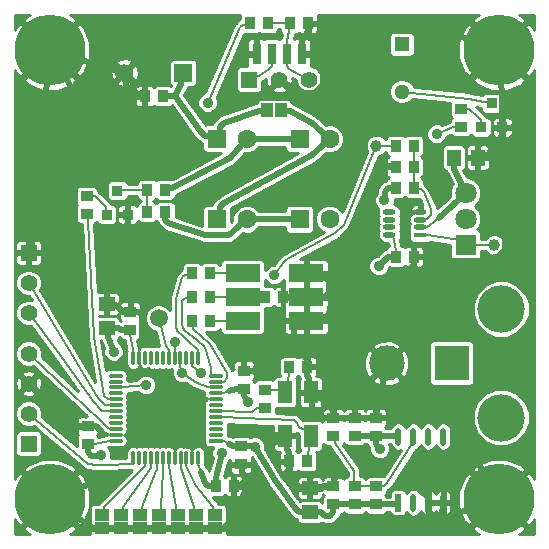
<source format=gtl>
G04 (created by PCBNEW (2013-05-16 BZR 4016)-stable) date 03/07/2013 13:28:14*
%MOIN*%
G04 Gerber Fmt 3.4, Leading zero omitted, Abs format*
%FSLAX34Y34*%
G01*
G70*
G90*
G04 APERTURE LIST*
%ADD10C,0.00590551*%
%ADD11R,0.0315X0.0709*%
%ADD12C,0.0394*%
%ADD13R,0.0708661X0.0708661*%
%ADD14C,0.0708661*%
%ADD15R,0.0433X0.0177*%
%ADD16O,0.0433X0.0177*%
%ADD17R,0.036X0.036*%
%ADD18O,0.02X0.0591*%
%ADD19R,0.02X0.0591*%
%ADD20R,0.045X0.0386*%
%ADD21R,0.0551X0.0551*%
%ADD22C,0.0551*%
%ADD23R,0.055X0.055*%
%ADD24C,0.055*%
%ADD25C,0.0591*%
%ADD26R,0.04X0.035*%
%ADD27R,0.035X0.04*%
%ADD28R,0.0472X0.0118*%
%ADD29O,0.0472X0.0118*%
%ADD30O,0.0118X0.0472*%
%ADD31R,0.1181X0.063*%
%ADD32R,0.0472X0.0748*%
%ADD33C,0.1181*%
%ADD34R,0.1181X0.1181*%
%ADD35C,0.1575*%
%ADD36R,0.055X0.045*%
%ADD37R,0.0512X0.0512*%
%ADD38C,0.0512*%
%ADD39R,0.0629921X0.0629921*%
%ADD40C,0.0629921*%
%ADD41C,0.2362*%
%ADD42R,0.06X0.06*%
%ADD43C,0.06*%
%ADD44R,0.045X0.055*%
%ADD45R,0.0386X0.045*%
%ADD46C,0.0354331*%
%ADD47C,0.00787402*%
%ADD48C,0.019685*%
%ADD49C,0.00984252*%
G04 APERTURE END LIST*
G54D10*
G54D11*
X101588Y-66062D03*
X102088Y-66062D03*
X101088Y-66062D03*
X100588Y-66062D03*
G54D12*
X104583Y-69123D03*
X108503Y-72440D03*
G54D13*
X107559Y-72440D03*
G54D14*
X107559Y-71574D03*
X107559Y-70708D03*
G54D15*
X106039Y-72106D03*
G54D16*
X106039Y-71850D03*
X106039Y-71594D03*
X105015Y-72106D03*
X105015Y-71338D03*
X105015Y-71594D03*
X106039Y-71338D03*
X105015Y-71850D03*
G54D17*
X108775Y-68510D03*
X108075Y-68510D03*
X108425Y-67710D03*
X96294Y-71423D03*
X95594Y-71423D03*
X95944Y-70623D03*
G54D18*
X105312Y-78821D03*
G54D19*
X105312Y-81021D03*
G54D18*
X105812Y-78821D03*
X106312Y-78821D03*
X106812Y-78821D03*
X105812Y-81021D03*
X106312Y-81021D03*
X106812Y-81021D03*
G54D20*
X95433Y-81421D03*
X95433Y-81885D03*
X97952Y-81421D03*
X97952Y-81885D03*
X97322Y-81421D03*
X97322Y-81885D03*
X96692Y-81421D03*
X96692Y-81885D03*
X96062Y-81421D03*
X96062Y-81885D03*
X99212Y-81421D03*
X99212Y-81885D03*
X98582Y-81421D03*
X98582Y-81885D03*
G54D21*
X92992Y-79059D03*
G54D22*
X92992Y-78059D03*
X92992Y-77059D03*
X92992Y-76059D03*
G54D23*
X92992Y-72700D03*
G54D24*
X92992Y-73700D03*
X92992Y-74700D03*
G54D23*
X100338Y-66929D03*
G54D24*
X101338Y-66929D03*
X102338Y-66929D03*
G54D25*
X97322Y-74881D03*
G54D26*
X103858Y-81087D03*
X103858Y-80487D03*
G54D27*
X100362Y-65047D03*
X100962Y-65047D03*
G54D26*
X94921Y-71402D03*
X94921Y-70802D03*
G54D27*
X96944Y-70590D03*
X97544Y-70590D03*
X105227Y-69123D03*
X105827Y-69123D03*
G54D26*
X107401Y-68488D03*
X107401Y-67888D03*
G54D27*
X105827Y-69832D03*
X105227Y-69832D03*
G54D26*
X103149Y-78803D03*
X103149Y-78203D03*
G54D27*
X98440Y-74173D03*
X99040Y-74173D03*
X98440Y-73385D03*
X99040Y-73385D03*
X98440Y-74960D03*
X99040Y-74960D03*
G54D26*
X100866Y-77859D03*
X100866Y-77259D03*
G54D28*
X99232Y-78957D03*
G54D29*
X99232Y-78761D03*
X99232Y-78564D03*
X99232Y-78367D03*
X99232Y-78170D03*
X99232Y-77973D03*
X99232Y-77776D03*
X99232Y-77579D03*
X99232Y-77383D03*
X99232Y-77186D03*
X99232Y-76989D03*
X99233Y-76792D03*
G54D30*
X98640Y-76201D03*
X98444Y-76201D03*
X98247Y-76201D03*
X98050Y-76201D03*
X97853Y-76201D03*
X97656Y-76201D03*
X97459Y-76201D03*
X97263Y-76201D03*
X97066Y-76201D03*
X96869Y-76201D03*
X96673Y-76201D03*
X96476Y-76201D03*
G54D29*
X95885Y-76791D03*
X95885Y-76988D03*
X95885Y-77185D03*
X95885Y-77382D03*
X95885Y-77579D03*
X95885Y-77776D03*
X95885Y-77973D03*
X95885Y-78169D03*
X95885Y-78366D03*
X95885Y-78563D03*
X95885Y-78760D03*
X95885Y-78957D03*
G54D30*
X96476Y-79547D03*
X96673Y-79547D03*
X96870Y-79547D03*
X97067Y-79547D03*
X97264Y-79547D03*
X97461Y-79547D03*
X97657Y-79547D03*
X97854Y-79547D03*
X98051Y-79547D03*
X98248Y-79547D03*
X98445Y-79547D03*
X98642Y-79547D03*
G54D31*
X102244Y-73386D03*
X102244Y-74173D03*
X102244Y-74960D03*
X100118Y-73386D03*
X100118Y-74173D03*
X100118Y-74960D03*
G54D27*
X100881Y-74173D03*
X101481Y-74173D03*
G54D32*
X102406Y-78801D03*
X102406Y-77345D03*
X101540Y-77345D03*
X101540Y-78801D03*
G54D33*
X104921Y-76377D03*
G54D34*
X107086Y-76377D03*
G54D35*
X108740Y-74566D03*
X108740Y-78188D03*
G54D36*
X102362Y-81344D03*
X102362Y-80544D03*
X95590Y-75203D03*
X95590Y-74403D03*
G54D26*
X100157Y-77229D03*
X100157Y-76629D03*
G54D27*
X105827Y-70540D03*
X105227Y-70540D03*
G54D26*
X94957Y-79084D03*
X94957Y-78484D03*
G54D27*
X99227Y-80472D03*
X99827Y-80472D03*
G54D26*
X100078Y-79148D03*
X100078Y-79748D03*
X96377Y-75260D03*
X96377Y-74660D03*
G54D27*
X102273Y-79648D03*
X101673Y-79648D03*
X101673Y-76498D03*
X102273Y-76498D03*
G54D26*
X103149Y-81087D03*
X103149Y-80487D03*
X104566Y-81087D03*
X104566Y-80487D03*
X104566Y-78803D03*
X104566Y-78203D03*
X103858Y-78803D03*
X103858Y-78203D03*
G54D27*
X101701Y-65047D03*
X102301Y-65047D03*
X97465Y-67480D03*
X96865Y-67480D03*
G54D37*
X105433Y-65748D03*
G54D38*
X105433Y-67322D03*
G54D39*
X102019Y-71574D03*
G54D40*
X103019Y-71574D03*
G54D39*
X99263Y-71574D03*
G54D40*
X100263Y-71574D03*
G54D39*
X102019Y-68897D03*
G54D40*
X103019Y-68897D03*
G54D39*
X99263Y-68897D03*
G54D40*
X100263Y-68897D03*
G54D41*
X108661Y-65944D03*
X93700Y-65944D03*
X108661Y-80905D03*
X93700Y-80905D03*
G54D27*
X105227Y-72824D03*
X105827Y-72824D03*
G54D42*
X98149Y-66692D03*
G54D43*
X96181Y-66692D03*
G54D44*
X107159Y-69527D03*
X107959Y-69527D03*
G54D45*
X100949Y-67952D03*
X101413Y-67952D03*
G54D27*
X96944Y-71338D03*
X97544Y-71338D03*
G54D46*
X99429Y-79385D03*
X100535Y-79161D03*
X100311Y-77685D03*
X95401Y-79429D03*
X95822Y-75992D03*
X104661Y-73141D03*
X104692Y-79236D03*
X106586Y-68732D03*
X96897Y-77110D03*
X98736Y-76692D03*
X101181Y-73437D03*
X104846Y-70952D03*
X98110Y-76696D03*
X98952Y-67692D03*
X97881Y-75681D03*
X101047Y-79129D03*
X102901Y-77771D03*
X100259Y-80212D03*
X98314Y-79055D03*
X98740Y-77590D03*
X100614Y-76606D03*
X96236Y-71862D03*
X96129Y-69909D03*
X104795Y-69748D03*
X108440Y-69350D03*
X100173Y-66118D03*
X102503Y-66118D03*
X101578Y-80106D03*
X103503Y-80102D03*
X105594Y-80539D03*
X109448Y-72755D03*
X109370Y-70944D03*
X109370Y-69133D03*
X104409Y-66771D03*
X106771Y-65275D03*
X103700Y-65275D03*
X103385Y-67874D03*
X99055Y-65196D03*
X96535Y-65275D03*
X97283Y-69448D03*
X100157Y-70000D03*
X101968Y-70236D03*
X101417Y-72440D03*
X103464Y-72992D03*
X103464Y-70708D03*
X104330Y-71968D03*
X106614Y-70472D03*
X106692Y-73937D03*
X106771Y-75039D03*
X105039Y-75039D03*
X103700Y-75039D03*
X103622Y-76771D03*
X106929Y-77874D03*
X108897Y-76456D03*
X106614Y-79606D03*
X105511Y-81811D03*
X100787Y-81732D03*
X103700Y-81811D03*
X100000Y-78582D03*
X97559Y-77795D03*
X96850Y-78897D03*
X95511Y-80236D03*
X93622Y-76141D03*
X100393Y-75748D03*
X104173Y-79606D03*
X102992Y-79606D03*
X94622Y-74503D03*
X94107Y-71810D03*
X94745Y-69212D03*
G54D47*
X105227Y-72663D02*
X105227Y-72824D01*
X105227Y-72624D02*
X105227Y-72663D01*
X105143Y-72106D02*
X105227Y-72624D01*
X105015Y-72106D02*
X105143Y-72106D01*
G54D48*
X104668Y-81087D02*
X104566Y-81087D01*
X104766Y-81087D02*
X104668Y-81087D01*
X105212Y-81087D02*
X104766Y-81087D01*
X105311Y-81087D02*
X105212Y-81087D01*
X105312Y-81021D02*
X105311Y-81087D01*
X103251Y-81087D02*
X103149Y-81087D01*
X103349Y-81087D02*
X103251Y-81087D01*
X103658Y-81087D02*
X103349Y-81087D01*
X103756Y-81087D02*
X103658Y-81087D01*
X103858Y-81087D02*
X103756Y-81087D01*
X100157Y-77486D02*
X100311Y-77685D01*
X100157Y-77404D02*
X100157Y-77486D01*
X100157Y-77305D02*
X100157Y-77404D01*
X100157Y-77229D02*
X100157Y-77305D01*
X99227Y-80199D02*
X99429Y-79385D01*
X99227Y-80272D02*
X99227Y-80199D01*
X99227Y-80370D02*
X99227Y-80272D01*
X99227Y-80472D02*
X99227Y-80370D01*
G54D47*
X96476Y-76024D02*
X96476Y-76201D01*
X96452Y-75893D02*
X96476Y-76024D01*
X96377Y-75435D02*
X96452Y-75893D01*
X96377Y-75396D02*
X96377Y-75435D01*
X96377Y-75260D02*
X96377Y-75396D01*
G54D48*
X102538Y-81353D02*
X102362Y-81344D01*
X102637Y-81353D02*
X102538Y-81353D01*
X102726Y-81353D02*
X102637Y-81353D01*
X102866Y-81462D02*
X102726Y-81353D01*
X103032Y-81462D02*
X102866Y-81462D01*
X103149Y-81345D02*
X103032Y-81462D01*
X103149Y-81262D02*
X103149Y-81345D01*
X103149Y-81163D02*
X103149Y-81262D01*
X103149Y-81087D02*
X103149Y-81163D01*
X103959Y-81087D02*
X103858Y-81087D01*
X104058Y-81087D02*
X103959Y-81087D01*
X104366Y-81087D02*
X104058Y-81087D01*
X104465Y-81087D02*
X104366Y-81087D01*
X104566Y-81087D02*
X104465Y-81087D01*
G54D47*
X99492Y-78957D02*
X99669Y-79062D01*
X99468Y-78957D02*
X99492Y-78957D01*
X99428Y-78957D02*
X99468Y-78957D01*
X99232Y-78957D02*
X99428Y-78957D01*
X99490Y-77383D02*
X99681Y-77303D01*
X99409Y-77383D02*
X99490Y-77383D01*
X99232Y-77383D02*
X99409Y-77383D01*
X95117Y-79084D02*
X94957Y-79084D01*
X95157Y-79084D02*
X95117Y-79084D01*
X95708Y-78957D02*
X95157Y-79084D01*
X95885Y-78957D02*
X95708Y-78957D01*
X98642Y-79724D02*
X98740Y-79996D01*
X98642Y-79547D02*
X98642Y-79724D01*
G54D48*
X101185Y-80269D02*
X100535Y-79161D01*
X101870Y-81209D02*
X101185Y-80269D01*
X101997Y-81336D02*
X101870Y-81209D01*
X102087Y-81336D02*
X101997Y-81336D01*
X102185Y-81336D02*
X102087Y-81336D01*
X102362Y-81344D02*
X102185Y-81336D01*
X96276Y-75260D02*
X96377Y-75260D01*
X96177Y-75260D02*
X96276Y-75260D01*
X96105Y-75260D02*
X96177Y-75260D01*
X95955Y-75211D02*
X96105Y-75260D01*
X95865Y-75211D02*
X95955Y-75211D01*
X95767Y-75211D02*
X95865Y-75211D01*
X95590Y-75203D02*
X95767Y-75211D01*
X105151Y-72824D02*
X105227Y-72824D01*
X105052Y-72824D02*
X105151Y-72824D01*
X104970Y-72824D02*
X105052Y-72824D01*
X104852Y-72941D02*
X104970Y-72824D01*
X104661Y-73141D02*
X104852Y-72941D01*
X95648Y-75329D02*
X95590Y-75203D01*
X95648Y-75428D02*
X95648Y-75329D01*
X95648Y-75517D02*
X95648Y-75428D01*
X95822Y-75992D02*
X95648Y-75517D01*
X94957Y-79160D02*
X94957Y-79084D01*
X94957Y-79259D02*
X94957Y-79160D01*
X94957Y-79342D02*
X94957Y-79259D01*
X95074Y-79459D02*
X94957Y-79342D01*
X95239Y-79459D02*
X95074Y-79459D01*
X95401Y-79429D02*
X95239Y-79459D01*
X100180Y-79148D02*
X100078Y-79148D01*
X100278Y-79148D02*
X100180Y-79148D01*
X100351Y-79148D02*
X100278Y-79148D01*
X100535Y-79161D02*
X100351Y-79148D01*
X99977Y-79148D02*
X100078Y-79148D01*
X99878Y-79148D02*
X99977Y-79148D01*
X99806Y-79148D02*
X99878Y-79148D01*
X99669Y-79062D02*
X99806Y-79148D01*
X100055Y-77229D02*
X100157Y-77229D01*
X99957Y-77229D02*
X100055Y-77229D01*
X99885Y-77229D02*
X99957Y-77229D01*
X99681Y-77303D02*
X99885Y-77229D01*
X99150Y-80472D02*
X99227Y-80472D01*
X99052Y-80472D02*
X99150Y-80472D01*
X98969Y-80472D02*
X99052Y-80472D01*
X98852Y-80355D02*
X98969Y-80472D01*
X98740Y-79996D02*
X98852Y-80355D01*
X99362Y-68681D02*
X99263Y-68897D01*
X99362Y-68582D02*
X99362Y-68681D01*
X99362Y-68492D02*
X99362Y-68582D01*
X99489Y-68366D02*
X99362Y-68492D01*
X100666Y-67961D02*
X99489Y-68366D01*
X100756Y-67961D02*
X100666Y-67961D01*
X100854Y-67961D02*
X100756Y-67961D01*
X100949Y-67952D02*
X100854Y-67961D01*
X105312Y-78803D02*
X105312Y-78821D01*
X104766Y-78803D02*
X105312Y-78803D01*
X104668Y-78803D02*
X104766Y-78803D01*
X104566Y-78803D02*
X104668Y-78803D01*
X104566Y-79061D02*
X104692Y-79236D01*
X104566Y-78978D02*
X104566Y-79061D01*
X104566Y-78880D02*
X104566Y-78978D01*
X104566Y-78803D02*
X104566Y-78880D01*
X104465Y-78803D02*
X104566Y-78803D01*
X104366Y-78803D02*
X104465Y-78803D01*
X104058Y-78803D02*
X104366Y-78803D01*
X103959Y-78803D02*
X104058Y-78803D01*
X103858Y-78803D02*
X103959Y-78803D01*
X97723Y-67480D02*
X97866Y-67460D01*
X97640Y-67480D02*
X97723Y-67480D01*
X97541Y-67480D02*
X97640Y-67480D01*
X97465Y-67480D02*
X97541Y-67480D01*
X99047Y-68799D02*
X99263Y-68897D01*
X98948Y-68799D02*
X99047Y-68799D01*
X98859Y-68799D02*
X98948Y-68799D01*
X98732Y-68672D02*
X98859Y-68799D01*
X97866Y-67460D02*
X98732Y-68672D01*
X98065Y-67082D02*
X97866Y-67460D01*
X98065Y-66992D02*
X98065Y-67082D01*
X98065Y-66894D02*
X98065Y-66992D01*
X98149Y-66692D02*
X98065Y-66894D01*
G54D47*
X107136Y-68506D02*
X106586Y-68732D01*
X107201Y-68506D02*
X107136Y-68506D01*
X107240Y-68506D02*
X107201Y-68506D01*
X107401Y-68488D02*
X107240Y-68506D01*
X96062Y-77185D02*
X95885Y-77185D01*
X96143Y-77185D02*
X96062Y-77185D01*
X96897Y-77110D02*
X96143Y-77185D01*
X107666Y-67556D02*
X105433Y-67322D01*
X108179Y-67687D02*
X107666Y-67556D01*
X108245Y-67687D02*
X108179Y-67687D01*
X108284Y-67687D02*
X108245Y-67687D01*
X108425Y-67710D02*
X108284Y-67687D01*
X106351Y-71780D02*
X106673Y-71527D01*
X106269Y-71840D02*
X106351Y-71780D01*
X106167Y-71850D02*
X106269Y-71840D01*
X106039Y-71850D02*
X106167Y-71850D01*
G54D48*
X107167Y-69892D02*
X107559Y-70708D01*
X107167Y-69802D02*
X107167Y-69892D01*
X107167Y-69704D02*
X107167Y-69802D01*
X107159Y-69527D02*
X107167Y-69704D01*
X106673Y-71527D02*
X107559Y-70708D01*
G54D47*
X101496Y-73005D02*
X101181Y-73437D01*
X101588Y-72913D02*
X101496Y-73005D01*
X103215Y-72047D02*
X101588Y-72913D01*
X103492Y-71770D02*
X103215Y-72047D01*
X104583Y-69123D02*
X103492Y-71770D01*
X105092Y-69123D02*
X105227Y-69123D01*
X105052Y-69123D02*
X105092Y-69123D01*
X104583Y-69123D02*
X105052Y-69123D01*
X98444Y-76378D02*
X98444Y-76201D01*
X98444Y-76459D02*
X98444Y-76378D01*
X98558Y-76574D02*
X98444Y-76459D01*
X98736Y-76692D02*
X98558Y-76574D01*
X97552Y-75817D02*
X97322Y-74881D01*
X97656Y-75942D02*
X97552Y-75817D01*
X97656Y-76024D02*
X97656Y-75942D01*
X97656Y-76201D02*
X97656Y-76024D01*
G54D48*
X104852Y-70658D02*
X104846Y-70952D01*
X104970Y-70540D02*
X104852Y-70658D01*
X105052Y-70540D02*
X104970Y-70540D01*
X105151Y-70540D02*
X105052Y-70540D01*
X105227Y-70540D02*
X105151Y-70540D01*
X99668Y-72106D02*
X100263Y-71574D01*
X99489Y-72106D02*
X99668Y-72106D01*
X98859Y-72106D02*
X99489Y-72106D01*
X97646Y-71713D02*
X98859Y-72106D01*
X97544Y-71611D02*
X97646Y-71713D01*
X97544Y-71538D02*
X97544Y-71611D01*
X97544Y-71440D02*
X97544Y-71538D01*
X97544Y-71338D02*
X97544Y-71440D01*
X101704Y-71574D02*
X100263Y-71574D01*
X101803Y-71574D02*
X101704Y-71574D01*
X102019Y-71574D02*
X101803Y-71574D01*
X99362Y-71358D02*
X99263Y-71574D01*
X99362Y-71259D02*
X99362Y-71358D01*
X99362Y-71170D02*
X99362Y-71259D01*
X99489Y-71043D02*
X99362Y-71170D01*
X102424Y-69429D02*
X99489Y-71043D01*
X103019Y-68897D02*
X102424Y-69429D01*
X101507Y-67961D02*
X101413Y-67952D01*
X101606Y-67961D02*
X101507Y-67961D01*
X101695Y-67961D02*
X101606Y-67961D01*
X102424Y-68366D02*
X101695Y-67961D01*
X103019Y-68897D02*
X102424Y-68366D01*
X99711Y-69523D02*
X100263Y-68897D01*
X97784Y-70548D02*
X99711Y-69523D01*
X97719Y-70548D02*
X97784Y-70548D01*
X97679Y-70548D02*
X97719Y-70548D01*
X97544Y-70590D02*
X97679Y-70548D01*
X101704Y-68897D02*
X100263Y-68897D01*
X101803Y-68897D02*
X101704Y-68897D01*
X102019Y-68897D02*
X101803Y-68897D01*
G54D47*
X93956Y-76003D02*
X92992Y-74700D01*
X95131Y-77641D02*
X93956Y-76003D01*
X95448Y-77958D02*
X95131Y-77641D01*
X95483Y-77973D02*
X95448Y-77958D01*
X95708Y-77973D02*
X95483Y-77973D01*
X95885Y-77973D02*
X95708Y-77973D01*
X96476Y-79724D02*
X96476Y-79547D01*
X95540Y-79763D02*
X96476Y-79724D01*
X95262Y-79763D02*
X95540Y-79763D01*
X94961Y-79731D02*
X95262Y-79763D01*
X92992Y-78059D02*
X94961Y-79731D01*
X95708Y-78563D02*
X95885Y-78563D01*
X95633Y-78545D02*
X95708Y-78563D01*
X95528Y-78440D02*
X95633Y-78545D01*
X95501Y-78405D02*
X95528Y-78440D01*
X95357Y-78261D02*
X95501Y-78405D01*
X92992Y-76059D02*
X95357Y-78261D01*
X95708Y-77579D02*
X95885Y-77579D01*
X95626Y-77579D02*
X95708Y-77579D01*
X95511Y-77463D02*
X95626Y-77579D01*
X95158Y-75493D02*
X95511Y-77463D01*
X94963Y-71642D02*
X95158Y-75493D01*
X94963Y-71577D02*
X94963Y-71642D01*
X94963Y-71537D02*
X94963Y-71577D01*
X94921Y-71402D02*
X94963Y-71537D01*
X95708Y-77776D02*
X95885Y-77776D01*
X95544Y-77776D02*
X95708Y-77776D01*
X95314Y-77545D02*
X95544Y-77776D01*
X92992Y-73700D02*
X95314Y-77545D01*
X101088Y-66378D02*
X101088Y-66062D01*
X101088Y-66417D02*
X101088Y-66378D01*
X101088Y-66482D02*
X101088Y-66417D01*
X100996Y-66575D02*
X101088Y-66482D01*
X100678Y-66811D02*
X100996Y-66575D01*
X100613Y-66811D02*
X100678Y-66811D01*
X100574Y-66811D02*
X100613Y-66811D01*
X100338Y-66929D02*
X100574Y-66811D01*
X98597Y-77027D02*
X98110Y-76696D01*
X98973Y-77186D02*
X98597Y-77027D01*
X99055Y-77186D02*
X98973Y-77186D01*
X99232Y-77186D02*
X99055Y-77186D01*
X98050Y-76378D02*
X98050Y-76201D01*
X98050Y-76459D02*
X98050Y-76378D01*
X98110Y-76696D02*
X98050Y-76459D01*
X100030Y-65182D02*
X98952Y-67692D01*
X100122Y-65089D02*
X100030Y-65182D01*
X100187Y-65089D02*
X100122Y-65089D01*
X100226Y-65089D02*
X100187Y-65089D01*
X100362Y-65047D02*
X100226Y-65089D01*
X97853Y-76024D02*
X97853Y-76201D01*
X97853Y-75942D02*
X97853Y-76024D01*
X97881Y-75681D02*
X97853Y-75942D01*
G54D48*
X94679Y-67644D02*
X93700Y-65944D01*
X94745Y-69212D02*
X94679Y-67644D01*
X94622Y-74503D02*
X94107Y-71810D01*
X96251Y-67279D02*
X96181Y-66692D01*
X96865Y-67480D02*
X96251Y-67279D01*
X96968Y-76614D02*
X98740Y-77590D01*
X102273Y-76397D02*
X102273Y-76498D01*
X102273Y-76298D02*
X102273Y-76397D01*
X102273Y-76226D02*
X102273Y-76298D01*
X102170Y-76124D02*
X102273Y-76226D01*
X101783Y-75964D02*
X102170Y-76124D01*
X101830Y-75176D02*
X102244Y-74960D01*
X101830Y-75275D02*
X101830Y-75176D01*
X101830Y-75348D02*
X101830Y-75275D01*
X101783Y-75964D02*
X101830Y-75348D01*
X105827Y-72722D02*
X105827Y-72824D01*
X105827Y-72624D02*
X105827Y-72722D01*
X105827Y-72551D02*
X105827Y-72624D01*
X105646Y-72267D02*
X105827Y-72551D01*
X105646Y-72120D02*
X105646Y-72267D01*
X105646Y-71739D02*
X105646Y-72120D01*
X105653Y-71732D02*
X105646Y-71739D01*
X106312Y-81216D02*
X106312Y-81021D01*
X106312Y-81320D02*
X106312Y-81216D01*
X106459Y-81466D02*
X106312Y-81320D01*
X106700Y-81492D02*
X106459Y-81466D01*
X106927Y-81492D02*
X108661Y-80905D01*
X106700Y-81492D02*
X106927Y-81492D01*
X106812Y-81216D02*
X106812Y-81021D01*
X106700Y-81492D02*
X106812Y-81216D01*
X95058Y-78484D02*
X94957Y-78484D01*
X95157Y-78484D02*
X95058Y-78484D01*
X95229Y-78484D02*
X95157Y-78484D01*
X95448Y-78669D02*
X95229Y-78484D01*
X96479Y-74660D02*
X96377Y-74660D01*
X96577Y-74660D02*
X96479Y-74660D01*
X96650Y-74660D02*
X96577Y-74660D01*
X96752Y-74762D02*
X96650Y-74660D01*
X96755Y-75012D02*
X96752Y-74762D01*
X96755Y-75362D02*
X96755Y-75012D01*
X96755Y-75509D02*
X96755Y-75362D01*
X96708Y-75787D02*
X96755Y-75509D01*
X103011Y-74039D02*
X103137Y-74137D01*
X102736Y-74195D02*
X102244Y-74173D01*
X102834Y-74195D02*
X102736Y-74195D01*
X103011Y-74039D02*
X102834Y-74195D01*
X102736Y-74822D02*
X102244Y-74960D01*
X102834Y-74822D02*
X102736Y-74822D01*
X102907Y-74822D02*
X102834Y-74822D01*
X103011Y-74718D02*
X102907Y-74822D01*
X103137Y-74137D02*
X103011Y-74718D01*
X102544Y-77542D02*
X102406Y-77345D01*
X102642Y-77542D02*
X102544Y-77542D01*
X102715Y-77542D02*
X102642Y-77542D01*
X102819Y-77646D02*
X102715Y-77542D01*
X102901Y-77771D02*
X102819Y-77646D01*
X103126Y-78127D02*
X103149Y-78203D01*
X103126Y-78029D02*
X103126Y-78127D01*
X103126Y-77955D02*
X103126Y-78029D01*
X103023Y-77851D02*
X103126Y-77955D01*
X102901Y-77771D02*
X103023Y-77851D01*
X100101Y-79825D02*
X100078Y-79748D01*
X100101Y-79923D02*
X100101Y-79825D01*
X100101Y-79997D02*
X100101Y-79923D01*
X100259Y-80212D02*
X100101Y-79997D01*
G54D47*
X97853Y-79370D02*
X97853Y-79546D01*
X97873Y-79296D02*
X97853Y-79370D01*
X97977Y-79192D02*
X97873Y-79296D01*
X98314Y-79055D02*
X97977Y-79192D01*
X98444Y-79370D02*
X98444Y-79546D01*
X98425Y-79296D02*
X98444Y-79370D01*
X98314Y-79055D02*
X98425Y-79296D01*
G54D48*
X98740Y-77590D02*
X98314Y-79055D01*
X101424Y-76121D02*
X101783Y-75964D01*
X100614Y-76606D02*
X101424Y-76121D01*
X96001Y-67753D02*
X96251Y-67279D01*
X96129Y-69909D02*
X96001Y-67753D01*
X108772Y-68591D02*
X108775Y-68510D01*
X108772Y-68690D02*
X108772Y-68591D01*
X108772Y-68763D02*
X108772Y-68690D01*
X108440Y-69350D02*
X108772Y-68763D01*
X102147Y-66118D02*
X102088Y-66062D01*
X102246Y-66118D02*
X102147Y-66118D01*
X102503Y-66118D02*
X102246Y-66118D01*
X102185Y-80497D02*
X102362Y-80544D01*
X102087Y-80497D02*
X102185Y-80497D01*
X102013Y-80497D02*
X102087Y-80497D01*
X101578Y-80106D02*
X102013Y-80497D01*
X106312Y-80825D02*
X106312Y-81021D01*
X105927Y-80548D02*
X106312Y-80825D01*
X105594Y-80539D02*
X105927Y-80548D01*
X108257Y-69429D02*
X108440Y-69350D01*
X108184Y-69429D02*
X108257Y-69429D01*
X108085Y-69429D02*
X108184Y-69429D01*
X107959Y-69527D02*
X108085Y-69429D01*
X93700Y-65944D02*
X96181Y-66692D01*
X96276Y-74660D02*
X96377Y-74660D01*
X96177Y-74660D02*
X96276Y-74660D01*
X96111Y-74646D02*
X96177Y-74660D01*
X95932Y-74467D02*
X96111Y-74646D01*
X95865Y-74451D02*
X95932Y-74467D01*
X95766Y-74451D02*
X95865Y-74451D01*
X95590Y-74403D02*
X95766Y-74451D01*
X103048Y-80487D02*
X103149Y-80487D01*
X102949Y-80487D02*
X103048Y-80487D01*
X102877Y-80487D02*
X102949Y-80487D01*
X102710Y-80497D02*
X102877Y-80487D01*
X102637Y-80497D02*
X102710Y-80497D01*
X102538Y-80497D02*
X102637Y-80497D01*
X102362Y-80544D02*
X102538Y-80497D01*
X101231Y-78998D02*
X101047Y-79129D01*
X101304Y-78998D02*
X101231Y-78998D01*
X101402Y-78998D02*
X101304Y-78998D01*
X101540Y-78801D02*
X101402Y-78998D01*
X102273Y-76600D02*
X102273Y-76498D01*
X102273Y-76698D02*
X102273Y-76600D01*
X102273Y-76771D02*
X102273Y-76698D01*
X102347Y-76898D02*
X102273Y-76771D01*
X102347Y-76971D02*
X102347Y-76898D01*
X102347Y-77070D02*
X102347Y-76971D01*
X102406Y-77345D02*
X102347Y-77070D01*
X101751Y-74173D02*
X102244Y-74173D01*
X101655Y-74173D02*
X101751Y-74173D01*
X101653Y-74173D02*
X101655Y-74173D01*
X101481Y-74173D02*
X101653Y-74173D01*
X103011Y-73784D02*
X103011Y-74039D01*
X103011Y-73627D02*
X103011Y-73784D01*
X102907Y-73524D02*
X103011Y-73627D01*
X102834Y-73524D02*
X102907Y-73524D01*
X102736Y-73524D02*
X102834Y-73524D01*
X102244Y-73386D02*
X102736Y-73524D01*
G54D47*
X95634Y-78740D02*
X95448Y-78669D01*
X95707Y-78759D02*
X95634Y-78740D01*
X95885Y-78759D02*
X95707Y-78759D01*
X96795Y-76555D02*
X96968Y-76614D01*
X96691Y-76451D02*
X96795Y-76555D01*
X96673Y-76377D02*
X96691Y-76451D01*
X96673Y-76201D02*
X96673Y-76377D01*
X96673Y-76024D02*
X96708Y-75787D01*
X96673Y-76201D02*
X96673Y-76024D01*
X99055Y-77579D02*
X98740Y-77590D01*
X99231Y-77579D02*
X99055Y-77579D01*
G54D48*
X106076Y-72846D02*
X106747Y-72926D01*
X106003Y-72846D02*
X106076Y-72846D01*
X105904Y-72846D02*
X106003Y-72846D01*
X105827Y-72824D02*
X105904Y-72846D01*
X105725Y-73199D02*
X103907Y-73858D01*
X105827Y-73096D02*
X105725Y-73199D01*
X105827Y-73024D02*
X105827Y-73096D01*
X105827Y-72925D02*
X105827Y-73024D01*
X105827Y-72824D02*
X105827Y-72925D01*
X102088Y-65807D02*
X102088Y-66062D01*
X102088Y-65708D02*
X102088Y-65807D01*
X102088Y-65643D02*
X102088Y-65708D01*
X102301Y-65319D02*
X102088Y-65643D01*
X102301Y-65247D02*
X102301Y-65319D01*
X102301Y-65148D02*
X102301Y-65247D01*
X102301Y-65047D02*
X102301Y-65148D01*
X104465Y-78203D02*
X104566Y-78203D01*
X104366Y-78203D02*
X104465Y-78203D01*
X104058Y-78203D02*
X104366Y-78203D01*
X103959Y-78203D02*
X104058Y-78203D01*
X103858Y-78203D02*
X103959Y-78203D01*
X104589Y-77955D02*
X104921Y-76377D01*
X104589Y-78029D02*
X104589Y-77955D01*
X104589Y-78127D02*
X104589Y-78029D01*
X104566Y-78203D02*
X104589Y-78127D01*
X103275Y-80135D02*
X103503Y-80102D01*
X103172Y-80238D02*
X103275Y-80135D01*
X103172Y-80312D02*
X103172Y-80238D01*
X103172Y-80411D02*
X103172Y-80312D01*
X103149Y-80487D02*
X103172Y-80411D01*
X101673Y-79920D02*
X101578Y-80106D01*
X101673Y-79848D02*
X101673Y-79920D01*
X101673Y-79750D02*
X101673Y-79848D01*
X101673Y-79648D02*
X101673Y-79750D01*
X101599Y-79077D02*
X101540Y-78801D01*
X101599Y-79175D02*
X101599Y-79077D01*
X101599Y-79249D02*
X101599Y-79175D01*
X101673Y-79375D02*
X101599Y-79249D01*
X101673Y-79448D02*
X101673Y-79375D01*
X101673Y-79546D02*
X101673Y-79448D01*
X101673Y-79648D02*
X101673Y-79546D01*
X96603Y-73360D02*
X96236Y-71862D01*
X96400Y-74412D02*
X96603Y-73360D01*
X96400Y-74485D02*
X96400Y-74412D01*
X96400Y-74584D02*
X96400Y-74485D01*
X96377Y-74660D02*
X96400Y-74584D01*
X100179Y-80346D02*
X100259Y-80212D01*
X100075Y-80449D02*
X100179Y-80346D01*
X100002Y-80449D02*
X100075Y-80449D01*
X99903Y-80449D02*
X100002Y-80449D01*
X99827Y-80472D02*
X99903Y-80449D01*
X94684Y-78484D02*
X92992Y-77059D01*
X94757Y-78484D02*
X94684Y-78484D01*
X94855Y-78484D02*
X94757Y-78484D01*
X94957Y-78484D02*
X94855Y-78484D01*
X100429Y-76629D02*
X100614Y-76606D01*
X100357Y-76629D02*
X100429Y-76629D01*
X100259Y-76629D02*
X100357Y-76629D01*
X100157Y-76629D02*
X100259Y-76629D01*
X103756Y-78203D02*
X103858Y-78203D01*
X103658Y-78203D02*
X103756Y-78203D01*
X103349Y-78203D02*
X103658Y-78203D01*
X103251Y-78203D02*
X103349Y-78203D01*
X103149Y-78203D02*
X103251Y-78203D01*
X104979Y-69809D02*
X104795Y-69748D01*
X105053Y-69809D02*
X104979Y-69809D01*
X105151Y-69809D02*
X105053Y-69809D01*
X105227Y-69832D02*
X105151Y-69809D01*
X102790Y-66741D02*
X102503Y-66118D01*
X102790Y-67116D02*
X102790Y-66741D01*
X102525Y-67381D02*
X102790Y-67116D01*
X102151Y-67381D02*
X102525Y-67381D01*
X101338Y-66929D02*
X102151Y-67381D01*
X93089Y-72352D02*
X93700Y-65944D01*
X93089Y-72425D02*
X93089Y-72352D01*
X93089Y-72524D02*
X93089Y-72425D01*
X92992Y-72700D02*
X93089Y-72524D01*
X98079Y-81885D02*
X97952Y-81885D01*
X98177Y-81885D02*
X98079Y-81885D01*
X98357Y-81885D02*
X98177Y-81885D01*
X98455Y-81885D02*
X98357Y-81885D01*
X98582Y-81885D02*
X98455Y-81885D01*
X99614Y-81766D02*
X99868Y-81307D01*
X99511Y-81870D02*
X99614Y-81766D01*
X99437Y-81870D02*
X99511Y-81870D01*
X99339Y-81870D02*
X99437Y-81870D01*
X99212Y-81885D02*
X99339Y-81870D01*
X98709Y-81885D02*
X98582Y-81885D01*
X98807Y-81885D02*
X98709Y-81885D01*
X98987Y-81885D02*
X98807Y-81885D01*
X99085Y-81885D02*
X98987Y-81885D01*
X99212Y-81885D02*
X99085Y-81885D01*
X96566Y-81885D02*
X96692Y-81885D01*
X96467Y-81885D02*
X96566Y-81885D01*
X96288Y-81885D02*
X96467Y-81885D01*
X96189Y-81885D02*
X96288Y-81885D01*
X96062Y-81885D02*
X96189Y-81885D01*
X96819Y-81885D02*
X96692Y-81885D01*
X96918Y-81885D02*
X96819Y-81885D01*
X97097Y-81885D02*
X96918Y-81885D01*
X97196Y-81885D02*
X97097Y-81885D01*
X97322Y-81885D02*
X97196Y-81885D01*
X97449Y-81885D02*
X97322Y-81885D01*
X97548Y-81885D02*
X97449Y-81885D01*
X97727Y-81885D02*
X97548Y-81885D01*
X97825Y-81885D02*
X97727Y-81885D01*
X97952Y-81885D02*
X97825Y-81885D01*
X95936Y-81885D02*
X96062Y-81885D01*
X95837Y-81885D02*
X95936Y-81885D01*
X95658Y-81885D02*
X95837Y-81885D01*
X95559Y-81885D02*
X95658Y-81885D01*
X95433Y-81885D02*
X95559Y-81885D01*
X95134Y-81870D02*
X93700Y-80905D01*
X95207Y-81870D02*
X95134Y-81870D01*
X95306Y-81870D02*
X95207Y-81870D01*
X95433Y-81885D02*
X95306Y-81870D01*
X96292Y-71677D02*
X96236Y-71862D01*
X96292Y-71603D02*
X96292Y-71677D01*
X96292Y-71505D02*
X96292Y-71603D01*
X96294Y-71423D02*
X96292Y-71505D01*
X108782Y-67456D02*
X108661Y-65944D01*
X108782Y-67816D02*
X108782Y-67456D01*
X108782Y-67963D02*
X108782Y-67816D01*
X108777Y-68256D02*
X108782Y-67963D01*
X108777Y-68330D02*
X108777Y-68256D01*
X108777Y-68428D02*
X108777Y-68330D01*
X108775Y-68510D02*
X108777Y-68428D01*
G54D47*
X105705Y-71508D02*
X105653Y-71732D01*
X105826Y-71387D02*
X105705Y-71508D01*
X105912Y-71337D02*
X105826Y-71387D01*
X106040Y-71337D02*
X105912Y-71337D01*
G54D48*
X100431Y-66118D02*
X100173Y-66118D01*
X100529Y-66118D02*
X100431Y-66118D01*
X100588Y-66062D02*
X100529Y-66118D01*
X99055Y-65196D02*
X96535Y-65275D01*
X102301Y-65047D02*
X103700Y-65275D01*
X104409Y-66771D02*
X103700Y-65275D01*
X104409Y-66771D02*
X103385Y-67874D01*
X106771Y-65275D02*
X108661Y-65944D01*
X109291Y-68582D02*
X109370Y-69133D01*
X108775Y-68510D02*
X109291Y-68582D01*
X109370Y-69133D02*
X109370Y-70944D01*
X109370Y-70944D02*
X109448Y-72755D01*
X108878Y-72285D02*
X108440Y-69350D01*
X108878Y-72596D02*
X108878Y-72285D01*
X108659Y-72815D02*
X108878Y-72596D01*
X107987Y-72972D02*
X108659Y-72815D01*
X107839Y-72972D02*
X107987Y-72972D01*
X107131Y-72972D02*
X107839Y-72972D01*
X106747Y-72926D02*
X107131Y-72972D01*
X106747Y-72926D02*
X106692Y-73937D01*
X106692Y-73937D02*
X106771Y-75039D01*
X104330Y-71968D02*
X103464Y-72992D01*
X103464Y-72992D02*
X103907Y-73858D01*
X103907Y-73858D02*
X103137Y-74137D01*
X103700Y-75039D02*
X103907Y-73858D01*
X103700Y-75039D02*
X105039Y-75039D01*
X107999Y-77218D02*
X108897Y-76456D01*
X106929Y-77874D02*
X107999Y-77218D01*
X108661Y-80905D02*
X107747Y-79305D01*
X106614Y-79606D02*
X107747Y-79305D01*
X107747Y-79305D02*
X106929Y-77874D01*
X102901Y-77771D02*
X103622Y-76771D01*
X102992Y-79606D02*
X103503Y-80102D01*
X100259Y-80379D02*
X100259Y-80212D01*
X100179Y-80746D02*
X100259Y-80379D01*
X99868Y-81307D02*
X100179Y-80746D01*
X99868Y-81307D02*
X100787Y-81732D01*
X96850Y-78897D02*
X97559Y-77795D01*
X97559Y-77795D02*
X98740Y-77590D01*
X95511Y-80236D02*
X93700Y-80905D01*
X97283Y-69448D02*
X96129Y-69909D01*
X103464Y-70708D02*
X101968Y-70236D01*
X100000Y-78582D02*
X101540Y-78801D01*
G54D47*
X99409Y-77973D02*
X99232Y-77973D01*
X99572Y-77973D02*
X99409Y-77973D01*
X100172Y-78019D02*
X99572Y-77973D01*
X100449Y-78019D02*
X100172Y-78019D01*
X100600Y-77876D02*
X100449Y-78019D01*
X100666Y-77876D02*
X100600Y-77876D01*
X100705Y-77876D02*
X100666Y-77876D01*
X100866Y-77859D02*
X100705Y-77876D01*
X99566Y-74960D02*
X100118Y-74960D01*
X99527Y-74960D02*
X99566Y-74960D01*
X99215Y-74960D02*
X99527Y-74960D01*
X99175Y-74960D02*
X99215Y-74960D01*
X99040Y-74960D02*
X99175Y-74960D01*
X107913Y-72440D02*
X108503Y-72440D01*
X107874Y-72440D02*
X107913Y-72440D01*
X107559Y-72440D02*
X107874Y-72440D01*
X107244Y-72244D02*
X107559Y-72440D01*
X107204Y-72244D02*
X107244Y-72244D01*
X107139Y-72244D02*
X107204Y-72244D01*
X106293Y-72106D02*
X107139Y-72244D01*
X106256Y-72106D02*
X106293Y-72106D01*
X106217Y-72106D02*
X106256Y-72106D01*
X106039Y-72106D02*
X106217Y-72106D01*
X101343Y-77276D02*
X101540Y-77345D01*
X101304Y-77276D02*
X101343Y-77276D01*
X101066Y-77276D02*
X101304Y-77276D01*
X101026Y-77276D02*
X101066Y-77276D01*
X100866Y-77259D02*
X101026Y-77276D01*
X101655Y-76659D02*
X101673Y-76498D01*
X101655Y-76698D02*
X101655Y-76659D01*
X101655Y-76764D02*
X101655Y-76698D01*
X101618Y-76906D02*
X101655Y-76764D01*
X101618Y-76971D02*
X101618Y-76906D01*
X101618Y-77010D02*
X101618Y-76971D01*
X101540Y-77345D02*
X101618Y-77010D01*
X105963Y-70583D02*
X105827Y-70540D01*
X106002Y-70583D02*
X105963Y-70583D01*
X106068Y-70583D02*
X106002Y-70583D01*
X106160Y-70675D02*
X106068Y-70583D01*
X106413Y-71236D02*
X106160Y-70675D01*
X106413Y-71439D02*
X106413Y-71236D01*
X106269Y-71584D02*
X106413Y-71439D01*
X106167Y-71594D02*
X106269Y-71584D01*
X106039Y-71594D02*
X106167Y-71594D01*
X105827Y-69671D02*
X105827Y-69832D01*
X105827Y-69632D02*
X105827Y-69671D01*
X105827Y-69323D02*
X105827Y-69632D01*
X105827Y-69284D02*
X105827Y-69323D01*
X105827Y-69123D02*
X105827Y-69284D01*
X105827Y-69992D02*
X105827Y-69832D01*
X105827Y-70032D02*
X105827Y-69992D01*
X105827Y-70340D02*
X105827Y-70032D01*
X105827Y-70380D02*
X105827Y-70340D01*
X105827Y-70540D02*
X105827Y-70380D01*
X95500Y-81267D02*
X95433Y-81421D01*
X95500Y-81228D02*
X95500Y-81267D01*
X95500Y-81163D02*
X95500Y-81228D01*
X95592Y-81071D02*
X95500Y-81163D01*
X96754Y-79920D02*
X95592Y-81071D01*
X96870Y-79805D02*
X96754Y-79920D01*
X96870Y-79724D02*
X96870Y-79805D01*
X96870Y-79547D02*
X96870Y-79724D01*
X99145Y-81267D02*
X99212Y-81421D01*
X99145Y-81228D02*
X99145Y-81267D01*
X99145Y-81163D02*
X99145Y-81228D01*
X98580Y-80468D02*
X99145Y-81163D01*
X98248Y-79805D02*
X98580Y-80468D01*
X98248Y-79724D02*
X98248Y-79805D01*
X98248Y-79547D02*
X98248Y-79724D01*
X108052Y-68369D02*
X108075Y-68510D01*
X108052Y-68330D02*
X108052Y-68369D01*
X108052Y-68265D02*
X108052Y-68330D01*
X107960Y-68172D02*
X108052Y-68265D01*
X107666Y-67906D02*
X107960Y-68172D01*
X107601Y-67906D02*
X107666Y-67906D01*
X107562Y-67906D02*
X107601Y-67906D01*
X107401Y-67888D02*
X107562Y-67906D01*
X102209Y-78585D02*
X102406Y-78801D01*
X102170Y-78585D02*
X102209Y-78585D01*
X102105Y-78585D02*
X102170Y-78585D01*
X102012Y-78492D02*
X102105Y-78585D01*
X101933Y-78362D02*
X102012Y-78492D01*
X101841Y-78270D02*
X101933Y-78362D01*
X100098Y-78216D02*
X101841Y-78270D01*
X99490Y-78170D02*
X100098Y-78216D01*
X99409Y-78170D02*
X99490Y-78170D01*
X99232Y-78170D02*
X99409Y-78170D01*
X102290Y-79487D02*
X102273Y-79648D01*
X102290Y-79448D02*
X102290Y-79487D01*
X102290Y-79383D02*
X102290Y-79448D01*
X102327Y-79240D02*
X102290Y-79383D01*
X102327Y-79175D02*
X102327Y-79240D01*
X102327Y-79136D02*
X102327Y-79175D01*
X102406Y-78801D02*
X102327Y-79136D01*
X98051Y-79724D02*
X98051Y-79547D01*
X98051Y-79887D02*
X98051Y-79724D01*
X98515Y-81163D02*
X98051Y-79887D01*
X98515Y-81228D02*
X98515Y-81163D01*
X98515Y-81267D02*
X98515Y-81228D01*
X98582Y-81421D02*
X98515Y-81267D01*
X97461Y-79724D02*
X97461Y-79547D01*
X97461Y-79987D02*
X97461Y-79724D01*
X97390Y-81163D02*
X97461Y-79987D01*
X97390Y-81228D02*
X97390Y-81163D01*
X97390Y-81267D02*
X97390Y-81228D01*
X97322Y-81421D02*
X97390Y-81267D01*
X97657Y-79724D02*
X97657Y-79547D01*
X97657Y-79805D02*
X97657Y-79724D01*
X97885Y-81163D02*
X97657Y-79805D01*
X97885Y-81228D02*
X97885Y-81163D01*
X97885Y-81267D02*
X97885Y-81228D01*
X97952Y-81421D02*
X97885Y-81267D01*
X99566Y-74173D02*
X100118Y-74173D01*
X99527Y-74173D02*
X99566Y-74173D01*
X99215Y-74173D02*
X99527Y-74173D01*
X99175Y-74173D02*
X99215Y-74173D01*
X99040Y-74173D02*
X99175Y-74173D01*
X100669Y-74173D02*
X100118Y-74173D01*
X100708Y-74173D02*
X100669Y-74173D01*
X100706Y-74173D02*
X100708Y-74173D01*
X100745Y-74173D02*
X100706Y-74173D01*
X100881Y-74173D02*
X100745Y-74173D01*
X96808Y-70607D02*
X96944Y-70590D01*
X96769Y-70607D02*
X96808Y-70607D01*
X96124Y-70607D02*
X96769Y-70607D01*
X96085Y-70607D02*
X96124Y-70607D01*
X95944Y-70623D02*
X96085Y-70607D01*
X96944Y-71177D02*
X96944Y-71338D01*
X96944Y-71138D02*
X96944Y-71177D01*
X96944Y-70790D02*
X96944Y-71138D01*
X96944Y-70751D02*
X96944Y-70790D01*
X96944Y-70590D02*
X96944Y-70751D01*
X95572Y-71282D02*
X95594Y-71423D01*
X95572Y-71243D02*
X95572Y-71282D01*
X95572Y-71178D02*
X95572Y-71243D01*
X95480Y-71086D02*
X95572Y-71178D01*
X95186Y-70819D02*
X95480Y-71086D01*
X95121Y-70819D02*
X95186Y-70819D01*
X95081Y-70819D02*
X95121Y-70819D01*
X94921Y-70802D02*
X95081Y-70819D01*
X104406Y-80487D02*
X104566Y-80487D01*
X104366Y-80487D02*
X104406Y-80487D01*
X104058Y-80487D02*
X104366Y-80487D01*
X104018Y-80487D02*
X104058Y-80487D01*
X103858Y-80487D02*
X104018Y-80487D01*
X103838Y-80351D02*
X103858Y-80487D01*
X103838Y-80312D02*
X103838Y-80351D01*
X103838Y-79963D02*
X103838Y-80312D01*
X103192Y-79044D02*
X103838Y-79963D01*
X103192Y-78978D02*
X103192Y-79044D01*
X103192Y-78939D02*
X103192Y-78978D01*
X103149Y-78803D02*
X103192Y-78939D01*
X105812Y-79016D02*
X105812Y-78821D01*
X104924Y-80377D02*
X105812Y-79016D01*
X104832Y-80469D02*
X104924Y-80377D01*
X104766Y-80469D02*
X104832Y-80469D01*
X104727Y-80469D02*
X104766Y-80469D01*
X104566Y-80487D02*
X104727Y-80469D01*
X97067Y-79724D02*
X97067Y-79547D01*
X97067Y-79887D02*
X97067Y-79724D01*
X96130Y-81163D02*
X97067Y-79887D01*
X96130Y-81228D02*
X96130Y-81163D01*
X96130Y-81267D02*
X96130Y-81228D01*
X96062Y-81421D02*
X96130Y-81267D01*
X96760Y-81267D02*
X96692Y-81421D01*
X96760Y-81228D02*
X96760Y-81267D01*
X96760Y-81163D02*
X96760Y-81228D01*
X97249Y-79983D02*
X96760Y-81163D01*
X97264Y-79948D02*
X97249Y-79983D01*
X97264Y-79724D02*
X97264Y-79948D01*
X97264Y-79547D02*
X97264Y-79724D01*
X101683Y-65207D02*
X101701Y-65047D01*
X101683Y-65247D02*
X101683Y-65207D01*
X101683Y-65312D02*
X101683Y-65247D01*
X101588Y-65643D02*
X101683Y-65312D01*
X101588Y-65708D02*
X101588Y-65643D01*
X101588Y-65747D02*
X101588Y-65708D01*
X101588Y-66062D02*
X101588Y-65747D01*
X101588Y-66378D02*
X101588Y-66062D01*
X101588Y-66417D02*
X101588Y-66378D01*
X101588Y-66482D02*
X101588Y-66417D01*
X101680Y-66575D02*
X101588Y-66482D01*
X102338Y-66929D02*
X101680Y-66575D01*
X101098Y-65047D02*
X100962Y-65047D01*
X101137Y-65047D02*
X101098Y-65047D01*
X101526Y-65047D02*
X101137Y-65047D01*
X101565Y-65047D02*
X101526Y-65047D01*
X101701Y-65047D02*
X101565Y-65047D01*
X99070Y-76792D02*
X99233Y-76792D01*
X99070Y-76554D02*
X99070Y-76792D01*
X98856Y-75853D02*
X99070Y-76554D01*
X98614Y-75611D02*
X98856Y-75853D01*
X98468Y-75515D02*
X98614Y-75611D01*
X98206Y-75301D02*
X98468Y-75515D01*
X98124Y-75218D02*
X98206Y-75301D01*
X98107Y-75068D02*
X98124Y-75218D01*
X98107Y-74937D02*
X98107Y-75068D01*
X98107Y-74307D02*
X98107Y-74937D01*
X98199Y-74215D02*
X98107Y-74307D01*
X98265Y-74215D02*
X98199Y-74215D01*
X98304Y-74215D02*
X98265Y-74215D01*
X98440Y-74173D02*
X98304Y-74215D01*
X99566Y-73386D02*
X100118Y-73386D01*
X99527Y-73386D02*
X99566Y-73386D01*
X99215Y-73386D02*
X99527Y-73386D01*
X99175Y-73386D02*
X99215Y-73386D01*
X99040Y-73385D02*
X99175Y-73386D01*
X99409Y-76989D02*
X99232Y-76989D01*
X99491Y-76989D02*
X99409Y-76989D01*
X99607Y-76873D02*
X99491Y-76989D01*
X99607Y-76710D02*
X99607Y-76873D01*
X99036Y-75754D02*
X99607Y-76710D01*
X98713Y-75431D02*
X99036Y-75754D01*
X98549Y-75318D02*
X98713Y-75431D01*
X98457Y-75225D02*
X98549Y-75318D01*
X98457Y-75160D02*
X98457Y-75225D01*
X98457Y-75121D02*
X98457Y-75160D01*
X98440Y-74960D02*
X98457Y-75121D01*
X98640Y-76024D02*
X98640Y-76201D01*
X98640Y-75942D02*
X98640Y-76024D01*
X98525Y-75828D02*
X98640Y-75942D01*
X98378Y-75703D02*
X98525Y-75828D01*
X98132Y-75481D02*
X98378Y-75703D01*
X97944Y-75293D02*
X98132Y-75481D01*
X97910Y-75149D02*
X97944Y-75293D01*
X97910Y-74856D02*
X97910Y-75149D01*
X97910Y-74226D02*
X97910Y-74856D01*
X98107Y-73520D02*
X97910Y-74226D01*
X98199Y-73428D02*
X98107Y-73520D01*
X98265Y-73428D02*
X98199Y-73428D01*
X98304Y-73428D02*
X98265Y-73428D01*
X98440Y-73385D02*
X98304Y-73428D01*
G54D10*
G36*
X95595Y-78760D02*
X95570Y-78776D01*
X95308Y-78837D01*
X95299Y-78814D01*
X95268Y-78784D01*
X95299Y-78753D01*
X95324Y-78692D01*
X95324Y-78576D01*
X95282Y-78535D01*
X95324Y-78535D01*
X95324Y-78519D01*
X95346Y-78541D01*
X95364Y-78566D01*
X95375Y-78575D01*
X95382Y-78586D01*
X95487Y-78691D01*
X95491Y-78693D01*
X95491Y-78695D01*
X95525Y-78730D01*
X95546Y-78730D01*
X95554Y-78736D01*
X95561Y-78737D01*
X95595Y-78760D01*
X95595Y-78760D01*
G37*
G54D49*
X95595Y-78760D02*
X95570Y-78776D01*
X95308Y-78837D01*
X95299Y-78814D01*
X95268Y-78784D01*
X95299Y-78753D01*
X95324Y-78692D01*
X95324Y-78576D01*
X95282Y-78535D01*
X95324Y-78535D01*
X95324Y-78519D01*
X95346Y-78541D01*
X95364Y-78566D01*
X95375Y-78575D01*
X95382Y-78586D01*
X95487Y-78691D01*
X95491Y-78693D01*
X95491Y-78695D01*
X95525Y-78730D01*
X95546Y-78730D01*
X95554Y-78736D01*
X95561Y-78737D01*
X95595Y-78760D01*
G54D10*
G36*
X99144Y-79183D02*
X99137Y-79190D01*
X99084Y-79317D01*
X99084Y-79454D01*
X99118Y-79535D01*
X99010Y-79970D01*
X98993Y-79916D01*
X98944Y-79825D01*
X98879Y-79773D01*
X98867Y-79738D01*
X98868Y-79731D01*
X98868Y-79362D01*
X98851Y-79275D01*
X98802Y-79202D01*
X98728Y-79153D01*
X98642Y-79135D01*
X98555Y-79153D01*
X98539Y-79163D01*
X98509Y-79153D01*
X98474Y-79187D01*
X98474Y-79213D01*
X98445Y-79257D01*
X98415Y-79213D01*
X98415Y-79187D01*
X98380Y-79153D01*
X98350Y-79163D01*
X98334Y-79153D01*
X98248Y-79135D01*
X98161Y-79153D01*
X98149Y-79160D01*
X98137Y-79153D01*
X98051Y-79135D01*
X97964Y-79153D01*
X97948Y-79163D01*
X97918Y-79153D01*
X97883Y-79187D01*
X97883Y-79213D01*
X97854Y-79257D01*
X97824Y-79213D01*
X97824Y-79187D01*
X97789Y-79153D01*
X97759Y-79163D01*
X97743Y-79153D01*
X97657Y-79135D01*
X97570Y-79153D01*
X97559Y-79160D01*
X97547Y-79153D01*
X97461Y-79135D01*
X97374Y-79153D01*
X97362Y-79160D01*
X97350Y-79153D01*
X97264Y-79135D01*
X97177Y-79153D01*
X97165Y-79160D01*
X97153Y-79153D01*
X97067Y-79135D01*
X96980Y-79153D01*
X96968Y-79160D01*
X96956Y-79153D01*
X96870Y-79135D01*
X96783Y-79153D01*
X96771Y-79160D01*
X96759Y-79153D01*
X96673Y-79135D01*
X96586Y-79153D01*
X96574Y-79160D01*
X96562Y-79153D01*
X96476Y-79135D01*
X96389Y-79153D01*
X96316Y-79202D01*
X96266Y-79275D01*
X96249Y-79362D01*
X96249Y-79527D01*
X95724Y-79549D01*
X95746Y-79497D01*
X95746Y-79360D01*
X95693Y-79234D01*
X95643Y-79184D01*
X95671Y-79177D01*
X95700Y-79183D01*
X96069Y-79183D01*
X96156Y-79166D01*
X96229Y-79117D01*
X96279Y-79043D01*
X96296Y-78957D01*
X96279Y-78870D01*
X96268Y-78854D01*
X96279Y-78824D01*
X96244Y-78789D01*
X96218Y-78789D01*
X96174Y-78760D01*
X96218Y-78730D01*
X96244Y-78730D01*
X96279Y-78695D01*
X96268Y-78665D01*
X96279Y-78649D01*
X96296Y-78563D01*
X96279Y-78476D01*
X96271Y-78464D01*
X96279Y-78452D01*
X96296Y-78366D01*
X96279Y-78279D01*
X96271Y-78267D01*
X96279Y-78255D01*
X96296Y-78169D01*
X96279Y-78082D01*
X96271Y-78071D01*
X96279Y-78059D01*
X96296Y-77973D01*
X96279Y-77886D01*
X96271Y-77874D01*
X96279Y-77862D01*
X96296Y-77776D01*
X96279Y-77689D01*
X96271Y-77677D01*
X96279Y-77665D01*
X96296Y-77579D01*
X96279Y-77492D01*
X96271Y-77480D01*
X96279Y-77468D01*
X96296Y-77382D01*
X96295Y-77377D01*
X96643Y-77342D01*
X96702Y-77402D01*
X96828Y-77454D01*
X96965Y-77454D01*
X97092Y-77402D01*
X97189Y-77305D01*
X97242Y-77179D01*
X97242Y-77042D01*
X97189Y-76915D01*
X97093Y-76818D01*
X96966Y-76765D01*
X96829Y-76765D01*
X96702Y-76818D01*
X96605Y-76914D01*
X96598Y-76931D01*
X96291Y-76962D01*
X96279Y-76901D01*
X96271Y-76889D01*
X96279Y-76877D01*
X96296Y-76791D01*
X96279Y-76704D01*
X96229Y-76630D01*
X96156Y-76581D01*
X96069Y-76564D01*
X95700Y-76564D01*
X95613Y-76581D01*
X95569Y-76611D01*
X95386Y-75595D01*
X95397Y-75595D01*
X95399Y-75609D01*
X95497Y-75877D01*
X95478Y-75923D01*
X95478Y-76060D01*
X95530Y-76187D01*
X95627Y-76283D01*
X95754Y-76336D01*
X95891Y-76336D01*
X96017Y-76284D01*
X96114Y-76187D01*
X96167Y-76060D01*
X96167Y-75923D01*
X96115Y-75797D01*
X96018Y-75700D01*
X95995Y-75690D01*
X95952Y-75573D01*
X95960Y-75570D01*
X96007Y-75523D01*
X96012Y-75509D01*
X96022Y-75513D01*
X96029Y-75514D01*
X96036Y-75530D01*
X96083Y-75577D01*
X96144Y-75602D01*
X96195Y-75602D01*
X96248Y-75926D01*
X96249Y-75927D01*
X96249Y-75929D01*
X96257Y-75976D01*
X96249Y-76016D01*
X96249Y-76385D01*
X96266Y-76472D01*
X96316Y-76545D01*
X96389Y-76595D01*
X96476Y-76612D01*
X96562Y-76595D01*
X96578Y-76584D01*
X96608Y-76595D01*
X96643Y-76560D01*
X96643Y-76534D01*
X96672Y-76491D01*
X96702Y-76536D01*
X96702Y-76560D01*
X96737Y-76595D01*
X96766Y-76584D01*
X96782Y-76595D01*
X96869Y-76612D01*
X96955Y-76595D01*
X96967Y-76587D01*
X96979Y-76595D01*
X97066Y-76612D01*
X97152Y-76595D01*
X97164Y-76587D01*
X97176Y-76595D01*
X97263Y-76612D01*
X97349Y-76595D01*
X97361Y-76587D01*
X97372Y-76595D01*
X97459Y-76612D01*
X97545Y-76595D01*
X97557Y-76587D01*
X97569Y-76595D01*
X97656Y-76612D01*
X97742Y-76595D01*
X97754Y-76587D01*
X97766Y-76595D01*
X97778Y-76597D01*
X97765Y-76628D01*
X97765Y-76765D01*
X97818Y-76891D01*
X97914Y-76988D01*
X98041Y-77041D01*
X98178Y-77041D01*
X98222Y-77023D01*
X98481Y-77198D01*
X98501Y-77207D01*
X98517Y-77218D01*
X98827Y-77349D01*
X98820Y-77383D01*
X98838Y-77469D01*
X98848Y-77485D01*
X98838Y-77514D01*
X98872Y-77549D01*
X98896Y-77549D01*
X98941Y-77579D01*
X98898Y-77608D01*
X98872Y-77608D01*
X98838Y-77643D01*
X98848Y-77673D01*
X98838Y-77689D01*
X98820Y-77776D01*
X98838Y-77862D01*
X98846Y-77874D01*
X98838Y-77886D01*
X98820Y-77973D01*
X98838Y-78059D01*
X98846Y-78071D01*
X98838Y-78083D01*
X98820Y-78170D01*
X98838Y-78256D01*
X98846Y-78268D01*
X98838Y-78280D01*
X98820Y-78367D01*
X98838Y-78453D01*
X98846Y-78465D01*
X98838Y-78477D01*
X98820Y-78564D01*
X98838Y-78650D01*
X98846Y-78662D01*
X98838Y-78674D01*
X98820Y-78761D01*
X98837Y-78843D01*
X98828Y-78864D01*
X98828Y-78931D01*
X98828Y-79049D01*
X98854Y-79110D01*
X98901Y-79157D01*
X98962Y-79183D01*
X99029Y-79183D01*
X99144Y-79183D01*
X99144Y-79183D01*
G37*
G54D49*
X99144Y-79183D02*
X99137Y-79190D01*
X99084Y-79317D01*
X99084Y-79454D01*
X99118Y-79535D01*
X99010Y-79970D01*
X98993Y-79916D01*
X98944Y-79825D01*
X98879Y-79773D01*
X98867Y-79738D01*
X98868Y-79731D01*
X98868Y-79362D01*
X98851Y-79275D01*
X98802Y-79202D01*
X98728Y-79153D01*
X98642Y-79135D01*
X98555Y-79153D01*
X98539Y-79163D01*
X98509Y-79153D01*
X98474Y-79187D01*
X98474Y-79213D01*
X98445Y-79257D01*
X98415Y-79213D01*
X98415Y-79187D01*
X98380Y-79153D01*
X98350Y-79163D01*
X98334Y-79153D01*
X98248Y-79135D01*
X98161Y-79153D01*
X98149Y-79160D01*
X98137Y-79153D01*
X98051Y-79135D01*
X97964Y-79153D01*
X97948Y-79163D01*
X97918Y-79153D01*
X97883Y-79187D01*
X97883Y-79213D01*
X97854Y-79257D01*
X97824Y-79213D01*
X97824Y-79187D01*
X97789Y-79153D01*
X97759Y-79163D01*
X97743Y-79153D01*
X97657Y-79135D01*
X97570Y-79153D01*
X97559Y-79160D01*
X97547Y-79153D01*
X97461Y-79135D01*
X97374Y-79153D01*
X97362Y-79160D01*
X97350Y-79153D01*
X97264Y-79135D01*
X97177Y-79153D01*
X97165Y-79160D01*
X97153Y-79153D01*
X97067Y-79135D01*
X96980Y-79153D01*
X96968Y-79160D01*
X96956Y-79153D01*
X96870Y-79135D01*
X96783Y-79153D01*
X96771Y-79160D01*
X96759Y-79153D01*
X96673Y-79135D01*
X96586Y-79153D01*
X96574Y-79160D01*
X96562Y-79153D01*
X96476Y-79135D01*
X96389Y-79153D01*
X96316Y-79202D01*
X96266Y-79275D01*
X96249Y-79362D01*
X96249Y-79527D01*
X95724Y-79549D01*
X95746Y-79497D01*
X95746Y-79360D01*
X95693Y-79234D01*
X95643Y-79184D01*
X95671Y-79177D01*
X95700Y-79183D01*
X96069Y-79183D01*
X96156Y-79166D01*
X96229Y-79117D01*
X96279Y-79043D01*
X96296Y-78957D01*
X96279Y-78870D01*
X96268Y-78854D01*
X96279Y-78824D01*
X96244Y-78789D01*
X96218Y-78789D01*
X96174Y-78760D01*
X96218Y-78730D01*
X96244Y-78730D01*
X96279Y-78695D01*
X96268Y-78665D01*
X96279Y-78649D01*
X96296Y-78563D01*
X96279Y-78476D01*
X96271Y-78464D01*
X96279Y-78452D01*
X96296Y-78366D01*
X96279Y-78279D01*
X96271Y-78267D01*
X96279Y-78255D01*
X96296Y-78169D01*
X96279Y-78082D01*
X96271Y-78071D01*
X96279Y-78059D01*
X96296Y-77973D01*
X96279Y-77886D01*
X96271Y-77874D01*
X96279Y-77862D01*
X96296Y-77776D01*
X96279Y-77689D01*
X96271Y-77677D01*
X96279Y-77665D01*
X96296Y-77579D01*
X96279Y-77492D01*
X96271Y-77480D01*
X96279Y-77468D01*
X96296Y-77382D01*
X96295Y-77377D01*
X96643Y-77342D01*
X96702Y-77402D01*
X96828Y-77454D01*
X96965Y-77454D01*
X97092Y-77402D01*
X97189Y-77305D01*
X97242Y-77179D01*
X97242Y-77042D01*
X97189Y-76915D01*
X97093Y-76818D01*
X96966Y-76765D01*
X96829Y-76765D01*
X96702Y-76818D01*
X96605Y-76914D01*
X96598Y-76931D01*
X96291Y-76962D01*
X96279Y-76901D01*
X96271Y-76889D01*
X96279Y-76877D01*
X96296Y-76791D01*
X96279Y-76704D01*
X96229Y-76630D01*
X96156Y-76581D01*
X96069Y-76564D01*
X95700Y-76564D01*
X95613Y-76581D01*
X95569Y-76611D01*
X95386Y-75595D01*
X95397Y-75595D01*
X95399Y-75609D01*
X95497Y-75877D01*
X95478Y-75923D01*
X95478Y-76060D01*
X95530Y-76187D01*
X95627Y-76283D01*
X95754Y-76336D01*
X95891Y-76336D01*
X96017Y-76284D01*
X96114Y-76187D01*
X96167Y-76060D01*
X96167Y-75923D01*
X96115Y-75797D01*
X96018Y-75700D01*
X95995Y-75690D01*
X95952Y-75573D01*
X95960Y-75570D01*
X96007Y-75523D01*
X96012Y-75509D01*
X96022Y-75513D01*
X96029Y-75514D01*
X96036Y-75530D01*
X96083Y-75577D01*
X96144Y-75602D01*
X96195Y-75602D01*
X96248Y-75926D01*
X96249Y-75927D01*
X96249Y-75929D01*
X96257Y-75976D01*
X96249Y-76016D01*
X96249Y-76385D01*
X96266Y-76472D01*
X96316Y-76545D01*
X96389Y-76595D01*
X96476Y-76612D01*
X96562Y-76595D01*
X96578Y-76584D01*
X96608Y-76595D01*
X96643Y-76560D01*
X96643Y-76534D01*
X96672Y-76491D01*
X96702Y-76536D01*
X96702Y-76560D01*
X96737Y-76595D01*
X96766Y-76584D01*
X96782Y-76595D01*
X96869Y-76612D01*
X96955Y-76595D01*
X96967Y-76587D01*
X96979Y-76595D01*
X97066Y-76612D01*
X97152Y-76595D01*
X97164Y-76587D01*
X97176Y-76595D01*
X97263Y-76612D01*
X97349Y-76595D01*
X97361Y-76587D01*
X97372Y-76595D01*
X97459Y-76612D01*
X97545Y-76595D01*
X97557Y-76587D01*
X97569Y-76595D01*
X97656Y-76612D01*
X97742Y-76595D01*
X97754Y-76587D01*
X97766Y-76595D01*
X97778Y-76597D01*
X97765Y-76628D01*
X97765Y-76765D01*
X97818Y-76891D01*
X97914Y-76988D01*
X98041Y-77041D01*
X98178Y-77041D01*
X98222Y-77023D01*
X98481Y-77198D01*
X98501Y-77207D01*
X98517Y-77218D01*
X98827Y-77349D01*
X98820Y-77383D01*
X98838Y-77469D01*
X98848Y-77485D01*
X98838Y-77514D01*
X98872Y-77549D01*
X98896Y-77549D01*
X98941Y-77579D01*
X98898Y-77608D01*
X98872Y-77608D01*
X98838Y-77643D01*
X98848Y-77673D01*
X98838Y-77689D01*
X98820Y-77776D01*
X98838Y-77862D01*
X98846Y-77874D01*
X98838Y-77886D01*
X98820Y-77973D01*
X98838Y-78059D01*
X98846Y-78071D01*
X98838Y-78083D01*
X98820Y-78170D01*
X98838Y-78256D01*
X98846Y-78268D01*
X98838Y-78280D01*
X98820Y-78367D01*
X98838Y-78453D01*
X98846Y-78465D01*
X98838Y-78477D01*
X98820Y-78564D01*
X98838Y-78650D01*
X98846Y-78662D01*
X98838Y-78674D01*
X98820Y-78761D01*
X98837Y-78843D01*
X98828Y-78864D01*
X98828Y-78931D01*
X98828Y-79049D01*
X98854Y-79110D01*
X98901Y-79157D01*
X98962Y-79183D01*
X99029Y-79183D01*
X99144Y-79183D01*
G54D10*
G36*
X101962Y-69379D02*
X99360Y-70810D01*
X99332Y-70834D01*
X99301Y-70855D01*
X99174Y-70982D01*
X99116Y-71068D01*
X99111Y-71092D01*
X98915Y-71092D01*
X98854Y-71117D01*
X98807Y-71164D01*
X98781Y-71226D01*
X98781Y-71292D01*
X98781Y-71800D01*
X97886Y-71511D01*
X97886Y-71505D01*
X97886Y-71105D01*
X97861Y-71043D01*
X97813Y-70996D01*
X97752Y-70971D01*
X97685Y-70971D01*
X97335Y-70971D01*
X97274Y-70996D01*
X97244Y-71026D01*
X97213Y-70996D01*
X97152Y-70971D01*
X97150Y-70971D01*
X97150Y-70957D01*
X97152Y-70957D01*
X97213Y-70932D01*
X97244Y-70902D01*
X97274Y-70932D01*
X97335Y-70957D01*
X97402Y-70957D01*
X97752Y-70957D01*
X97813Y-70932D01*
X97860Y-70885D01*
X97886Y-70823D01*
X97886Y-70793D01*
X97896Y-70786D01*
X97909Y-70782D01*
X99835Y-69758D01*
X99879Y-69722D01*
X99910Y-69699D01*
X99915Y-69693D01*
X99916Y-69692D01*
X99916Y-69692D01*
X100192Y-69379D01*
X100359Y-69380D01*
X100536Y-69306D01*
X100672Y-69171D01*
X100675Y-69163D01*
X101537Y-69163D01*
X101537Y-69245D01*
X101562Y-69307D01*
X101609Y-69354D01*
X101671Y-69379D01*
X101737Y-69379D01*
X101962Y-69379D01*
X101962Y-69379D01*
G37*
G54D49*
X101962Y-69379D02*
X99360Y-70810D01*
X99332Y-70834D01*
X99301Y-70855D01*
X99174Y-70982D01*
X99116Y-71068D01*
X99111Y-71092D01*
X98915Y-71092D01*
X98854Y-71117D01*
X98807Y-71164D01*
X98781Y-71226D01*
X98781Y-71292D01*
X98781Y-71800D01*
X97886Y-71511D01*
X97886Y-71505D01*
X97886Y-71105D01*
X97861Y-71043D01*
X97813Y-70996D01*
X97752Y-70971D01*
X97685Y-70971D01*
X97335Y-70971D01*
X97274Y-70996D01*
X97244Y-71026D01*
X97213Y-70996D01*
X97152Y-70971D01*
X97150Y-70971D01*
X97150Y-70957D01*
X97152Y-70957D01*
X97213Y-70932D01*
X97244Y-70902D01*
X97274Y-70932D01*
X97335Y-70957D01*
X97402Y-70957D01*
X97752Y-70957D01*
X97813Y-70932D01*
X97860Y-70885D01*
X97886Y-70823D01*
X97886Y-70793D01*
X97896Y-70786D01*
X97909Y-70782D01*
X99835Y-69758D01*
X99879Y-69722D01*
X99910Y-69699D01*
X99915Y-69693D01*
X99916Y-69692D01*
X99916Y-69692D01*
X100192Y-69379D01*
X100359Y-69380D01*
X100536Y-69306D01*
X100672Y-69171D01*
X100675Y-69163D01*
X101537Y-69163D01*
X101537Y-69245D01*
X101562Y-69307D01*
X101609Y-69354D01*
X101671Y-69379D01*
X101737Y-69379D01*
X101962Y-69379D01*
G54D10*
G36*
X103631Y-80145D02*
X103625Y-80145D01*
X103563Y-80170D01*
X103516Y-80217D01*
X103503Y-80247D01*
X103491Y-80217D01*
X103444Y-80170D01*
X103383Y-80145D01*
X103316Y-80145D01*
X103242Y-80145D01*
X103200Y-80186D01*
X103200Y-80436D01*
X103208Y-80436D01*
X103208Y-80538D01*
X103200Y-80538D01*
X103200Y-80546D01*
X103098Y-80546D01*
X103098Y-80538D01*
X103098Y-80436D01*
X103098Y-80186D01*
X103056Y-80145D01*
X102982Y-80145D01*
X102916Y-80145D01*
X102854Y-80170D01*
X102807Y-80217D01*
X102791Y-80256D01*
X102779Y-80225D01*
X102732Y-80178D01*
X102670Y-80152D01*
X102604Y-80152D01*
X102454Y-80152D01*
X102412Y-80194D01*
X102412Y-80494D01*
X102762Y-80494D01*
X102804Y-80452D01*
X102804Y-80417D01*
X102824Y-80436D01*
X103098Y-80436D01*
X103098Y-80538D01*
X102824Y-80538D01*
X102782Y-80580D01*
X102782Y-80615D01*
X102762Y-80595D01*
X102412Y-80595D01*
X102412Y-80895D01*
X102454Y-80937D01*
X102604Y-80937D01*
X102670Y-80937D01*
X102732Y-80911D01*
X102779Y-80864D01*
X102804Y-80803D01*
X102804Y-80749D01*
X102807Y-80757D01*
X102837Y-80787D01*
X102807Y-80817D01*
X102782Y-80878D01*
X102782Y-80945D01*
X102782Y-81032D01*
X102779Y-81025D01*
X102732Y-80978D01*
X102670Y-80952D01*
X102604Y-80952D01*
X102054Y-80952D01*
X102021Y-80965D01*
X101954Y-80874D01*
X101992Y-80911D01*
X102053Y-80937D01*
X102120Y-80937D01*
X102269Y-80937D01*
X102311Y-80895D01*
X102311Y-80595D01*
X102311Y-80494D01*
X102311Y-80194D01*
X102269Y-80152D01*
X102120Y-80152D01*
X102053Y-80152D01*
X101992Y-80178D01*
X101945Y-80225D01*
X101919Y-80286D01*
X101919Y-80452D01*
X101961Y-80494D01*
X102311Y-80494D01*
X102311Y-80595D01*
X101961Y-80595D01*
X101919Y-80637D01*
X101919Y-80803D01*
X101941Y-80856D01*
X101622Y-80418D01*
X101622Y-79973D01*
X101622Y-79699D01*
X101372Y-79699D01*
X101330Y-79741D01*
X101330Y-79815D01*
X101330Y-79881D01*
X101356Y-79943D01*
X101403Y-79990D01*
X101465Y-80015D01*
X101580Y-80015D01*
X101622Y-79973D01*
X101622Y-80418D01*
X101410Y-80126D01*
X100879Y-79223D01*
X100879Y-79093D01*
X100827Y-78966D01*
X100730Y-78869D01*
X100604Y-78816D01*
X100467Y-78816D01*
X100390Y-78848D01*
X100373Y-78832D01*
X100312Y-78806D01*
X100245Y-78806D01*
X99845Y-78806D01*
X99789Y-78829D01*
X99713Y-78800D01*
X99637Y-78803D01*
X99635Y-78801D01*
X99643Y-78761D01*
X99626Y-78674D01*
X99618Y-78662D01*
X99626Y-78650D01*
X99643Y-78564D01*
X99626Y-78477D01*
X99618Y-78465D01*
X99626Y-78453D01*
X99638Y-78388D01*
X100082Y-78422D01*
X100087Y-78422D01*
X100091Y-78423D01*
X101136Y-78456D01*
X101136Y-78709D01*
X101178Y-78750D01*
X101489Y-78750D01*
X101489Y-78742D01*
X101591Y-78742D01*
X101591Y-78750D01*
X101901Y-78750D01*
X101940Y-78712D01*
X101958Y-78731D01*
X101958Y-78731D01*
X102002Y-78760D01*
X102002Y-79208D01*
X102028Y-79270D01*
X102046Y-79288D01*
X102003Y-79306D01*
X101973Y-79336D01*
X101942Y-79306D01*
X101899Y-79288D01*
X101918Y-79270D01*
X101943Y-79208D01*
X101943Y-78894D01*
X101901Y-78852D01*
X101591Y-78852D01*
X101591Y-78860D01*
X101489Y-78860D01*
X101489Y-78852D01*
X101178Y-78852D01*
X101136Y-78894D01*
X101136Y-79208D01*
X101162Y-79270D01*
X101209Y-79317D01*
X101270Y-79342D01*
X101337Y-79342D01*
X101367Y-79342D01*
X101356Y-79353D01*
X101330Y-79414D01*
X101330Y-79481D01*
X101330Y-79555D01*
X101372Y-79597D01*
X101622Y-79597D01*
X101622Y-79589D01*
X101724Y-79589D01*
X101724Y-79597D01*
X101731Y-79597D01*
X101731Y-79699D01*
X101724Y-79699D01*
X101724Y-79973D01*
X101765Y-80015D01*
X101881Y-80015D01*
X101942Y-79990D01*
X101973Y-79960D01*
X102003Y-79990D01*
X102064Y-80015D01*
X102131Y-80015D01*
X102481Y-80015D01*
X102542Y-79990D01*
X102589Y-79943D01*
X102615Y-79881D01*
X102615Y-79815D01*
X102615Y-79415D01*
X102590Y-79353D01*
X102579Y-79342D01*
X102675Y-79342D01*
X102736Y-79317D01*
X102783Y-79270D01*
X102809Y-79209D01*
X102809Y-79142D01*
X102809Y-79075D01*
X102854Y-79120D01*
X102916Y-79146D01*
X102982Y-79146D01*
X103015Y-79146D01*
X103022Y-79163D01*
X103631Y-80029D01*
X103631Y-80145D01*
X103631Y-80145D01*
G37*
G54D49*
X103631Y-80145D02*
X103625Y-80145D01*
X103563Y-80170D01*
X103516Y-80217D01*
X103503Y-80247D01*
X103491Y-80217D01*
X103444Y-80170D01*
X103383Y-80145D01*
X103316Y-80145D01*
X103242Y-80145D01*
X103200Y-80186D01*
X103200Y-80436D01*
X103208Y-80436D01*
X103208Y-80538D01*
X103200Y-80538D01*
X103200Y-80546D01*
X103098Y-80546D01*
X103098Y-80538D01*
X103098Y-80436D01*
X103098Y-80186D01*
X103056Y-80145D01*
X102982Y-80145D01*
X102916Y-80145D01*
X102854Y-80170D01*
X102807Y-80217D01*
X102791Y-80256D01*
X102779Y-80225D01*
X102732Y-80178D01*
X102670Y-80152D01*
X102604Y-80152D01*
X102454Y-80152D01*
X102412Y-80194D01*
X102412Y-80494D01*
X102762Y-80494D01*
X102804Y-80452D01*
X102804Y-80417D01*
X102824Y-80436D01*
X103098Y-80436D01*
X103098Y-80538D01*
X102824Y-80538D01*
X102782Y-80580D01*
X102782Y-80615D01*
X102762Y-80595D01*
X102412Y-80595D01*
X102412Y-80895D01*
X102454Y-80937D01*
X102604Y-80937D01*
X102670Y-80937D01*
X102732Y-80911D01*
X102779Y-80864D01*
X102804Y-80803D01*
X102804Y-80749D01*
X102807Y-80757D01*
X102837Y-80787D01*
X102807Y-80817D01*
X102782Y-80878D01*
X102782Y-80945D01*
X102782Y-81032D01*
X102779Y-81025D01*
X102732Y-80978D01*
X102670Y-80952D01*
X102604Y-80952D01*
X102054Y-80952D01*
X102021Y-80965D01*
X101954Y-80874D01*
X101992Y-80911D01*
X102053Y-80937D01*
X102120Y-80937D01*
X102269Y-80937D01*
X102311Y-80895D01*
X102311Y-80595D01*
X102311Y-80494D01*
X102311Y-80194D01*
X102269Y-80152D01*
X102120Y-80152D01*
X102053Y-80152D01*
X101992Y-80178D01*
X101945Y-80225D01*
X101919Y-80286D01*
X101919Y-80452D01*
X101961Y-80494D01*
X102311Y-80494D01*
X102311Y-80595D01*
X101961Y-80595D01*
X101919Y-80637D01*
X101919Y-80803D01*
X101941Y-80856D01*
X101622Y-80418D01*
X101622Y-79973D01*
X101622Y-79699D01*
X101372Y-79699D01*
X101330Y-79741D01*
X101330Y-79815D01*
X101330Y-79881D01*
X101356Y-79943D01*
X101403Y-79990D01*
X101465Y-80015D01*
X101580Y-80015D01*
X101622Y-79973D01*
X101622Y-80418D01*
X101410Y-80126D01*
X100879Y-79223D01*
X100879Y-79093D01*
X100827Y-78966D01*
X100730Y-78869D01*
X100604Y-78816D01*
X100467Y-78816D01*
X100390Y-78848D01*
X100373Y-78832D01*
X100312Y-78806D01*
X100245Y-78806D01*
X99845Y-78806D01*
X99789Y-78829D01*
X99713Y-78800D01*
X99637Y-78803D01*
X99635Y-78801D01*
X99643Y-78761D01*
X99626Y-78674D01*
X99618Y-78662D01*
X99626Y-78650D01*
X99643Y-78564D01*
X99626Y-78477D01*
X99618Y-78465D01*
X99626Y-78453D01*
X99638Y-78388D01*
X100082Y-78422D01*
X100087Y-78422D01*
X100091Y-78423D01*
X101136Y-78456D01*
X101136Y-78709D01*
X101178Y-78750D01*
X101489Y-78750D01*
X101489Y-78742D01*
X101591Y-78742D01*
X101591Y-78750D01*
X101901Y-78750D01*
X101940Y-78712D01*
X101958Y-78731D01*
X101958Y-78731D01*
X102002Y-78760D01*
X102002Y-79208D01*
X102028Y-79270D01*
X102046Y-79288D01*
X102003Y-79306D01*
X101973Y-79336D01*
X101942Y-79306D01*
X101899Y-79288D01*
X101918Y-79270D01*
X101943Y-79208D01*
X101943Y-78894D01*
X101901Y-78852D01*
X101591Y-78852D01*
X101591Y-78860D01*
X101489Y-78860D01*
X101489Y-78852D01*
X101178Y-78852D01*
X101136Y-78894D01*
X101136Y-79208D01*
X101162Y-79270D01*
X101209Y-79317D01*
X101270Y-79342D01*
X101337Y-79342D01*
X101367Y-79342D01*
X101356Y-79353D01*
X101330Y-79414D01*
X101330Y-79481D01*
X101330Y-79555D01*
X101372Y-79597D01*
X101622Y-79597D01*
X101622Y-79589D01*
X101724Y-79589D01*
X101724Y-79597D01*
X101731Y-79597D01*
X101731Y-79699D01*
X101724Y-79699D01*
X101724Y-79973D01*
X101765Y-80015D01*
X101881Y-80015D01*
X101942Y-79990D01*
X101973Y-79960D01*
X102003Y-79990D01*
X102064Y-80015D01*
X102131Y-80015D01*
X102481Y-80015D01*
X102542Y-79990D01*
X102589Y-79943D01*
X102615Y-79881D01*
X102615Y-79815D01*
X102615Y-79415D01*
X102590Y-79353D01*
X102579Y-79342D01*
X102675Y-79342D01*
X102736Y-79317D01*
X102783Y-79270D01*
X102809Y-79209D01*
X102809Y-79142D01*
X102809Y-79075D01*
X102854Y-79120D01*
X102916Y-79146D01*
X102982Y-79146D01*
X103015Y-79146D01*
X103022Y-79163D01*
X103631Y-80029D01*
X103631Y-80145D01*
G54D10*
G36*
X105395Y-79276D02*
X104823Y-80154D01*
X104800Y-80145D01*
X104733Y-80145D01*
X104333Y-80145D01*
X104272Y-80170D01*
X104225Y-80217D01*
X104212Y-80247D01*
X104200Y-80217D01*
X104153Y-80170D01*
X104091Y-80145D01*
X104045Y-80145D01*
X104045Y-79963D01*
X104040Y-79940D01*
X104040Y-79918D01*
X104033Y-79903D01*
X104029Y-79884D01*
X104016Y-79864D01*
X104007Y-79845D01*
X103476Y-79088D01*
X103491Y-79073D01*
X103503Y-79043D01*
X103516Y-79073D01*
X103563Y-79120D01*
X103624Y-79146D01*
X103691Y-79146D01*
X104091Y-79146D01*
X104152Y-79120D01*
X104200Y-79073D01*
X104201Y-79069D01*
X104223Y-79069D01*
X104224Y-79073D01*
X104272Y-79120D01*
X104315Y-79138D01*
X104317Y-79142D01*
X104321Y-79163D01*
X104338Y-79189D01*
X104348Y-79210D01*
X104348Y-79304D01*
X104400Y-79431D01*
X104497Y-79528D01*
X104624Y-79580D01*
X104761Y-79580D01*
X104887Y-79528D01*
X104984Y-79431D01*
X105037Y-79305D01*
X105037Y-79167D01*
X104996Y-79069D01*
X105054Y-79069D01*
X105066Y-79128D01*
X105123Y-79214D01*
X105210Y-79272D01*
X105312Y-79293D01*
X105395Y-79276D01*
X105395Y-79276D01*
G37*
G54D49*
X105395Y-79276D02*
X104823Y-80154D01*
X104800Y-80145D01*
X104733Y-80145D01*
X104333Y-80145D01*
X104272Y-80170D01*
X104225Y-80217D01*
X104212Y-80247D01*
X104200Y-80217D01*
X104153Y-80170D01*
X104091Y-80145D01*
X104045Y-80145D01*
X104045Y-79963D01*
X104040Y-79940D01*
X104040Y-79918D01*
X104033Y-79903D01*
X104029Y-79884D01*
X104016Y-79864D01*
X104007Y-79845D01*
X103476Y-79088D01*
X103491Y-79073D01*
X103503Y-79043D01*
X103516Y-79073D01*
X103563Y-79120D01*
X103624Y-79146D01*
X103691Y-79146D01*
X104091Y-79146D01*
X104152Y-79120D01*
X104200Y-79073D01*
X104201Y-79069D01*
X104223Y-79069D01*
X104224Y-79073D01*
X104272Y-79120D01*
X104315Y-79138D01*
X104317Y-79142D01*
X104321Y-79163D01*
X104338Y-79189D01*
X104348Y-79210D01*
X104348Y-79304D01*
X104400Y-79431D01*
X104497Y-79528D01*
X104624Y-79580D01*
X104761Y-79580D01*
X104887Y-79528D01*
X104984Y-79431D01*
X105037Y-79305D01*
X105037Y-79167D01*
X104996Y-79069D01*
X105054Y-79069D01*
X105066Y-79128D01*
X105123Y-79214D01*
X105210Y-79272D01*
X105312Y-79293D01*
X105395Y-79276D01*
G54D10*
G36*
X109842Y-82086D02*
X109334Y-82086D01*
X109422Y-82050D01*
X109427Y-82046D01*
X109567Y-81883D01*
X108661Y-80977D01*
X108589Y-81049D01*
X108589Y-80905D01*
X107683Y-79999D01*
X107520Y-80139D01*
X107313Y-80634D01*
X107312Y-81170D01*
X107516Y-81666D01*
X107520Y-81671D01*
X107683Y-81811D01*
X108589Y-80905D01*
X108589Y-81049D01*
X107755Y-81883D01*
X107895Y-82046D01*
X107990Y-82086D01*
X107080Y-82086D01*
X107080Y-81267D01*
X107080Y-81072D01*
X107080Y-80970D01*
X107080Y-80774D01*
X107040Y-80676D01*
X106966Y-80600D01*
X106903Y-80574D01*
X106862Y-80605D01*
X106862Y-80970D01*
X107080Y-80970D01*
X107080Y-81072D01*
X106862Y-81072D01*
X106862Y-81436D01*
X106903Y-81468D01*
X106966Y-81441D01*
X107040Y-81365D01*
X107080Y-81267D01*
X107080Y-82086D01*
X106762Y-82086D01*
X106762Y-81436D01*
X106762Y-81072D01*
X106762Y-80970D01*
X106762Y-80605D01*
X106722Y-80574D01*
X106659Y-80600D01*
X106585Y-80676D01*
X106562Y-80732D01*
X106540Y-80676D01*
X106466Y-80600D01*
X106403Y-80574D01*
X106362Y-80605D01*
X106362Y-80970D01*
X106545Y-80970D01*
X106580Y-80970D01*
X106762Y-80970D01*
X106762Y-81072D01*
X106580Y-81072D01*
X106545Y-81072D01*
X106362Y-81072D01*
X106362Y-81436D01*
X106403Y-81468D01*
X106466Y-81441D01*
X106540Y-81365D01*
X106562Y-81310D01*
X106585Y-81365D01*
X106659Y-81441D01*
X106722Y-81468D01*
X106762Y-81436D01*
X106762Y-82086D01*
X100446Y-82086D01*
X100446Y-79956D01*
X100446Y-79841D01*
X100404Y-79799D01*
X100129Y-79799D01*
X100129Y-80049D01*
X100171Y-80091D01*
X100245Y-80091D01*
X100312Y-80091D01*
X100373Y-80065D01*
X100420Y-80018D01*
X100446Y-79956D01*
X100446Y-82086D01*
X100169Y-82086D01*
X100169Y-80639D01*
X100169Y-80305D01*
X100169Y-80239D01*
X100144Y-80177D01*
X100097Y-80130D01*
X100035Y-80105D01*
X100027Y-80105D01*
X100027Y-80049D01*
X100027Y-79799D01*
X99753Y-79799D01*
X99711Y-79841D01*
X99711Y-79956D01*
X99736Y-80018D01*
X99783Y-80065D01*
X99845Y-80091D01*
X99911Y-80091D01*
X99986Y-80091D01*
X100027Y-80049D01*
X100027Y-80105D01*
X99920Y-80105D01*
X99878Y-80146D01*
X99878Y-80421D01*
X100128Y-80421D01*
X100169Y-80379D01*
X100169Y-80305D01*
X100169Y-80639D01*
X100169Y-80565D01*
X100128Y-80523D01*
X99878Y-80523D01*
X99878Y-80797D01*
X99920Y-80839D01*
X100035Y-80839D01*
X100097Y-80814D01*
X100144Y-80767D01*
X100169Y-80705D01*
X100169Y-80639D01*
X100169Y-82086D01*
X99604Y-82086D01*
X99604Y-81978D01*
X99563Y-81936D01*
X99263Y-81936D01*
X99263Y-81944D01*
X99161Y-81944D01*
X99161Y-81936D01*
X98933Y-81936D01*
X98862Y-81936D01*
X98633Y-81936D01*
X98633Y-81944D01*
X98531Y-81944D01*
X98531Y-81936D01*
X98303Y-81936D01*
X98232Y-81936D01*
X98003Y-81936D01*
X98003Y-81944D01*
X97901Y-81944D01*
X97901Y-81936D01*
X97673Y-81936D01*
X97602Y-81936D01*
X97373Y-81936D01*
X97373Y-81944D01*
X97272Y-81944D01*
X97272Y-81936D01*
X97043Y-81936D01*
X96972Y-81936D01*
X96743Y-81936D01*
X96743Y-81944D01*
X96642Y-81944D01*
X96642Y-81936D01*
X96413Y-81936D01*
X96342Y-81936D01*
X96113Y-81936D01*
X96113Y-81944D01*
X96012Y-81944D01*
X96012Y-81936D01*
X95783Y-81936D01*
X95712Y-81936D01*
X95483Y-81936D01*
X95483Y-81944D01*
X95382Y-81944D01*
X95382Y-81936D01*
X95082Y-81936D01*
X95040Y-81978D01*
X95040Y-82086D01*
X94373Y-82086D01*
X94461Y-82050D01*
X94467Y-82046D01*
X94606Y-81883D01*
X93700Y-80977D01*
X92794Y-81883D01*
X92934Y-82046D01*
X93029Y-82086D01*
X92519Y-82086D01*
X92519Y-81578D01*
X92555Y-81666D01*
X92559Y-81671D01*
X92723Y-81811D01*
X93628Y-80905D01*
X92723Y-79999D01*
X92559Y-80139D01*
X92519Y-80234D01*
X92519Y-66617D01*
X92555Y-66705D01*
X92559Y-66711D01*
X92723Y-66850D01*
X93628Y-65944D01*
X92723Y-65038D01*
X92559Y-65178D01*
X92519Y-65273D01*
X92519Y-64763D01*
X93027Y-64763D01*
X92939Y-64800D01*
X92934Y-64803D01*
X92794Y-64967D01*
X93700Y-65873D01*
X94606Y-64967D01*
X94467Y-64803D01*
X94371Y-64763D01*
X100041Y-64763D01*
X100020Y-64813D01*
X100020Y-64880D01*
X100020Y-64914D01*
X99976Y-64943D01*
X99888Y-65031D01*
X99884Y-65033D01*
X99839Y-65100D01*
X98873Y-67352D01*
X98757Y-67400D01*
X98660Y-67497D01*
X98608Y-67624D01*
X98608Y-67761D01*
X98660Y-67887D01*
X98757Y-67984D01*
X98883Y-68037D01*
X99020Y-68037D01*
X99147Y-67985D01*
X99244Y-67888D01*
X99297Y-67761D01*
X99297Y-67624D01*
X99252Y-67517D01*
X100154Y-65414D01*
X100154Y-65414D01*
X100220Y-65414D01*
X100570Y-65414D01*
X100632Y-65389D01*
X100662Y-65358D01*
X100692Y-65389D01*
X100754Y-65414D01*
X100820Y-65414D01*
X101170Y-65414D01*
X101232Y-65389D01*
X101279Y-65342D01*
X101304Y-65280D01*
X101304Y-65253D01*
X101358Y-65253D01*
X101358Y-65280D01*
X101384Y-65341D01*
X101431Y-65389D01*
X101444Y-65394D01*
X101402Y-65541D01*
X101397Y-65541D01*
X101338Y-65565D01*
X101279Y-65541D01*
X101212Y-65541D01*
X100897Y-65541D01*
X100838Y-65565D01*
X100779Y-65541D01*
X100681Y-65541D01*
X100639Y-65583D01*
X100639Y-66012D01*
X100647Y-66012D01*
X100647Y-66113D01*
X100639Y-66113D01*
X100639Y-66121D01*
X100537Y-66121D01*
X100537Y-66113D01*
X100537Y-66012D01*
X100537Y-65583D01*
X100495Y-65541D01*
X100397Y-65541D01*
X100336Y-65566D01*
X100289Y-65613D01*
X100263Y-65675D01*
X100263Y-65741D01*
X100263Y-65970D01*
X100305Y-66012D01*
X100537Y-66012D01*
X100537Y-66113D01*
X100305Y-66113D01*
X100263Y-66155D01*
X100263Y-66384D01*
X100263Y-66450D01*
X100278Y-66486D01*
X100030Y-66486D01*
X99968Y-66512D01*
X99921Y-66559D01*
X99896Y-66620D01*
X99896Y-66687D01*
X99896Y-67237D01*
X99921Y-67298D01*
X99968Y-67345D01*
X100030Y-67371D01*
X100096Y-67371D01*
X100646Y-67371D01*
X100708Y-67346D01*
X100755Y-67299D01*
X100780Y-67237D01*
X100780Y-67170D01*
X100780Y-66987D01*
X100802Y-66977D01*
X100893Y-66909D01*
X100903Y-67049D01*
X100946Y-67151D01*
X101015Y-67180D01*
X101266Y-66929D01*
X101261Y-66923D01*
X101333Y-66851D01*
X101338Y-66857D01*
X101344Y-66851D01*
X101415Y-66923D01*
X101410Y-66929D01*
X101661Y-67180D01*
X101730Y-67151D01*
X101786Y-66984D01*
X101777Y-66861D01*
X101896Y-66925D01*
X101896Y-67016D01*
X101963Y-67179D01*
X102087Y-67303D01*
X102250Y-67371D01*
X102426Y-67371D01*
X102588Y-67304D01*
X102713Y-67180D01*
X102780Y-67017D01*
X102780Y-66841D01*
X102713Y-66678D01*
X102643Y-66608D01*
X102643Y-65214D01*
X102643Y-65139D01*
X102601Y-65098D01*
X102351Y-65098D01*
X102351Y-65372D01*
X102393Y-65414D01*
X102509Y-65414D01*
X102570Y-65389D01*
X102617Y-65342D01*
X102643Y-65280D01*
X102643Y-65214D01*
X102643Y-66608D01*
X102589Y-66554D01*
X102426Y-66486D01*
X102398Y-66486D01*
X102413Y-66450D01*
X102413Y-66384D01*
X102413Y-65741D01*
X102413Y-65675D01*
X102387Y-65613D01*
X102340Y-65566D01*
X102279Y-65541D01*
X102181Y-65541D01*
X102139Y-65583D01*
X102139Y-66012D01*
X102371Y-66012D01*
X102413Y-65970D01*
X102413Y-65741D01*
X102413Y-66384D01*
X102413Y-66155D01*
X102371Y-66113D01*
X102139Y-66113D01*
X102139Y-66121D01*
X102037Y-66121D01*
X102037Y-66113D01*
X102029Y-66113D01*
X102029Y-66012D01*
X102037Y-66012D01*
X102037Y-65583D01*
X101995Y-65541D01*
X101897Y-65541D01*
X101838Y-65565D01*
X101827Y-65560D01*
X101869Y-65414D01*
X101909Y-65414D01*
X101970Y-65389D01*
X102001Y-65358D01*
X102031Y-65389D01*
X102093Y-65414D01*
X102208Y-65414D01*
X102250Y-65372D01*
X102250Y-65098D01*
X102242Y-65098D01*
X102242Y-64996D01*
X102250Y-64996D01*
X102250Y-64988D01*
X102351Y-64988D01*
X102351Y-64996D01*
X102601Y-64996D01*
X102643Y-64954D01*
X102643Y-64880D01*
X102643Y-64813D01*
X102622Y-64763D01*
X107988Y-64763D01*
X107900Y-64800D01*
X107895Y-64803D01*
X107755Y-64967D01*
X108661Y-65873D01*
X109567Y-64967D01*
X109427Y-64803D01*
X109332Y-64763D01*
X109842Y-64763D01*
X109842Y-65271D01*
X109806Y-65183D01*
X109802Y-65178D01*
X109639Y-65038D01*
X108733Y-65944D01*
X109639Y-66850D01*
X109802Y-66711D01*
X109842Y-66615D01*
X109842Y-80232D01*
X109806Y-80144D01*
X109802Y-80139D01*
X109695Y-80047D01*
X109695Y-77999D01*
X109695Y-74377D01*
X109567Y-74067D01*
X109567Y-66922D01*
X108661Y-66016D01*
X108589Y-66088D01*
X108589Y-65944D01*
X107683Y-65038D01*
X107520Y-65178D01*
X107313Y-65673D01*
X107312Y-66209D01*
X107516Y-66705D01*
X107520Y-66711D01*
X107683Y-66850D01*
X108589Y-65944D01*
X108589Y-66088D01*
X107755Y-66922D01*
X107895Y-67086D01*
X108390Y-67292D01*
X108926Y-67293D01*
X109422Y-67089D01*
X109427Y-67086D01*
X109567Y-66922D01*
X109567Y-74067D01*
X109550Y-74026D01*
X109282Y-73757D01*
X109122Y-73691D01*
X109122Y-68657D01*
X109122Y-68363D01*
X109122Y-68296D01*
X109096Y-68235D01*
X109049Y-68188D01*
X108988Y-68162D01*
X108867Y-68162D01*
X108825Y-68204D01*
X108825Y-68459D01*
X109080Y-68459D01*
X109122Y-68417D01*
X109122Y-68363D01*
X109122Y-68657D01*
X109122Y-68602D01*
X109080Y-68561D01*
X108825Y-68561D01*
X108825Y-68815D01*
X108867Y-68857D01*
X108988Y-68857D01*
X109049Y-68832D01*
X109096Y-68785D01*
X109122Y-68723D01*
X109122Y-68657D01*
X109122Y-73691D01*
X108931Y-73612D01*
X108868Y-73612D01*
X108868Y-72368D01*
X108812Y-72234D01*
X108772Y-72194D01*
X108772Y-67857D01*
X108772Y-67497D01*
X108747Y-67435D01*
X108700Y-67388D01*
X108638Y-67362D01*
X108572Y-67362D01*
X108212Y-67362D01*
X108150Y-67388D01*
X108103Y-67435D01*
X108095Y-67453D01*
X107718Y-67356D01*
X107699Y-67355D01*
X107688Y-67351D01*
X105856Y-67159D01*
X105856Y-65971D01*
X105856Y-65459D01*
X105831Y-65397D01*
X105783Y-65350D01*
X105722Y-65325D01*
X105655Y-65325D01*
X105143Y-65325D01*
X105082Y-65350D01*
X105035Y-65397D01*
X105009Y-65459D01*
X105009Y-65525D01*
X105009Y-66037D01*
X105035Y-66099D01*
X105082Y-66146D01*
X105143Y-66171D01*
X105210Y-66171D01*
X105722Y-66171D01*
X105783Y-66146D01*
X105830Y-66099D01*
X105856Y-66037D01*
X105856Y-65971D01*
X105856Y-67159D01*
X105822Y-67155D01*
X105792Y-67082D01*
X105673Y-66963D01*
X105517Y-66899D01*
X105349Y-66899D01*
X105193Y-66963D01*
X105074Y-67082D01*
X105009Y-67237D01*
X105009Y-67406D01*
X105073Y-67561D01*
X105192Y-67681D01*
X105348Y-67745D01*
X105516Y-67745D01*
X105672Y-67681D01*
X105786Y-67567D01*
X107034Y-67698D01*
X107034Y-67747D01*
X107034Y-68097D01*
X107059Y-68158D01*
X107089Y-68188D01*
X107059Y-68219D01*
X107034Y-68280D01*
X107034Y-68325D01*
X106767Y-68434D01*
X106655Y-68387D01*
X106518Y-68387D01*
X106391Y-68440D01*
X106294Y-68536D01*
X106242Y-68663D01*
X106242Y-68800D01*
X106294Y-68927D01*
X106391Y-69024D01*
X106517Y-69076D01*
X106654Y-69076D01*
X106781Y-69024D01*
X106878Y-68927D01*
X106924Y-68817D01*
X107061Y-68760D01*
X107106Y-68805D01*
X107168Y-68831D01*
X107234Y-68831D01*
X107634Y-68831D01*
X107696Y-68805D01*
X107742Y-68759D01*
X107753Y-68784D01*
X107800Y-68832D01*
X107861Y-68857D01*
X107928Y-68857D01*
X108288Y-68857D01*
X108349Y-68832D01*
X108396Y-68785D01*
X108422Y-68723D01*
X108422Y-68657D01*
X108422Y-68297D01*
X108397Y-68235D01*
X108350Y-68188D01*
X108288Y-68162D01*
X108228Y-68162D01*
X108198Y-68118D01*
X108198Y-68118D01*
X108106Y-68026D01*
X108102Y-68023D01*
X108099Y-68019D01*
X107885Y-67826D01*
X108077Y-67875D01*
X108077Y-67923D01*
X108103Y-67984D01*
X108150Y-68032D01*
X108211Y-68057D01*
X108278Y-68057D01*
X108638Y-68057D01*
X108699Y-68032D01*
X108746Y-67985D01*
X108772Y-67923D01*
X108772Y-67857D01*
X108772Y-72194D01*
X108724Y-72146D01*
X108724Y-68815D01*
X108724Y-68561D01*
X108724Y-68459D01*
X108724Y-68204D01*
X108682Y-68162D01*
X108562Y-68162D01*
X108500Y-68188D01*
X108453Y-68235D01*
X108427Y-68296D01*
X108427Y-68363D01*
X108427Y-68417D01*
X108469Y-68459D01*
X108724Y-68459D01*
X108724Y-68561D01*
X108469Y-68561D01*
X108427Y-68602D01*
X108427Y-68657D01*
X108427Y-68723D01*
X108453Y-68785D01*
X108500Y-68832D01*
X108562Y-68857D01*
X108682Y-68857D01*
X108724Y-68815D01*
X108724Y-72146D01*
X108710Y-72132D01*
X108576Y-72076D01*
X108431Y-72076D01*
X108351Y-72109D01*
X108351Y-69769D01*
X108351Y-69285D01*
X108351Y-69219D01*
X108325Y-69157D01*
X108278Y-69110D01*
X108217Y-69085D01*
X108051Y-69085D01*
X108009Y-69127D01*
X108009Y-69476D01*
X108309Y-69476D01*
X108351Y-69434D01*
X108351Y-69285D01*
X108351Y-69769D01*
X108351Y-69620D01*
X108309Y-69578D01*
X108009Y-69578D01*
X108009Y-69928D01*
X108051Y-69969D01*
X108217Y-69969D01*
X108278Y-69944D01*
X108325Y-69897D01*
X108351Y-69835D01*
X108351Y-69769D01*
X108351Y-72109D01*
X108297Y-72131D01*
X108195Y-72234D01*
X108080Y-72234D01*
X108080Y-72053D01*
X108055Y-71991D01*
X108008Y-71944D01*
X107950Y-71920D01*
X108001Y-71870D01*
X108080Y-71679D01*
X108080Y-71471D01*
X108001Y-71279D01*
X107863Y-71141D01*
X108001Y-71004D01*
X108080Y-70812D01*
X108080Y-70605D01*
X108001Y-70413D01*
X107908Y-70320D01*
X107908Y-69928D01*
X107908Y-69578D01*
X107908Y-69476D01*
X107908Y-69127D01*
X107866Y-69085D01*
X107700Y-69085D01*
X107639Y-69110D01*
X107592Y-69157D01*
X107566Y-69219D01*
X107566Y-69285D01*
X107566Y-69434D01*
X107608Y-69476D01*
X107908Y-69476D01*
X107908Y-69578D01*
X107608Y-69578D01*
X107566Y-69620D01*
X107566Y-69769D01*
X107566Y-69835D01*
X107592Y-69897D01*
X107639Y-69944D01*
X107700Y-69969D01*
X107866Y-69969D01*
X107908Y-69928D01*
X107908Y-70320D01*
X107854Y-70266D01*
X107663Y-70187D01*
X107603Y-70187D01*
X107484Y-69938D01*
X107525Y-69897D01*
X107551Y-69835D01*
X107551Y-69769D01*
X107551Y-69219D01*
X107525Y-69157D01*
X107478Y-69110D01*
X107417Y-69085D01*
X107350Y-69085D01*
X106900Y-69085D01*
X106839Y-69110D01*
X106792Y-69157D01*
X106766Y-69219D01*
X106766Y-69285D01*
X106766Y-69835D01*
X106792Y-69897D01*
X106839Y-69944D01*
X106900Y-69969D01*
X106917Y-69969D01*
X106921Y-69993D01*
X106926Y-70000D01*
X106927Y-70007D01*
X107120Y-70409D01*
X107117Y-70412D01*
X107037Y-70604D01*
X107037Y-70811D01*
X107042Y-70823D01*
X106617Y-71217D01*
X106614Y-71206D01*
X106604Y-71157D01*
X106602Y-71153D01*
X106601Y-71151D01*
X106348Y-70590D01*
X106327Y-70560D01*
X106306Y-70529D01*
X106214Y-70437D01*
X106170Y-70407D01*
X106170Y-70307D01*
X106144Y-70246D01*
X106097Y-70199D01*
X106067Y-70186D01*
X106097Y-70174D01*
X106144Y-70127D01*
X106170Y-70065D01*
X106170Y-69999D01*
X106170Y-69599D01*
X106144Y-69537D01*
X106097Y-69490D01*
X106067Y-69477D01*
X106097Y-69465D01*
X106144Y-69418D01*
X106170Y-69357D01*
X106170Y-69290D01*
X106170Y-68890D01*
X106144Y-68828D01*
X106097Y-68781D01*
X106036Y-68756D01*
X105969Y-68756D01*
X105619Y-68756D01*
X105558Y-68781D01*
X105527Y-68811D01*
X105497Y-68781D01*
X105436Y-68756D01*
X105369Y-68756D01*
X105019Y-68756D01*
X104958Y-68781D01*
X104911Y-68828D01*
X104885Y-68890D01*
X104885Y-68911D01*
X104789Y-68814D01*
X104655Y-68759D01*
X104510Y-68759D01*
X104376Y-68814D01*
X104274Y-68916D01*
X104218Y-69050D01*
X104218Y-69195D01*
X104274Y-69329D01*
X104274Y-69330D01*
X103502Y-71204D01*
X103502Y-68802D01*
X103428Y-68624D01*
X103293Y-68489D01*
X103116Y-68415D01*
X102924Y-68415D01*
X102892Y-68428D01*
X102601Y-68167D01*
X102573Y-68151D01*
X102553Y-68134D01*
X101825Y-67728D01*
X101810Y-67724D01*
X101797Y-67715D01*
X101773Y-67710D01*
X101773Y-67694D01*
X101748Y-67633D01*
X101701Y-67585D01*
X101639Y-67560D01*
X101589Y-67560D01*
X101589Y-67252D01*
X101338Y-67000D01*
X101087Y-67252D01*
X101116Y-67321D01*
X101283Y-67376D01*
X101458Y-67363D01*
X101560Y-67321D01*
X101589Y-67252D01*
X101589Y-67560D01*
X101572Y-67560D01*
X101186Y-67560D01*
X101181Y-67562D01*
X101175Y-67560D01*
X101108Y-67560D01*
X100722Y-67560D01*
X100661Y-67585D01*
X100614Y-67632D01*
X100588Y-67694D01*
X100588Y-67708D01*
X100579Y-67709D01*
X99402Y-68114D01*
X99395Y-68118D01*
X99387Y-68120D01*
X99350Y-68144D01*
X99312Y-68167D01*
X99307Y-68173D01*
X99301Y-68178D01*
X99174Y-68305D01*
X99116Y-68391D01*
X99111Y-68415D01*
X98915Y-68415D01*
X98885Y-68427D01*
X98177Y-67439D01*
X98301Y-67207D01*
X98304Y-67194D01*
X98311Y-67184D01*
X98316Y-67160D01*
X98482Y-67160D01*
X98544Y-67134D01*
X98591Y-67087D01*
X98616Y-67026D01*
X98616Y-66959D01*
X98616Y-66359D01*
X98591Y-66298D01*
X98544Y-66251D01*
X98482Y-66225D01*
X98416Y-66225D01*
X97816Y-66225D01*
X97754Y-66250D01*
X97707Y-66298D01*
X97682Y-66359D01*
X97682Y-66426D01*
X97682Y-67026D01*
X97707Y-67087D01*
X97743Y-67123D01*
X97735Y-67139D01*
X97735Y-67138D01*
X97673Y-67113D01*
X97607Y-67112D01*
X97257Y-67112D01*
X97195Y-67138D01*
X97165Y-67168D01*
X97135Y-67138D01*
X97073Y-67112D01*
X96957Y-67112D01*
X96916Y-67154D01*
X96916Y-67429D01*
X96924Y-67429D01*
X96924Y-67531D01*
X96916Y-67531D01*
X96916Y-67805D01*
X96957Y-67847D01*
X97073Y-67847D01*
X97135Y-67822D01*
X97165Y-67791D01*
X97195Y-67822D01*
X97256Y-67847D01*
X97323Y-67847D01*
X97673Y-67847D01*
X97735Y-67822D01*
X97771Y-67785D01*
X98517Y-68826D01*
X98529Y-68837D01*
X98544Y-68860D01*
X98671Y-68987D01*
X98671Y-68987D01*
X98728Y-69025D01*
X98757Y-69044D01*
X98757Y-69044D01*
X98781Y-69049D01*
X98781Y-69245D01*
X98806Y-69307D01*
X98853Y-69354D01*
X98915Y-69379D01*
X98981Y-69379D01*
X99415Y-69379D01*
X97795Y-70241D01*
X97752Y-70223D01*
X97685Y-70223D01*
X97335Y-70223D01*
X97274Y-70248D01*
X97244Y-70278D01*
X97213Y-70248D01*
X97152Y-70223D01*
X97085Y-70223D01*
X96814Y-70223D01*
X96814Y-67805D01*
X96814Y-67531D01*
X96814Y-67429D01*
X96814Y-67154D01*
X96772Y-67112D01*
X96657Y-67112D01*
X96653Y-67114D01*
X96653Y-66754D01*
X96641Y-66568D01*
X96594Y-66455D01*
X96522Y-66423D01*
X96450Y-66495D01*
X96450Y-66351D01*
X96418Y-66279D01*
X96242Y-66220D01*
X96057Y-66232D01*
X95943Y-66279D01*
X95912Y-66351D01*
X96181Y-66621D01*
X96450Y-66351D01*
X96450Y-66495D01*
X96253Y-66692D01*
X96522Y-66962D01*
X96594Y-66930D01*
X96653Y-66754D01*
X96653Y-67114D01*
X96595Y-67138D01*
X96548Y-67185D01*
X96523Y-67246D01*
X96523Y-67313D01*
X96523Y-67387D01*
X96564Y-67429D01*
X96814Y-67429D01*
X96814Y-67531D01*
X96564Y-67531D01*
X96523Y-67572D01*
X96523Y-67647D01*
X96523Y-67713D01*
X96548Y-67775D01*
X96595Y-67822D01*
X96657Y-67847D01*
X96772Y-67847D01*
X96814Y-67805D01*
X96814Y-70223D01*
X96735Y-70223D01*
X96674Y-70248D01*
X96627Y-70295D01*
X96601Y-70357D01*
X96601Y-70400D01*
X96450Y-70400D01*
X96450Y-67034D01*
X96181Y-66764D01*
X96109Y-66836D01*
X96109Y-66692D01*
X95840Y-66423D01*
X95768Y-66455D01*
X95708Y-66631D01*
X95721Y-66817D01*
X95768Y-66930D01*
X95840Y-66962D01*
X96109Y-66692D01*
X96109Y-66836D01*
X95912Y-67034D01*
X95943Y-67106D01*
X96120Y-67165D01*
X96305Y-67152D01*
X96418Y-67106D01*
X96450Y-67034D01*
X96450Y-70400D01*
X96288Y-70400D01*
X96266Y-70348D01*
X96219Y-70301D01*
X96158Y-70276D01*
X96091Y-70276D01*
X95731Y-70276D01*
X95670Y-70301D01*
X95623Y-70348D01*
X95597Y-70410D01*
X95597Y-70476D01*
X95597Y-70836D01*
X95622Y-70898D01*
X95669Y-70945D01*
X95731Y-70970D01*
X95798Y-70970D01*
X96158Y-70970D01*
X96219Y-70945D01*
X96266Y-70898D01*
X96292Y-70837D01*
X96292Y-70813D01*
X96601Y-70813D01*
X96601Y-70823D01*
X96627Y-70885D01*
X96674Y-70932D01*
X96735Y-70957D01*
X96737Y-70957D01*
X96737Y-70971D01*
X96735Y-70971D01*
X96674Y-70996D01*
X96627Y-71043D01*
X96601Y-71105D01*
X96601Y-71133D01*
X96569Y-71101D01*
X96508Y-71076D01*
X96387Y-71076D01*
X96345Y-71118D01*
X96345Y-71372D01*
X96353Y-71372D01*
X96353Y-71474D01*
X96345Y-71474D01*
X96345Y-71729D01*
X96387Y-71770D01*
X96508Y-71770D01*
X96569Y-71745D01*
X96616Y-71698D01*
X96638Y-71644D01*
X96674Y-71680D01*
X96735Y-71705D01*
X96802Y-71705D01*
X97152Y-71705D01*
X97213Y-71680D01*
X97244Y-71650D01*
X97274Y-71680D01*
X97293Y-71688D01*
X97298Y-71712D01*
X97356Y-71798D01*
X97458Y-71901D01*
X97467Y-71907D01*
X97474Y-71915D01*
X97510Y-71936D01*
X97544Y-71959D01*
X97555Y-71961D01*
X97564Y-71966D01*
X98756Y-72351D01*
X98757Y-72351D01*
X98759Y-72352D01*
X98777Y-72358D01*
X98805Y-72361D01*
X98859Y-72372D01*
X99489Y-72372D01*
X99668Y-72372D01*
X99712Y-72363D01*
X99756Y-72357D01*
X99762Y-72353D01*
X99770Y-72351D01*
X99807Y-72327D01*
X99845Y-72304D01*
X100136Y-72044D01*
X100167Y-72057D01*
X100359Y-72057D01*
X100536Y-71983D01*
X100672Y-71848D01*
X100675Y-71840D01*
X101537Y-71840D01*
X101537Y-71922D01*
X101562Y-71984D01*
X101609Y-72031D01*
X101671Y-72057D01*
X101737Y-72057D01*
X102367Y-72057D01*
X102429Y-72031D01*
X102476Y-71984D01*
X102501Y-71923D01*
X102501Y-71856D01*
X102501Y-71226D01*
X102476Y-71165D01*
X102429Y-71118D01*
X102368Y-71092D01*
X102301Y-71092D01*
X101671Y-71092D01*
X101610Y-71117D01*
X101562Y-71164D01*
X101537Y-71226D01*
X101537Y-71292D01*
X101537Y-71309D01*
X100675Y-71309D01*
X100672Y-71301D01*
X100537Y-71166D01*
X100360Y-71092D01*
X100168Y-71092D01*
X99990Y-71165D01*
X99855Y-71301D01*
X99781Y-71478D01*
X99781Y-71648D01*
X99746Y-71680D01*
X99746Y-71226D01*
X99738Y-71209D01*
X102552Y-69662D01*
X102577Y-69641D01*
X102601Y-69627D01*
X102892Y-69367D01*
X102923Y-69379D01*
X103115Y-69380D01*
X103292Y-69306D01*
X103428Y-69171D01*
X103501Y-68993D01*
X103502Y-68802D01*
X103502Y-71204D01*
X103445Y-71341D01*
X103428Y-71301D01*
X103293Y-71166D01*
X103116Y-71092D01*
X102924Y-71092D01*
X102746Y-71165D01*
X102611Y-71301D01*
X102537Y-71478D01*
X102537Y-71670D01*
X102610Y-71847D01*
X102746Y-71983D01*
X102831Y-72018D01*
X101491Y-72731D01*
X101467Y-72750D01*
X101442Y-72767D01*
X101349Y-72859D01*
X101340Y-72874D01*
X101329Y-72884D01*
X101177Y-73092D01*
X101112Y-73092D01*
X100986Y-73144D01*
X100889Y-73241D01*
X100875Y-73273D01*
X100875Y-73038D01*
X100850Y-72976D01*
X100803Y-72929D01*
X100742Y-72903D01*
X100675Y-72903D01*
X99494Y-72903D01*
X99432Y-72929D01*
X99385Y-72976D01*
X99360Y-73037D01*
X99360Y-73098D01*
X99357Y-73091D01*
X99310Y-73044D01*
X99248Y-73018D01*
X99182Y-73018D01*
X98832Y-73018D01*
X98770Y-73043D01*
X98740Y-73074D01*
X98710Y-73044D01*
X98648Y-73018D01*
X98582Y-73018D01*
X98232Y-73018D01*
X98170Y-73043D01*
X98123Y-73090D01*
X98097Y-73152D01*
X98097Y-73218D01*
X98097Y-73252D01*
X98053Y-73282D01*
X97961Y-73374D01*
X97954Y-73385D01*
X97945Y-73393D01*
X97933Y-73416D01*
X97916Y-73441D01*
X97914Y-73454D01*
X97908Y-73465D01*
X97711Y-74170D01*
X97709Y-74198D01*
X97704Y-74226D01*
X97704Y-74608D01*
X97585Y-74489D01*
X97415Y-74419D01*
X97231Y-74418D01*
X97061Y-74489D01*
X96930Y-74619D01*
X96860Y-74789D01*
X96859Y-74973D01*
X96930Y-75143D01*
X97060Y-75274D01*
X97222Y-75341D01*
X97336Y-75804D01*
X97263Y-75789D01*
X97176Y-75807D01*
X97164Y-75814D01*
X97152Y-75807D01*
X97066Y-75789D01*
X96979Y-75807D01*
X96967Y-75814D01*
X96955Y-75807D01*
X96869Y-75789D01*
X96782Y-75807D01*
X96766Y-75817D01*
X96737Y-75807D01*
X96702Y-75841D01*
X96702Y-75865D01*
X96672Y-75910D01*
X96663Y-75896D01*
X96656Y-75860D01*
X96656Y-75859D01*
X96614Y-75601D01*
X96672Y-75577D01*
X96719Y-75530D01*
X96745Y-75469D01*
X96745Y-75402D01*
X96745Y-75052D01*
X96719Y-74990D01*
X96689Y-74960D01*
X96719Y-74930D01*
X96745Y-74868D01*
X96745Y-74452D01*
X96719Y-74390D01*
X96672Y-74343D01*
X96611Y-74318D01*
X96544Y-74318D01*
X96470Y-74318D01*
X96428Y-74360D01*
X96428Y-74609D01*
X96703Y-74609D01*
X96745Y-74568D01*
X96745Y-74452D01*
X96745Y-74868D01*
X96745Y-74753D01*
X96703Y-74711D01*
X96428Y-74711D01*
X96428Y-74719D01*
X96327Y-74719D01*
X96327Y-74711D01*
X96319Y-74711D01*
X96319Y-74609D01*
X96327Y-74609D01*
X96327Y-74360D01*
X96285Y-74318D01*
X96244Y-74318D01*
X96244Y-71729D01*
X96244Y-71474D01*
X96244Y-71372D01*
X96244Y-71118D01*
X96202Y-71076D01*
X96081Y-71076D01*
X96020Y-71101D01*
X95973Y-71148D01*
X95947Y-71210D01*
X95947Y-71276D01*
X95947Y-71331D01*
X95989Y-71372D01*
X96244Y-71372D01*
X96244Y-71474D01*
X95989Y-71474D01*
X95947Y-71516D01*
X95947Y-71570D01*
X95947Y-71637D01*
X95973Y-71698D01*
X96020Y-71745D01*
X96081Y-71770D01*
X96202Y-71770D01*
X96244Y-71729D01*
X96244Y-74318D01*
X96211Y-74318D01*
X96144Y-74318D01*
X96083Y-74343D01*
X96036Y-74390D01*
X96032Y-74398D01*
X96032Y-74398D01*
X96032Y-74352D01*
X95991Y-74352D01*
X96032Y-74310D01*
X96032Y-74145D01*
X96007Y-74083D01*
X95960Y-74036D01*
X95898Y-74010D01*
X95832Y-74010D01*
X95683Y-74010D01*
X95641Y-74052D01*
X95641Y-74352D01*
X95649Y-74352D01*
X95649Y-74453D01*
X95641Y-74453D01*
X95641Y-74753D01*
X95683Y-74795D01*
X95832Y-74795D01*
X95898Y-74795D01*
X95960Y-74769D01*
X96007Y-74722D01*
X96012Y-74711D01*
X96052Y-74711D01*
X96010Y-74753D01*
X96010Y-74868D01*
X96036Y-74930D01*
X96066Y-74960D01*
X96060Y-74966D01*
X96037Y-74958D01*
X96032Y-74958D01*
X96032Y-74945D01*
X96007Y-74883D01*
X95960Y-74836D01*
X95898Y-74810D01*
X95832Y-74810D01*
X95331Y-74810D01*
X95330Y-74795D01*
X95348Y-74795D01*
X95497Y-74795D01*
X95539Y-74753D01*
X95539Y-74453D01*
X95531Y-74453D01*
X95531Y-74352D01*
X95539Y-74352D01*
X95539Y-74052D01*
X95497Y-74010D01*
X95348Y-74010D01*
X95290Y-74010D01*
X95175Y-71736D01*
X95215Y-71719D01*
X95262Y-71672D01*
X95272Y-71698D01*
X95319Y-71745D01*
X95381Y-71770D01*
X95448Y-71770D01*
X95808Y-71770D01*
X95869Y-71745D01*
X95916Y-71698D01*
X95942Y-71637D01*
X95942Y-71570D01*
X95942Y-71210D01*
X95916Y-71148D01*
X95869Y-71101D01*
X95808Y-71076D01*
X95747Y-71076D01*
X95718Y-71032D01*
X95718Y-71032D01*
X95626Y-70939D01*
X95622Y-70937D01*
X95618Y-70932D01*
X95325Y-70666D01*
X95295Y-70648D01*
X95288Y-70644D01*
X95288Y-70594D01*
X95263Y-70532D01*
X95216Y-70485D01*
X95154Y-70460D01*
X95088Y-70460D01*
X95049Y-70460D01*
X95049Y-65679D01*
X94845Y-65183D01*
X94842Y-65178D01*
X94678Y-65038D01*
X93772Y-65944D01*
X94678Y-66850D01*
X94842Y-66711D01*
X95048Y-66216D01*
X95049Y-65679D01*
X95049Y-70460D01*
X94688Y-70460D01*
X94626Y-70485D01*
X94606Y-70505D01*
X94606Y-66922D01*
X93700Y-66016D01*
X92794Y-66922D01*
X92934Y-67086D01*
X93429Y-67292D01*
X93965Y-67293D01*
X94461Y-67089D01*
X94467Y-67086D01*
X94606Y-66922D01*
X94606Y-70505D01*
X94579Y-70532D01*
X94553Y-70593D01*
X94553Y-70660D01*
X94553Y-71010D01*
X94579Y-71072D01*
X94609Y-71102D01*
X94579Y-71132D01*
X94553Y-71193D01*
X94553Y-71260D01*
X94553Y-71610D01*
X94579Y-71672D01*
X94626Y-71719D01*
X94687Y-71744D01*
X94754Y-71744D01*
X94761Y-71744D01*
X94952Y-75503D01*
X94954Y-75513D01*
X94954Y-75529D01*
X95217Y-76989D01*
X93374Y-73934D01*
X93434Y-73789D01*
X93434Y-73613D01*
X93434Y-73613D01*
X93434Y-73008D01*
X93434Y-72392D01*
X93409Y-72331D01*
X93362Y-72284D01*
X93300Y-72258D01*
X93233Y-72258D01*
X93084Y-72258D01*
X93042Y-72300D01*
X93042Y-72650D01*
X93392Y-72650D01*
X93434Y-72608D01*
X93434Y-72392D01*
X93434Y-73008D01*
X93434Y-72793D01*
X93392Y-72751D01*
X93042Y-72751D01*
X93042Y-73101D01*
X93084Y-73143D01*
X93233Y-73143D01*
X93300Y-73143D01*
X93362Y-73117D01*
X93409Y-73070D01*
X93434Y-73008D01*
X93434Y-73613D01*
X93367Y-73450D01*
X93243Y-73326D01*
X93080Y-73258D01*
X92941Y-73258D01*
X92941Y-73101D01*
X92941Y-72751D01*
X92941Y-72650D01*
X92941Y-72300D01*
X92899Y-72258D01*
X92750Y-72258D01*
X92683Y-72258D01*
X92622Y-72284D01*
X92575Y-72331D01*
X92549Y-72392D01*
X92549Y-72608D01*
X92591Y-72650D01*
X92941Y-72650D01*
X92941Y-72751D01*
X92591Y-72751D01*
X92549Y-72793D01*
X92549Y-73008D01*
X92575Y-73070D01*
X92622Y-73117D01*
X92683Y-73143D01*
X92750Y-73143D01*
X92899Y-73143D01*
X92941Y-73101D01*
X92941Y-73258D01*
X92904Y-73258D01*
X92741Y-73325D01*
X92617Y-73449D01*
X92549Y-73612D01*
X92549Y-73788D01*
X92616Y-73951D01*
X92741Y-74075D01*
X92903Y-74143D01*
X93017Y-74143D01*
X93089Y-74262D01*
X93080Y-74258D01*
X92904Y-74258D01*
X92741Y-74325D01*
X92617Y-74449D01*
X92549Y-74612D01*
X92549Y-74788D01*
X92616Y-74951D01*
X92741Y-75075D01*
X92903Y-75143D01*
X93062Y-75143D01*
X93789Y-76126D01*
X93792Y-76128D01*
X94630Y-77299D01*
X93422Y-76176D01*
X93434Y-76147D01*
X93435Y-75971D01*
X93367Y-75808D01*
X93243Y-75683D01*
X93080Y-75616D01*
X92904Y-75616D01*
X92741Y-75683D01*
X92616Y-75807D01*
X92549Y-75970D01*
X92549Y-76146D01*
X92616Y-76309D01*
X92740Y-76434D01*
X92903Y-76501D01*
X93079Y-76501D01*
X93138Y-76477D01*
X94929Y-78141D01*
X94906Y-78141D01*
X94906Y-78183D01*
X94864Y-78141D01*
X94790Y-78141D01*
X94723Y-78141D01*
X94662Y-78167D01*
X94615Y-78214D01*
X94589Y-78276D01*
X94589Y-78391D01*
X94631Y-78433D01*
X94906Y-78433D01*
X94906Y-78425D01*
X95007Y-78425D01*
X95007Y-78433D01*
X95015Y-78433D01*
X95015Y-78535D01*
X95007Y-78535D01*
X95007Y-78542D01*
X94906Y-78542D01*
X94906Y-78535D01*
X94631Y-78535D01*
X94589Y-78576D01*
X94589Y-78692D01*
X94615Y-78753D01*
X94645Y-78784D01*
X94615Y-78814D01*
X94589Y-78875D01*
X94589Y-78942D01*
X94589Y-79142D01*
X93440Y-78168D01*
X93440Y-77114D01*
X93427Y-76938D01*
X93384Y-76836D01*
X93315Y-76807D01*
X93243Y-76879D01*
X93243Y-76735D01*
X93214Y-76666D01*
X93047Y-76610D01*
X92871Y-76623D01*
X92769Y-76666D01*
X92740Y-76735D01*
X92992Y-76987D01*
X93243Y-76735D01*
X93243Y-76879D01*
X93063Y-77059D01*
X93315Y-77310D01*
X93384Y-77281D01*
X93440Y-77114D01*
X93440Y-78168D01*
X93429Y-78159D01*
X93434Y-78147D01*
X93435Y-77971D01*
X93367Y-77808D01*
X93243Y-77684D01*
X93243Y-77382D01*
X92992Y-77130D01*
X92920Y-77202D01*
X92920Y-77059D01*
X92668Y-76807D01*
X92599Y-76836D01*
X92544Y-77003D01*
X92556Y-77179D01*
X92599Y-77281D01*
X92668Y-77310D01*
X92920Y-77059D01*
X92920Y-77202D01*
X92740Y-77382D01*
X92769Y-77451D01*
X92936Y-77507D01*
X93112Y-77494D01*
X93214Y-77451D01*
X93243Y-77382D01*
X93243Y-77684D01*
X93243Y-77683D01*
X93080Y-77616D01*
X92904Y-77616D01*
X92741Y-77683D01*
X92616Y-77807D01*
X92549Y-77970D01*
X92549Y-78146D01*
X92616Y-78309D01*
X92740Y-78434D01*
X92903Y-78501D01*
X93079Y-78501D01*
X93157Y-78470D01*
X93356Y-78639D01*
X93301Y-78616D01*
X93234Y-78616D01*
X92683Y-78616D01*
X92621Y-78641D01*
X92574Y-78688D01*
X92549Y-78750D01*
X92549Y-78816D01*
X92549Y-79367D01*
X92574Y-79429D01*
X92621Y-79476D01*
X92683Y-79501D01*
X92749Y-79501D01*
X93300Y-79501D01*
X93362Y-79476D01*
X93409Y-79429D01*
X93434Y-79367D01*
X93434Y-79301D01*
X93434Y-78750D01*
X93409Y-78688D01*
X93378Y-78657D01*
X94829Y-79887D01*
X94838Y-79892D01*
X94862Y-79913D01*
X94890Y-79922D01*
X94899Y-79927D01*
X94910Y-79928D01*
X94939Y-79937D01*
X95240Y-79969D01*
X95252Y-79968D01*
X95262Y-79970D01*
X95540Y-79970D01*
X95544Y-79969D01*
X95548Y-79970D01*
X96381Y-79935D01*
X96389Y-79941D01*
X96432Y-79949D01*
X95447Y-80924D01*
X95447Y-80924D01*
X95446Y-80924D01*
X95354Y-81017D01*
X95324Y-81061D01*
X95174Y-81061D01*
X95113Y-81086D01*
X95066Y-81133D01*
X95048Y-81176D01*
X95049Y-80640D01*
X94845Y-80144D01*
X94842Y-80139D01*
X94678Y-79999D01*
X94606Y-80071D01*
X94606Y-79927D01*
X94467Y-79764D01*
X93972Y-79557D01*
X93435Y-79556D01*
X92939Y-79760D01*
X92934Y-79764D01*
X92794Y-79927D01*
X93700Y-80833D01*
X94606Y-79927D01*
X94606Y-80071D01*
X93772Y-80905D01*
X94678Y-81811D01*
X94842Y-81671D01*
X95040Y-81195D01*
X95040Y-81261D01*
X95040Y-81647D01*
X95043Y-81653D01*
X95040Y-81659D01*
X95040Y-81792D01*
X95082Y-81834D01*
X95382Y-81834D01*
X95382Y-81826D01*
X95483Y-81826D01*
X95483Y-81834D01*
X95712Y-81834D01*
X95783Y-81834D01*
X96012Y-81834D01*
X96012Y-81826D01*
X96113Y-81826D01*
X96113Y-81834D01*
X96342Y-81834D01*
X96413Y-81834D01*
X96642Y-81834D01*
X96642Y-81826D01*
X96743Y-81826D01*
X96743Y-81834D01*
X96972Y-81834D01*
X97043Y-81834D01*
X97272Y-81834D01*
X97272Y-81826D01*
X97373Y-81826D01*
X97373Y-81834D01*
X97602Y-81834D01*
X97673Y-81834D01*
X97901Y-81834D01*
X97901Y-81826D01*
X98003Y-81826D01*
X98003Y-81834D01*
X98232Y-81834D01*
X98303Y-81834D01*
X98531Y-81834D01*
X98531Y-81826D01*
X98633Y-81826D01*
X98633Y-81834D01*
X98862Y-81834D01*
X98933Y-81834D01*
X99161Y-81834D01*
X99161Y-81826D01*
X99263Y-81826D01*
X99263Y-81834D01*
X99563Y-81834D01*
X99604Y-81792D01*
X99604Y-81659D01*
X99602Y-81653D01*
X99604Y-81647D01*
X99604Y-81581D01*
X99604Y-81195D01*
X99579Y-81133D01*
X99532Y-81086D01*
X99471Y-81061D01*
X99404Y-81061D01*
X99320Y-81061D01*
X99318Y-81058D01*
X99305Y-81033D01*
X99148Y-80839D01*
X99435Y-80839D01*
X99497Y-80814D01*
X99527Y-80784D01*
X99557Y-80814D01*
X99619Y-80839D01*
X99734Y-80839D01*
X99776Y-80797D01*
X99776Y-80523D01*
X99768Y-80523D01*
X99768Y-80421D01*
X99776Y-80421D01*
X99776Y-80146D01*
X99734Y-80105D01*
X99619Y-80105D01*
X99557Y-80130D01*
X99527Y-80160D01*
X99514Y-80147D01*
X99632Y-79669D01*
X99711Y-79590D01*
X99711Y-79656D01*
X99753Y-79698D01*
X100027Y-79698D01*
X100027Y-79690D01*
X100129Y-79690D01*
X100129Y-79698D01*
X100404Y-79698D01*
X100446Y-79656D01*
X100446Y-79540D01*
X100437Y-79519D01*
X100956Y-80403D01*
X100964Y-80412D01*
X100970Y-80425D01*
X101655Y-81366D01*
X101671Y-81380D01*
X101682Y-81397D01*
X101809Y-81524D01*
X101809Y-81524D01*
X101867Y-81562D01*
X101895Y-81581D01*
X101895Y-81581D01*
X101919Y-81586D01*
X101919Y-81603D01*
X101945Y-81664D01*
X101992Y-81711D01*
X102053Y-81737D01*
X102120Y-81737D01*
X102670Y-81737D01*
X102731Y-81711D01*
X102747Y-81696D01*
X102765Y-81707D01*
X102780Y-81711D01*
X102795Y-81718D01*
X102832Y-81721D01*
X102866Y-81728D01*
X103032Y-81728D01*
X103134Y-81707D01*
X103134Y-81707D01*
X103220Y-81650D01*
X103337Y-81533D01*
X103337Y-81533D01*
X103337Y-81533D01*
X103395Y-81446D01*
X103395Y-81446D01*
X103399Y-81422D01*
X103444Y-81404D01*
X103491Y-81357D01*
X103493Y-81353D01*
X103514Y-81353D01*
X103516Y-81357D01*
X103563Y-81404D01*
X103624Y-81429D01*
X103691Y-81429D01*
X104091Y-81429D01*
X104152Y-81404D01*
X104200Y-81357D01*
X104201Y-81353D01*
X104223Y-81353D01*
X104224Y-81357D01*
X104272Y-81404D01*
X104333Y-81429D01*
X104400Y-81429D01*
X104800Y-81429D01*
X104861Y-81404D01*
X104908Y-81357D01*
X104910Y-81353D01*
X105046Y-81353D01*
X105071Y-81411D01*
X105118Y-81458D01*
X105179Y-81484D01*
X105246Y-81484D01*
X105446Y-81484D01*
X105507Y-81458D01*
X105554Y-81411D01*
X105580Y-81350D01*
X105580Y-81349D01*
X105623Y-81414D01*
X105710Y-81472D01*
X105812Y-81493D01*
X105915Y-81472D01*
X106002Y-81414D01*
X106059Y-81328D01*
X106063Y-81311D01*
X106085Y-81365D01*
X106159Y-81441D01*
X106222Y-81468D01*
X106262Y-81436D01*
X106262Y-81072D01*
X106254Y-81072D01*
X106254Y-80970D01*
X106262Y-80970D01*
X106262Y-80605D01*
X106222Y-80574D01*
X106159Y-80600D01*
X106085Y-80676D01*
X106063Y-80731D01*
X106059Y-80714D01*
X106002Y-80627D01*
X105915Y-80569D01*
X105812Y-80549D01*
X105710Y-80569D01*
X105623Y-80627D01*
X105580Y-80692D01*
X105580Y-80692D01*
X105554Y-80631D01*
X105507Y-80583D01*
X105446Y-80558D01*
X105379Y-80558D01*
X105179Y-80558D01*
X105118Y-80583D01*
X105071Y-80630D01*
X105045Y-80692D01*
X105045Y-80758D01*
X105045Y-80821D01*
X104910Y-80821D01*
X104908Y-80817D01*
X104878Y-80787D01*
X104908Y-80757D01*
X104934Y-80695D01*
X104934Y-80645D01*
X104978Y-80616D01*
X105070Y-80523D01*
X105082Y-80505D01*
X105097Y-80490D01*
X105887Y-79278D01*
X105915Y-79272D01*
X106002Y-79214D01*
X106059Y-79128D01*
X106062Y-79112D01*
X106066Y-79128D01*
X106123Y-79214D01*
X106210Y-79272D01*
X106312Y-79293D01*
X106415Y-79272D01*
X106502Y-79214D01*
X106559Y-79128D01*
X106562Y-79112D01*
X106566Y-79128D01*
X106623Y-79214D01*
X106710Y-79272D01*
X106812Y-79293D01*
X106915Y-79272D01*
X107002Y-79214D01*
X107059Y-79128D01*
X107080Y-79025D01*
X107080Y-78616D01*
X107059Y-78514D01*
X107002Y-78427D01*
X106915Y-78369D01*
X106812Y-78349D01*
X106710Y-78369D01*
X106623Y-78427D01*
X106566Y-78514D01*
X106562Y-78529D01*
X106559Y-78514D01*
X106502Y-78427D01*
X106415Y-78369D01*
X106312Y-78349D01*
X106210Y-78369D01*
X106170Y-78396D01*
X106170Y-72991D01*
X106170Y-72657D01*
X106170Y-72590D01*
X106144Y-72529D01*
X106097Y-72482D01*
X106036Y-72457D01*
X105920Y-72457D01*
X105878Y-72498D01*
X105878Y-72773D01*
X106128Y-72773D01*
X106170Y-72731D01*
X106170Y-72657D01*
X106170Y-72991D01*
X106170Y-72917D01*
X106128Y-72875D01*
X105878Y-72875D01*
X105878Y-73149D01*
X105920Y-73191D01*
X106036Y-73191D01*
X106097Y-73166D01*
X106144Y-73119D01*
X106170Y-73057D01*
X106170Y-72991D01*
X106170Y-78396D01*
X106123Y-78427D01*
X106066Y-78514D01*
X106062Y-78529D01*
X106059Y-78514D01*
X106002Y-78427D01*
X105915Y-78369D01*
X105812Y-78349D01*
X105710Y-78369D01*
X105683Y-78388D01*
X105683Y-76508D01*
X105675Y-76207D01*
X105575Y-75965D01*
X105473Y-75898D01*
X105401Y-75970D01*
X105401Y-75826D01*
X105333Y-75724D01*
X105052Y-75616D01*
X104750Y-75624D01*
X104509Y-75724D01*
X104441Y-75826D01*
X104921Y-76306D01*
X105401Y-75826D01*
X105401Y-75970D01*
X104993Y-76377D01*
X105473Y-76857D01*
X105575Y-76790D01*
X105683Y-76508D01*
X105683Y-78388D01*
X105623Y-78427D01*
X105566Y-78514D01*
X105562Y-78529D01*
X105559Y-78514D01*
X105502Y-78427D01*
X105415Y-78369D01*
X105401Y-78366D01*
X105401Y-76929D01*
X104921Y-76449D01*
X104849Y-76521D01*
X104849Y-76377D01*
X104370Y-75898D01*
X104268Y-75965D01*
X104160Y-76247D01*
X104168Y-76548D01*
X104268Y-76790D01*
X104370Y-76857D01*
X104849Y-76377D01*
X104849Y-76521D01*
X104441Y-76929D01*
X104509Y-77031D01*
X104791Y-77139D01*
X105092Y-77131D01*
X105333Y-77031D01*
X105401Y-76929D01*
X105401Y-78366D01*
X105312Y-78349D01*
X105210Y-78369D01*
X105123Y-78427D01*
X105066Y-78514D01*
X105061Y-78538D01*
X104910Y-78538D01*
X104908Y-78534D01*
X104878Y-78503D01*
X104908Y-78473D01*
X104934Y-78412D01*
X104934Y-77995D01*
X104908Y-77934D01*
X104861Y-77887D01*
X104800Y-77861D01*
X104733Y-77861D01*
X104659Y-77861D01*
X104617Y-77903D01*
X104617Y-78153D01*
X104892Y-78153D01*
X104934Y-78111D01*
X104934Y-77995D01*
X104934Y-78412D01*
X104934Y-78296D01*
X104892Y-78254D01*
X104617Y-78254D01*
X104617Y-78262D01*
X104516Y-78262D01*
X104516Y-78254D01*
X104516Y-78153D01*
X104516Y-77903D01*
X104474Y-77861D01*
X104400Y-77861D01*
X104333Y-77861D01*
X104272Y-77887D01*
X104224Y-77934D01*
X104212Y-77964D01*
X104200Y-77934D01*
X104153Y-77887D01*
X104091Y-77861D01*
X104025Y-77861D01*
X103950Y-77861D01*
X103909Y-77903D01*
X103909Y-78153D01*
X104183Y-78153D01*
X104212Y-78124D01*
X104241Y-78153D01*
X104516Y-78153D01*
X104516Y-78254D01*
X104241Y-78254D01*
X104212Y-78283D01*
X104183Y-78254D01*
X103909Y-78254D01*
X103909Y-78262D01*
X103807Y-78262D01*
X103807Y-78254D01*
X103807Y-78153D01*
X103807Y-77903D01*
X103765Y-77861D01*
X103691Y-77861D01*
X103624Y-77861D01*
X103563Y-77887D01*
X103516Y-77934D01*
X103503Y-77964D01*
X103491Y-77934D01*
X103444Y-77887D01*
X103383Y-77861D01*
X103316Y-77861D01*
X103242Y-77861D01*
X103200Y-77903D01*
X103200Y-78153D01*
X103475Y-78153D01*
X103503Y-78124D01*
X103532Y-78153D01*
X103807Y-78153D01*
X103807Y-78254D01*
X103532Y-78254D01*
X103503Y-78283D01*
X103475Y-78254D01*
X103200Y-78254D01*
X103200Y-78262D01*
X103098Y-78262D01*
X103098Y-78254D01*
X103098Y-78153D01*
X103098Y-77903D01*
X103056Y-77861D01*
X103001Y-77861D01*
X103001Y-75242D01*
X103001Y-74678D01*
X103001Y-74611D01*
X102983Y-74566D01*
X103001Y-74521D01*
X103001Y-74455D01*
X103001Y-73891D01*
X103001Y-73824D01*
X102983Y-73779D01*
X103001Y-73734D01*
X103001Y-73668D01*
X103001Y-73104D01*
X103001Y-73037D01*
X102976Y-72976D01*
X102929Y-72929D01*
X102867Y-72903D01*
X102336Y-72903D01*
X102294Y-72945D01*
X102294Y-73335D01*
X102960Y-73335D01*
X103001Y-73293D01*
X103001Y-73104D01*
X103001Y-73668D01*
X103001Y-73478D01*
X102960Y-73437D01*
X102294Y-73437D01*
X102294Y-73732D01*
X102294Y-73826D01*
X102294Y-74122D01*
X102960Y-74122D01*
X103001Y-74080D01*
X103001Y-73891D01*
X103001Y-74455D01*
X103001Y-74265D01*
X102960Y-74224D01*
X102294Y-74224D01*
X102294Y-74519D01*
X102294Y-74613D01*
X102294Y-74909D01*
X102960Y-74909D01*
X103001Y-74867D01*
X103001Y-74678D01*
X103001Y-75242D01*
X103001Y-75052D01*
X102960Y-75011D01*
X102294Y-75011D01*
X102294Y-75400D01*
X102336Y-75442D01*
X102867Y-75442D01*
X102929Y-75417D01*
X102976Y-75370D01*
X103001Y-75308D01*
X103001Y-75242D01*
X103001Y-77861D01*
X102982Y-77861D01*
X102916Y-77861D01*
X102854Y-77887D01*
X102809Y-77932D01*
X102809Y-77752D01*
X102809Y-77438D01*
X102767Y-77396D01*
X102457Y-77396D01*
X102457Y-77845D01*
X102498Y-77886D01*
X102609Y-77886D01*
X102675Y-77886D01*
X102737Y-77861D01*
X102784Y-77814D01*
X102809Y-77752D01*
X102809Y-77932D01*
X102807Y-77934D01*
X102782Y-77995D01*
X102782Y-78111D01*
X102824Y-78153D01*
X103098Y-78153D01*
X103098Y-78254D01*
X102824Y-78254D01*
X102782Y-78296D01*
X102782Y-78331D01*
X102737Y-78285D01*
X102675Y-78260D01*
X102609Y-78260D01*
X102355Y-78260D01*
X102355Y-77845D01*
X102355Y-77396D01*
X102044Y-77396D01*
X102002Y-77438D01*
X102002Y-77752D01*
X102028Y-77814D01*
X102075Y-77861D01*
X102136Y-77886D01*
X102203Y-77886D01*
X102313Y-77886D01*
X102355Y-77845D01*
X102355Y-78260D01*
X102137Y-78260D01*
X102118Y-78268D01*
X102110Y-78255D01*
X102093Y-78236D01*
X102079Y-78216D01*
X101987Y-78123D01*
X101927Y-78084D01*
X101926Y-78083D01*
X101926Y-78082D01*
X101920Y-78079D01*
X101841Y-78063D01*
X101836Y-78064D01*
X101233Y-78045D01*
X101233Y-78000D01*
X101233Y-77871D01*
X101270Y-77886D01*
X101337Y-77886D01*
X101809Y-77886D01*
X101870Y-77861D01*
X101917Y-77814D01*
X101943Y-77753D01*
X101943Y-77686D01*
X101943Y-76938D01*
X101918Y-76876D01*
X101899Y-76858D01*
X101942Y-76840D01*
X101973Y-76810D01*
X102003Y-76840D01*
X102046Y-76858D01*
X102028Y-76876D01*
X102002Y-76938D01*
X102002Y-77253D01*
X102044Y-77294D01*
X102355Y-77294D01*
X102355Y-77286D01*
X102457Y-77286D01*
X102457Y-77294D01*
X102767Y-77294D01*
X102809Y-77253D01*
X102809Y-76938D01*
X102784Y-76876D01*
X102737Y-76829D01*
X102675Y-76804D01*
X102609Y-76804D01*
X102579Y-76804D01*
X102589Y-76793D01*
X102615Y-76732D01*
X102615Y-76665D01*
X102615Y-76331D01*
X102615Y-76265D01*
X102589Y-76203D01*
X102542Y-76156D01*
X102481Y-76131D01*
X102365Y-76131D01*
X102324Y-76173D01*
X102324Y-76448D01*
X102573Y-76448D01*
X102615Y-76406D01*
X102615Y-76331D01*
X102615Y-76665D01*
X102615Y-76591D01*
X102573Y-76549D01*
X102324Y-76549D01*
X102324Y-76557D01*
X102222Y-76557D01*
X102222Y-76549D01*
X102214Y-76549D01*
X102214Y-76448D01*
X102222Y-76448D01*
X102222Y-76173D01*
X102193Y-76144D01*
X102193Y-75400D01*
X102193Y-75011D01*
X102193Y-74909D01*
X102193Y-74613D01*
X102193Y-74519D01*
X102193Y-74224D01*
X101781Y-74224D01*
X101531Y-74224D01*
X101528Y-74224D01*
X101486Y-74265D01*
X101486Y-74455D01*
X101486Y-74521D01*
X101505Y-74566D01*
X101486Y-74611D01*
X101486Y-74678D01*
X101486Y-74867D01*
X101528Y-74909D01*
X102193Y-74909D01*
X102193Y-75011D01*
X101528Y-75011D01*
X101486Y-75052D01*
X101486Y-75242D01*
X101486Y-75308D01*
X101511Y-75370D01*
X101558Y-75417D01*
X101620Y-75442D01*
X102151Y-75442D01*
X102193Y-75400D01*
X102193Y-76144D01*
X102180Y-76131D01*
X102065Y-76131D01*
X102003Y-76156D01*
X101973Y-76187D01*
X101943Y-76157D01*
X101881Y-76131D01*
X101815Y-76131D01*
X101465Y-76131D01*
X101403Y-76156D01*
X101356Y-76203D01*
X101330Y-76265D01*
X101330Y-76331D01*
X101330Y-76731D01*
X101356Y-76793D01*
X101367Y-76804D01*
X101271Y-76804D01*
X101209Y-76829D01*
X101162Y-76876D01*
X101139Y-76933D01*
X101099Y-76916D01*
X101033Y-76916D01*
X100633Y-76916D01*
X100571Y-76942D01*
X100524Y-76989D01*
X100518Y-77004D01*
X100499Y-76959D01*
X100469Y-76929D01*
X100499Y-76898D01*
X100524Y-76837D01*
X100524Y-76420D01*
X100499Y-76359D01*
X100452Y-76312D01*
X100390Y-76286D01*
X100324Y-76286D01*
X100250Y-76286D01*
X100208Y-76328D01*
X100208Y-76578D01*
X100482Y-76578D01*
X100524Y-76536D01*
X100524Y-76420D01*
X100524Y-76837D01*
X100524Y-76721D01*
X100482Y-76679D01*
X100208Y-76679D01*
X100208Y-76687D01*
X100106Y-76687D01*
X100106Y-76679D01*
X100098Y-76679D01*
X100098Y-76578D01*
X100106Y-76578D01*
X100106Y-76328D01*
X100064Y-76286D01*
X99990Y-76286D01*
X99924Y-76286D01*
X99862Y-76312D01*
X99815Y-76359D01*
X99790Y-76420D01*
X99790Y-76536D01*
X99831Y-76578D01*
X99790Y-76578D01*
X99790Y-76619D01*
X99787Y-76615D01*
X99783Y-76604D01*
X99213Y-75648D01*
X99196Y-75629D01*
X99182Y-75608D01*
X98902Y-75327D01*
X99248Y-75327D01*
X99309Y-75302D01*
X99356Y-75255D01*
X99360Y-75247D01*
X99360Y-75308D01*
X99385Y-75369D01*
X99432Y-75416D01*
X99494Y-75442D01*
X99560Y-75442D01*
X100741Y-75442D01*
X100803Y-75417D01*
X100850Y-75370D01*
X100875Y-75308D01*
X100875Y-75242D01*
X100875Y-74612D01*
X100857Y-74566D01*
X100868Y-74540D01*
X101089Y-74540D01*
X101150Y-74515D01*
X101181Y-74484D01*
X101211Y-74515D01*
X101272Y-74540D01*
X101388Y-74540D01*
X101430Y-74498D01*
X101430Y-74224D01*
X101422Y-74224D01*
X101422Y-74122D01*
X101430Y-74122D01*
X101430Y-73847D01*
X101388Y-73805D01*
X101272Y-73805D01*
X101211Y-73831D01*
X101181Y-73861D01*
X101151Y-73831D01*
X101089Y-73805D01*
X101022Y-73805D01*
X100868Y-73805D01*
X100857Y-73779D01*
X100875Y-73734D01*
X100875Y-73668D01*
X100875Y-73600D01*
X100888Y-73631D01*
X100985Y-73728D01*
X101112Y-73781D01*
X101249Y-73781D01*
X101375Y-73729D01*
X101472Y-73632D01*
X101486Y-73600D01*
X101486Y-73668D01*
X101486Y-73734D01*
X101505Y-73779D01*
X101486Y-73824D01*
X101486Y-73891D01*
X101486Y-74080D01*
X101528Y-74122D01*
X101531Y-74122D01*
X101781Y-74122D01*
X102193Y-74122D01*
X102193Y-73826D01*
X102193Y-73732D01*
X102193Y-73437D01*
X102185Y-73437D01*
X102185Y-73335D01*
X102193Y-73335D01*
X102193Y-72945D01*
X102151Y-72903D01*
X102047Y-72903D01*
X103312Y-72230D01*
X103345Y-72203D01*
X103361Y-72193D01*
X103374Y-72180D01*
X103375Y-72179D01*
X103375Y-72179D01*
X103638Y-71916D01*
X103638Y-71916D01*
X103638Y-71916D01*
X103660Y-71882D01*
X103683Y-71849D01*
X103683Y-71849D01*
X103683Y-71849D01*
X104656Y-69487D01*
X104789Y-69432D01*
X104885Y-69336D01*
X104885Y-69356D01*
X104911Y-69418D01*
X104958Y-69465D01*
X104988Y-69477D01*
X104958Y-69490D01*
X104911Y-69537D01*
X104885Y-69598D01*
X104885Y-69665D01*
X104885Y-69739D01*
X104927Y-69781D01*
X105177Y-69781D01*
X105177Y-69773D01*
X105278Y-69773D01*
X105278Y-69781D01*
X105286Y-69781D01*
X105286Y-69883D01*
X105278Y-69883D01*
X105278Y-69890D01*
X105177Y-69890D01*
X105177Y-69883D01*
X104927Y-69883D01*
X104885Y-69924D01*
X104885Y-69999D01*
X104885Y-70065D01*
X104911Y-70127D01*
X104958Y-70174D01*
X104988Y-70186D01*
X104958Y-70199D01*
X104911Y-70246D01*
X104892Y-70290D01*
X104868Y-70295D01*
X104782Y-70353D01*
X104782Y-70353D01*
X104782Y-70353D01*
X104665Y-70470D01*
X104633Y-70516D01*
X104609Y-70550D01*
X104609Y-70553D01*
X104607Y-70556D01*
X104596Y-70612D01*
X104587Y-70652D01*
X104587Y-70657D01*
X104587Y-70658D01*
X104587Y-70658D01*
X104585Y-70726D01*
X104554Y-70757D01*
X104502Y-70883D01*
X104501Y-71020D01*
X104554Y-71147D01*
X104645Y-71238D01*
X104644Y-71240D01*
X104624Y-71338D01*
X104644Y-71435D01*
X104664Y-71466D01*
X104644Y-71496D01*
X104624Y-71594D01*
X104644Y-71691D01*
X104664Y-71722D01*
X104644Y-71752D01*
X104624Y-71850D01*
X104644Y-71947D01*
X104664Y-71978D01*
X104644Y-72008D01*
X104624Y-72106D01*
X104644Y-72203D01*
X104699Y-72286D01*
X104782Y-72342D01*
X104880Y-72361D01*
X104975Y-72361D01*
X104993Y-72468D01*
X104958Y-72482D01*
X104911Y-72529D01*
X104892Y-72574D01*
X104868Y-72578D01*
X104782Y-72636D01*
X104782Y-72636D01*
X104782Y-72636D01*
X104665Y-72753D01*
X104663Y-72755D01*
X104660Y-72757D01*
X104623Y-72797D01*
X104593Y-72797D01*
X104466Y-72849D01*
X104369Y-72946D01*
X104316Y-73072D01*
X104316Y-73209D01*
X104369Y-73336D01*
X104466Y-73433D01*
X104592Y-73486D01*
X104729Y-73486D01*
X104856Y-73433D01*
X104953Y-73337D01*
X105005Y-73210D01*
X105005Y-73186D01*
X105019Y-73191D01*
X105086Y-73191D01*
X105436Y-73191D01*
X105497Y-73166D01*
X105527Y-73136D01*
X105558Y-73166D01*
X105619Y-73191D01*
X105735Y-73191D01*
X105777Y-73149D01*
X105777Y-72875D01*
X105769Y-72875D01*
X105769Y-72773D01*
X105777Y-72773D01*
X105777Y-72498D01*
X105735Y-72457D01*
X105619Y-72457D01*
X105558Y-72482D01*
X105527Y-72512D01*
X105497Y-72482D01*
X105436Y-72457D01*
X105410Y-72457D01*
X105372Y-72226D01*
X105387Y-72203D01*
X105407Y-72106D01*
X105387Y-72008D01*
X105367Y-71978D01*
X105387Y-71947D01*
X105407Y-71850D01*
X105387Y-71752D01*
X105367Y-71722D01*
X105387Y-71691D01*
X105407Y-71594D01*
X105387Y-71496D01*
X105367Y-71466D01*
X105387Y-71435D01*
X105407Y-71338D01*
X105387Y-71240D01*
X105332Y-71157D01*
X105249Y-71101D01*
X105164Y-71084D01*
X105190Y-71021D01*
X105190Y-70908D01*
X105436Y-70908D01*
X105497Y-70882D01*
X105527Y-70852D01*
X105558Y-70882D01*
X105619Y-70908D01*
X105686Y-70908D01*
X106036Y-70908D01*
X106038Y-70907D01*
X106117Y-71082D01*
X106090Y-71082D01*
X106090Y-71293D01*
X106098Y-71293D01*
X106098Y-71338D01*
X105989Y-71338D01*
X105989Y-71293D01*
X105989Y-71082D01*
X105861Y-71082D01*
X105767Y-71121D01*
X105695Y-71193D01*
X105670Y-71254D01*
X105702Y-71293D01*
X105989Y-71293D01*
X105989Y-71338D01*
X105904Y-71338D01*
X105806Y-71357D01*
X105769Y-71382D01*
X105702Y-71382D01*
X105670Y-71421D01*
X105688Y-71466D01*
X105668Y-71496D01*
X105648Y-71594D01*
X105668Y-71691D01*
X105688Y-71722D01*
X105668Y-71752D01*
X105648Y-71850D01*
X105668Y-71947D01*
X105669Y-71950D01*
X105656Y-71984D01*
X105656Y-72050D01*
X105656Y-72227D01*
X105681Y-72289D01*
X105728Y-72336D01*
X105790Y-72361D01*
X105856Y-72361D01*
X106289Y-72361D01*
X106351Y-72336D01*
X106360Y-72326D01*
X107037Y-72437D01*
X107037Y-72828D01*
X107062Y-72889D01*
X107109Y-72937D01*
X107171Y-72962D01*
X107237Y-72962D01*
X107946Y-72962D01*
X108008Y-72937D01*
X108055Y-72890D01*
X108080Y-72828D01*
X108080Y-72762D01*
X108080Y-72647D01*
X108195Y-72647D01*
X108297Y-72749D01*
X108431Y-72805D01*
X108576Y-72805D01*
X108710Y-72749D01*
X108812Y-72647D01*
X108868Y-72513D01*
X108868Y-72368D01*
X108868Y-73612D01*
X108551Y-73611D01*
X108200Y-73757D01*
X107931Y-74025D01*
X107785Y-74376D01*
X107785Y-74756D01*
X107930Y-75107D01*
X108199Y-75375D01*
X108549Y-75521D01*
X108929Y-75521D01*
X109280Y-75376D01*
X109549Y-75108D01*
X109695Y-74757D01*
X109695Y-74377D01*
X109695Y-77999D01*
X109550Y-77648D01*
X109282Y-77379D01*
X108931Y-77234D01*
X108551Y-77233D01*
X108200Y-77379D01*
X107931Y-77647D01*
X107844Y-77857D01*
X107844Y-76935D01*
X107844Y-75754D01*
X107819Y-75692D01*
X107772Y-75645D01*
X107710Y-75620D01*
X107643Y-75620D01*
X106462Y-75620D01*
X106401Y-75645D01*
X106354Y-75692D01*
X106328Y-75754D01*
X106328Y-75820D01*
X106328Y-77001D01*
X106354Y-77063D01*
X106401Y-77110D01*
X106462Y-77135D01*
X106529Y-77135D01*
X107710Y-77135D01*
X107771Y-77110D01*
X107818Y-77063D01*
X107844Y-77001D01*
X107844Y-76935D01*
X107844Y-77857D01*
X107785Y-77998D01*
X107785Y-78378D01*
X107930Y-78729D01*
X108199Y-78997D01*
X108549Y-79143D01*
X108929Y-79143D01*
X109280Y-78998D01*
X109549Y-78730D01*
X109695Y-78379D01*
X109695Y-77999D01*
X109695Y-80047D01*
X109639Y-79999D01*
X109567Y-80071D01*
X109567Y-79927D01*
X109427Y-79764D01*
X108932Y-79557D01*
X108396Y-79556D01*
X107900Y-79760D01*
X107895Y-79764D01*
X107755Y-79927D01*
X108661Y-80833D01*
X109567Y-79927D01*
X109567Y-80071D01*
X108733Y-80905D01*
X109639Y-81811D01*
X109802Y-81671D01*
X109842Y-81576D01*
X109842Y-82086D01*
X109842Y-82086D01*
G37*
G54D49*
X109842Y-82086D02*
X109334Y-82086D01*
X109422Y-82050D01*
X109427Y-82046D01*
X109567Y-81883D01*
X108661Y-80977D01*
X108589Y-81049D01*
X108589Y-80905D01*
X107683Y-79999D01*
X107520Y-80139D01*
X107313Y-80634D01*
X107312Y-81170D01*
X107516Y-81666D01*
X107520Y-81671D01*
X107683Y-81811D01*
X108589Y-80905D01*
X108589Y-81049D01*
X107755Y-81883D01*
X107895Y-82046D01*
X107990Y-82086D01*
X107080Y-82086D01*
X107080Y-81267D01*
X107080Y-81072D01*
X107080Y-80970D01*
X107080Y-80774D01*
X107040Y-80676D01*
X106966Y-80600D01*
X106903Y-80574D01*
X106862Y-80605D01*
X106862Y-80970D01*
X107080Y-80970D01*
X107080Y-81072D01*
X106862Y-81072D01*
X106862Y-81436D01*
X106903Y-81468D01*
X106966Y-81441D01*
X107040Y-81365D01*
X107080Y-81267D01*
X107080Y-82086D01*
X106762Y-82086D01*
X106762Y-81436D01*
X106762Y-81072D01*
X106762Y-80970D01*
X106762Y-80605D01*
X106722Y-80574D01*
X106659Y-80600D01*
X106585Y-80676D01*
X106562Y-80732D01*
X106540Y-80676D01*
X106466Y-80600D01*
X106403Y-80574D01*
X106362Y-80605D01*
X106362Y-80970D01*
X106545Y-80970D01*
X106580Y-80970D01*
X106762Y-80970D01*
X106762Y-81072D01*
X106580Y-81072D01*
X106545Y-81072D01*
X106362Y-81072D01*
X106362Y-81436D01*
X106403Y-81468D01*
X106466Y-81441D01*
X106540Y-81365D01*
X106562Y-81310D01*
X106585Y-81365D01*
X106659Y-81441D01*
X106722Y-81468D01*
X106762Y-81436D01*
X106762Y-82086D01*
X100446Y-82086D01*
X100446Y-79956D01*
X100446Y-79841D01*
X100404Y-79799D01*
X100129Y-79799D01*
X100129Y-80049D01*
X100171Y-80091D01*
X100245Y-80091D01*
X100312Y-80091D01*
X100373Y-80065D01*
X100420Y-80018D01*
X100446Y-79956D01*
X100446Y-82086D01*
X100169Y-82086D01*
X100169Y-80639D01*
X100169Y-80305D01*
X100169Y-80239D01*
X100144Y-80177D01*
X100097Y-80130D01*
X100035Y-80105D01*
X100027Y-80105D01*
X100027Y-80049D01*
X100027Y-79799D01*
X99753Y-79799D01*
X99711Y-79841D01*
X99711Y-79956D01*
X99736Y-80018D01*
X99783Y-80065D01*
X99845Y-80091D01*
X99911Y-80091D01*
X99986Y-80091D01*
X100027Y-80049D01*
X100027Y-80105D01*
X99920Y-80105D01*
X99878Y-80146D01*
X99878Y-80421D01*
X100128Y-80421D01*
X100169Y-80379D01*
X100169Y-80305D01*
X100169Y-80639D01*
X100169Y-80565D01*
X100128Y-80523D01*
X99878Y-80523D01*
X99878Y-80797D01*
X99920Y-80839D01*
X100035Y-80839D01*
X100097Y-80814D01*
X100144Y-80767D01*
X100169Y-80705D01*
X100169Y-80639D01*
X100169Y-82086D01*
X99604Y-82086D01*
X99604Y-81978D01*
X99563Y-81936D01*
X99263Y-81936D01*
X99263Y-81944D01*
X99161Y-81944D01*
X99161Y-81936D01*
X98933Y-81936D01*
X98862Y-81936D01*
X98633Y-81936D01*
X98633Y-81944D01*
X98531Y-81944D01*
X98531Y-81936D01*
X98303Y-81936D01*
X98232Y-81936D01*
X98003Y-81936D01*
X98003Y-81944D01*
X97901Y-81944D01*
X97901Y-81936D01*
X97673Y-81936D01*
X97602Y-81936D01*
X97373Y-81936D01*
X97373Y-81944D01*
X97272Y-81944D01*
X97272Y-81936D01*
X97043Y-81936D01*
X96972Y-81936D01*
X96743Y-81936D01*
X96743Y-81944D01*
X96642Y-81944D01*
X96642Y-81936D01*
X96413Y-81936D01*
X96342Y-81936D01*
X96113Y-81936D01*
X96113Y-81944D01*
X96012Y-81944D01*
X96012Y-81936D01*
X95783Y-81936D01*
X95712Y-81936D01*
X95483Y-81936D01*
X95483Y-81944D01*
X95382Y-81944D01*
X95382Y-81936D01*
X95082Y-81936D01*
X95040Y-81978D01*
X95040Y-82086D01*
X94373Y-82086D01*
X94461Y-82050D01*
X94467Y-82046D01*
X94606Y-81883D01*
X93700Y-80977D01*
X92794Y-81883D01*
X92934Y-82046D01*
X93029Y-82086D01*
X92519Y-82086D01*
X92519Y-81578D01*
X92555Y-81666D01*
X92559Y-81671D01*
X92723Y-81811D01*
X93628Y-80905D01*
X92723Y-79999D01*
X92559Y-80139D01*
X92519Y-80234D01*
X92519Y-66617D01*
X92555Y-66705D01*
X92559Y-66711D01*
X92723Y-66850D01*
X93628Y-65944D01*
X92723Y-65038D01*
X92559Y-65178D01*
X92519Y-65273D01*
X92519Y-64763D01*
X93027Y-64763D01*
X92939Y-64800D01*
X92934Y-64803D01*
X92794Y-64967D01*
X93700Y-65873D01*
X94606Y-64967D01*
X94467Y-64803D01*
X94371Y-64763D01*
X100041Y-64763D01*
X100020Y-64813D01*
X100020Y-64880D01*
X100020Y-64914D01*
X99976Y-64943D01*
X99888Y-65031D01*
X99884Y-65033D01*
X99839Y-65100D01*
X98873Y-67352D01*
X98757Y-67400D01*
X98660Y-67497D01*
X98608Y-67624D01*
X98608Y-67761D01*
X98660Y-67887D01*
X98757Y-67984D01*
X98883Y-68037D01*
X99020Y-68037D01*
X99147Y-67985D01*
X99244Y-67888D01*
X99297Y-67761D01*
X99297Y-67624D01*
X99252Y-67517D01*
X100154Y-65414D01*
X100154Y-65414D01*
X100220Y-65414D01*
X100570Y-65414D01*
X100632Y-65389D01*
X100662Y-65358D01*
X100692Y-65389D01*
X100754Y-65414D01*
X100820Y-65414D01*
X101170Y-65414D01*
X101232Y-65389D01*
X101279Y-65342D01*
X101304Y-65280D01*
X101304Y-65253D01*
X101358Y-65253D01*
X101358Y-65280D01*
X101384Y-65341D01*
X101431Y-65389D01*
X101444Y-65394D01*
X101402Y-65541D01*
X101397Y-65541D01*
X101338Y-65565D01*
X101279Y-65541D01*
X101212Y-65541D01*
X100897Y-65541D01*
X100838Y-65565D01*
X100779Y-65541D01*
X100681Y-65541D01*
X100639Y-65583D01*
X100639Y-66012D01*
X100647Y-66012D01*
X100647Y-66113D01*
X100639Y-66113D01*
X100639Y-66121D01*
X100537Y-66121D01*
X100537Y-66113D01*
X100537Y-66012D01*
X100537Y-65583D01*
X100495Y-65541D01*
X100397Y-65541D01*
X100336Y-65566D01*
X100289Y-65613D01*
X100263Y-65675D01*
X100263Y-65741D01*
X100263Y-65970D01*
X100305Y-66012D01*
X100537Y-66012D01*
X100537Y-66113D01*
X100305Y-66113D01*
X100263Y-66155D01*
X100263Y-66384D01*
X100263Y-66450D01*
X100278Y-66486D01*
X100030Y-66486D01*
X99968Y-66512D01*
X99921Y-66559D01*
X99896Y-66620D01*
X99896Y-66687D01*
X99896Y-67237D01*
X99921Y-67298D01*
X99968Y-67345D01*
X100030Y-67371D01*
X100096Y-67371D01*
X100646Y-67371D01*
X100708Y-67346D01*
X100755Y-67299D01*
X100780Y-67237D01*
X100780Y-67170D01*
X100780Y-66987D01*
X100802Y-66977D01*
X100893Y-66909D01*
X100903Y-67049D01*
X100946Y-67151D01*
X101015Y-67180D01*
X101266Y-66929D01*
X101261Y-66923D01*
X101333Y-66851D01*
X101338Y-66857D01*
X101344Y-66851D01*
X101415Y-66923D01*
X101410Y-66929D01*
X101661Y-67180D01*
X101730Y-67151D01*
X101786Y-66984D01*
X101777Y-66861D01*
X101896Y-66925D01*
X101896Y-67016D01*
X101963Y-67179D01*
X102087Y-67303D01*
X102250Y-67371D01*
X102426Y-67371D01*
X102588Y-67304D01*
X102713Y-67180D01*
X102780Y-67017D01*
X102780Y-66841D01*
X102713Y-66678D01*
X102643Y-66608D01*
X102643Y-65214D01*
X102643Y-65139D01*
X102601Y-65098D01*
X102351Y-65098D01*
X102351Y-65372D01*
X102393Y-65414D01*
X102509Y-65414D01*
X102570Y-65389D01*
X102617Y-65342D01*
X102643Y-65280D01*
X102643Y-65214D01*
X102643Y-66608D01*
X102589Y-66554D01*
X102426Y-66486D01*
X102398Y-66486D01*
X102413Y-66450D01*
X102413Y-66384D01*
X102413Y-65741D01*
X102413Y-65675D01*
X102387Y-65613D01*
X102340Y-65566D01*
X102279Y-65541D01*
X102181Y-65541D01*
X102139Y-65583D01*
X102139Y-66012D01*
X102371Y-66012D01*
X102413Y-65970D01*
X102413Y-65741D01*
X102413Y-66384D01*
X102413Y-66155D01*
X102371Y-66113D01*
X102139Y-66113D01*
X102139Y-66121D01*
X102037Y-66121D01*
X102037Y-66113D01*
X102029Y-66113D01*
X102029Y-66012D01*
X102037Y-66012D01*
X102037Y-65583D01*
X101995Y-65541D01*
X101897Y-65541D01*
X101838Y-65565D01*
X101827Y-65560D01*
X101869Y-65414D01*
X101909Y-65414D01*
X101970Y-65389D01*
X102001Y-65358D01*
X102031Y-65389D01*
X102093Y-65414D01*
X102208Y-65414D01*
X102250Y-65372D01*
X102250Y-65098D01*
X102242Y-65098D01*
X102242Y-64996D01*
X102250Y-64996D01*
X102250Y-64988D01*
X102351Y-64988D01*
X102351Y-64996D01*
X102601Y-64996D01*
X102643Y-64954D01*
X102643Y-64880D01*
X102643Y-64813D01*
X102622Y-64763D01*
X107988Y-64763D01*
X107900Y-64800D01*
X107895Y-64803D01*
X107755Y-64967D01*
X108661Y-65873D01*
X109567Y-64967D01*
X109427Y-64803D01*
X109332Y-64763D01*
X109842Y-64763D01*
X109842Y-65271D01*
X109806Y-65183D01*
X109802Y-65178D01*
X109639Y-65038D01*
X108733Y-65944D01*
X109639Y-66850D01*
X109802Y-66711D01*
X109842Y-66615D01*
X109842Y-80232D01*
X109806Y-80144D01*
X109802Y-80139D01*
X109695Y-80047D01*
X109695Y-77999D01*
X109695Y-74377D01*
X109567Y-74067D01*
X109567Y-66922D01*
X108661Y-66016D01*
X108589Y-66088D01*
X108589Y-65944D01*
X107683Y-65038D01*
X107520Y-65178D01*
X107313Y-65673D01*
X107312Y-66209D01*
X107516Y-66705D01*
X107520Y-66711D01*
X107683Y-66850D01*
X108589Y-65944D01*
X108589Y-66088D01*
X107755Y-66922D01*
X107895Y-67086D01*
X108390Y-67292D01*
X108926Y-67293D01*
X109422Y-67089D01*
X109427Y-67086D01*
X109567Y-66922D01*
X109567Y-74067D01*
X109550Y-74026D01*
X109282Y-73757D01*
X109122Y-73691D01*
X109122Y-68657D01*
X109122Y-68363D01*
X109122Y-68296D01*
X109096Y-68235D01*
X109049Y-68188D01*
X108988Y-68162D01*
X108867Y-68162D01*
X108825Y-68204D01*
X108825Y-68459D01*
X109080Y-68459D01*
X109122Y-68417D01*
X109122Y-68363D01*
X109122Y-68657D01*
X109122Y-68602D01*
X109080Y-68561D01*
X108825Y-68561D01*
X108825Y-68815D01*
X108867Y-68857D01*
X108988Y-68857D01*
X109049Y-68832D01*
X109096Y-68785D01*
X109122Y-68723D01*
X109122Y-68657D01*
X109122Y-73691D01*
X108931Y-73612D01*
X108868Y-73612D01*
X108868Y-72368D01*
X108812Y-72234D01*
X108772Y-72194D01*
X108772Y-67857D01*
X108772Y-67497D01*
X108747Y-67435D01*
X108700Y-67388D01*
X108638Y-67362D01*
X108572Y-67362D01*
X108212Y-67362D01*
X108150Y-67388D01*
X108103Y-67435D01*
X108095Y-67453D01*
X107718Y-67356D01*
X107699Y-67355D01*
X107688Y-67351D01*
X105856Y-67159D01*
X105856Y-65971D01*
X105856Y-65459D01*
X105831Y-65397D01*
X105783Y-65350D01*
X105722Y-65325D01*
X105655Y-65325D01*
X105143Y-65325D01*
X105082Y-65350D01*
X105035Y-65397D01*
X105009Y-65459D01*
X105009Y-65525D01*
X105009Y-66037D01*
X105035Y-66099D01*
X105082Y-66146D01*
X105143Y-66171D01*
X105210Y-66171D01*
X105722Y-66171D01*
X105783Y-66146D01*
X105830Y-66099D01*
X105856Y-66037D01*
X105856Y-65971D01*
X105856Y-67159D01*
X105822Y-67155D01*
X105792Y-67082D01*
X105673Y-66963D01*
X105517Y-66899D01*
X105349Y-66899D01*
X105193Y-66963D01*
X105074Y-67082D01*
X105009Y-67237D01*
X105009Y-67406D01*
X105073Y-67561D01*
X105192Y-67681D01*
X105348Y-67745D01*
X105516Y-67745D01*
X105672Y-67681D01*
X105786Y-67567D01*
X107034Y-67698D01*
X107034Y-67747D01*
X107034Y-68097D01*
X107059Y-68158D01*
X107089Y-68188D01*
X107059Y-68219D01*
X107034Y-68280D01*
X107034Y-68325D01*
X106767Y-68434D01*
X106655Y-68387D01*
X106518Y-68387D01*
X106391Y-68440D01*
X106294Y-68536D01*
X106242Y-68663D01*
X106242Y-68800D01*
X106294Y-68927D01*
X106391Y-69024D01*
X106517Y-69076D01*
X106654Y-69076D01*
X106781Y-69024D01*
X106878Y-68927D01*
X106924Y-68817D01*
X107061Y-68760D01*
X107106Y-68805D01*
X107168Y-68831D01*
X107234Y-68831D01*
X107634Y-68831D01*
X107696Y-68805D01*
X107742Y-68759D01*
X107753Y-68784D01*
X107800Y-68832D01*
X107861Y-68857D01*
X107928Y-68857D01*
X108288Y-68857D01*
X108349Y-68832D01*
X108396Y-68785D01*
X108422Y-68723D01*
X108422Y-68657D01*
X108422Y-68297D01*
X108397Y-68235D01*
X108350Y-68188D01*
X108288Y-68162D01*
X108228Y-68162D01*
X108198Y-68118D01*
X108198Y-68118D01*
X108106Y-68026D01*
X108102Y-68023D01*
X108099Y-68019D01*
X107885Y-67826D01*
X108077Y-67875D01*
X108077Y-67923D01*
X108103Y-67984D01*
X108150Y-68032D01*
X108211Y-68057D01*
X108278Y-68057D01*
X108638Y-68057D01*
X108699Y-68032D01*
X108746Y-67985D01*
X108772Y-67923D01*
X108772Y-67857D01*
X108772Y-72194D01*
X108724Y-72146D01*
X108724Y-68815D01*
X108724Y-68561D01*
X108724Y-68459D01*
X108724Y-68204D01*
X108682Y-68162D01*
X108562Y-68162D01*
X108500Y-68188D01*
X108453Y-68235D01*
X108427Y-68296D01*
X108427Y-68363D01*
X108427Y-68417D01*
X108469Y-68459D01*
X108724Y-68459D01*
X108724Y-68561D01*
X108469Y-68561D01*
X108427Y-68602D01*
X108427Y-68657D01*
X108427Y-68723D01*
X108453Y-68785D01*
X108500Y-68832D01*
X108562Y-68857D01*
X108682Y-68857D01*
X108724Y-68815D01*
X108724Y-72146D01*
X108710Y-72132D01*
X108576Y-72076D01*
X108431Y-72076D01*
X108351Y-72109D01*
X108351Y-69769D01*
X108351Y-69285D01*
X108351Y-69219D01*
X108325Y-69157D01*
X108278Y-69110D01*
X108217Y-69085D01*
X108051Y-69085D01*
X108009Y-69127D01*
X108009Y-69476D01*
X108309Y-69476D01*
X108351Y-69434D01*
X108351Y-69285D01*
X108351Y-69769D01*
X108351Y-69620D01*
X108309Y-69578D01*
X108009Y-69578D01*
X108009Y-69928D01*
X108051Y-69969D01*
X108217Y-69969D01*
X108278Y-69944D01*
X108325Y-69897D01*
X108351Y-69835D01*
X108351Y-69769D01*
X108351Y-72109D01*
X108297Y-72131D01*
X108195Y-72234D01*
X108080Y-72234D01*
X108080Y-72053D01*
X108055Y-71991D01*
X108008Y-71944D01*
X107950Y-71920D01*
X108001Y-71870D01*
X108080Y-71679D01*
X108080Y-71471D01*
X108001Y-71279D01*
X107863Y-71141D01*
X108001Y-71004D01*
X108080Y-70812D01*
X108080Y-70605D01*
X108001Y-70413D01*
X107908Y-70320D01*
X107908Y-69928D01*
X107908Y-69578D01*
X107908Y-69476D01*
X107908Y-69127D01*
X107866Y-69085D01*
X107700Y-69085D01*
X107639Y-69110D01*
X107592Y-69157D01*
X107566Y-69219D01*
X107566Y-69285D01*
X107566Y-69434D01*
X107608Y-69476D01*
X107908Y-69476D01*
X107908Y-69578D01*
X107608Y-69578D01*
X107566Y-69620D01*
X107566Y-69769D01*
X107566Y-69835D01*
X107592Y-69897D01*
X107639Y-69944D01*
X107700Y-69969D01*
X107866Y-69969D01*
X107908Y-69928D01*
X107908Y-70320D01*
X107854Y-70266D01*
X107663Y-70187D01*
X107603Y-70187D01*
X107484Y-69938D01*
X107525Y-69897D01*
X107551Y-69835D01*
X107551Y-69769D01*
X107551Y-69219D01*
X107525Y-69157D01*
X107478Y-69110D01*
X107417Y-69085D01*
X107350Y-69085D01*
X106900Y-69085D01*
X106839Y-69110D01*
X106792Y-69157D01*
X106766Y-69219D01*
X106766Y-69285D01*
X106766Y-69835D01*
X106792Y-69897D01*
X106839Y-69944D01*
X106900Y-69969D01*
X106917Y-69969D01*
X106921Y-69993D01*
X106926Y-70000D01*
X106927Y-70007D01*
X107120Y-70409D01*
X107117Y-70412D01*
X107037Y-70604D01*
X107037Y-70811D01*
X107042Y-70823D01*
X106617Y-71217D01*
X106614Y-71206D01*
X106604Y-71157D01*
X106602Y-71153D01*
X106601Y-71151D01*
X106348Y-70590D01*
X106327Y-70560D01*
X106306Y-70529D01*
X106214Y-70437D01*
X106170Y-70407D01*
X106170Y-70307D01*
X106144Y-70246D01*
X106097Y-70199D01*
X106067Y-70186D01*
X106097Y-70174D01*
X106144Y-70127D01*
X106170Y-70065D01*
X106170Y-69999D01*
X106170Y-69599D01*
X106144Y-69537D01*
X106097Y-69490D01*
X106067Y-69477D01*
X106097Y-69465D01*
X106144Y-69418D01*
X106170Y-69357D01*
X106170Y-69290D01*
X106170Y-68890D01*
X106144Y-68828D01*
X106097Y-68781D01*
X106036Y-68756D01*
X105969Y-68756D01*
X105619Y-68756D01*
X105558Y-68781D01*
X105527Y-68811D01*
X105497Y-68781D01*
X105436Y-68756D01*
X105369Y-68756D01*
X105019Y-68756D01*
X104958Y-68781D01*
X104911Y-68828D01*
X104885Y-68890D01*
X104885Y-68911D01*
X104789Y-68814D01*
X104655Y-68759D01*
X104510Y-68759D01*
X104376Y-68814D01*
X104274Y-68916D01*
X104218Y-69050D01*
X104218Y-69195D01*
X104274Y-69329D01*
X104274Y-69330D01*
X103502Y-71204D01*
X103502Y-68802D01*
X103428Y-68624D01*
X103293Y-68489D01*
X103116Y-68415D01*
X102924Y-68415D01*
X102892Y-68428D01*
X102601Y-68167D01*
X102573Y-68151D01*
X102553Y-68134D01*
X101825Y-67728D01*
X101810Y-67724D01*
X101797Y-67715D01*
X101773Y-67710D01*
X101773Y-67694D01*
X101748Y-67633D01*
X101701Y-67585D01*
X101639Y-67560D01*
X101589Y-67560D01*
X101589Y-67252D01*
X101338Y-67000D01*
X101087Y-67252D01*
X101116Y-67321D01*
X101283Y-67376D01*
X101458Y-67363D01*
X101560Y-67321D01*
X101589Y-67252D01*
X101589Y-67560D01*
X101572Y-67560D01*
X101186Y-67560D01*
X101181Y-67562D01*
X101175Y-67560D01*
X101108Y-67560D01*
X100722Y-67560D01*
X100661Y-67585D01*
X100614Y-67632D01*
X100588Y-67694D01*
X100588Y-67708D01*
X100579Y-67709D01*
X99402Y-68114D01*
X99395Y-68118D01*
X99387Y-68120D01*
X99350Y-68144D01*
X99312Y-68167D01*
X99307Y-68173D01*
X99301Y-68178D01*
X99174Y-68305D01*
X99116Y-68391D01*
X99111Y-68415D01*
X98915Y-68415D01*
X98885Y-68427D01*
X98177Y-67439D01*
X98301Y-67207D01*
X98304Y-67194D01*
X98311Y-67184D01*
X98316Y-67160D01*
X98482Y-67160D01*
X98544Y-67134D01*
X98591Y-67087D01*
X98616Y-67026D01*
X98616Y-66959D01*
X98616Y-66359D01*
X98591Y-66298D01*
X98544Y-66251D01*
X98482Y-66225D01*
X98416Y-66225D01*
X97816Y-66225D01*
X97754Y-66250D01*
X97707Y-66298D01*
X97682Y-66359D01*
X97682Y-66426D01*
X97682Y-67026D01*
X97707Y-67087D01*
X97743Y-67123D01*
X97735Y-67139D01*
X97735Y-67138D01*
X97673Y-67113D01*
X97607Y-67112D01*
X97257Y-67112D01*
X97195Y-67138D01*
X97165Y-67168D01*
X97135Y-67138D01*
X97073Y-67112D01*
X96957Y-67112D01*
X96916Y-67154D01*
X96916Y-67429D01*
X96924Y-67429D01*
X96924Y-67531D01*
X96916Y-67531D01*
X96916Y-67805D01*
X96957Y-67847D01*
X97073Y-67847D01*
X97135Y-67822D01*
X97165Y-67791D01*
X97195Y-67822D01*
X97256Y-67847D01*
X97323Y-67847D01*
X97673Y-67847D01*
X97735Y-67822D01*
X97771Y-67785D01*
X98517Y-68826D01*
X98529Y-68837D01*
X98544Y-68860D01*
X98671Y-68987D01*
X98671Y-68987D01*
X98728Y-69025D01*
X98757Y-69044D01*
X98757Y-69044D01*
X98781Y-69049D01*
X98781Y-69245D01*
X98806Y-69307D01*
X98853Y-69354D01*
X98915Y-69379D01*
X98981Y-69379D01*
X99415Y-69379D01*
X97795Y-70241D01*
X97752Y-70223D01*
X97685Y-70223D01*
X97335Y-70223D01*
X97274Y-70248D01*
X97244Y-70278D01*
X97213Y-70248D01*
X97152Y-70223D01*
X97085Y-70223D01*
X96814Y-70223D01*
X96814Y-67805D01*
X96814Y-67531D01*
X96814Y-67429D01*
X96814Y-67154D01*
X96772Y-67112D01*
X96657Y-67112D01*
X96653Y-67114D01*
X96653Y-66754D01*
X96641Y-66568D01*
X96594Y-66455D01*
X96522Y-66423D01*
X96450Y-66495D01*
X96450Y-66351D01*
X96418Y-66279D01*
X96242Y-66220D01*
X96057Y-66232D01*
X95943Y-66279D01*
X95912Y-66351D01*
X96181Y-66621D01*
X96450Y-66351D01*
X96450Y-66495D01*
X96253Y-66692D01*
X96522Y-66962D01*
X96594Y-66930D01*
X96653Y-66754D01*
X96653Y-67114D01*
X96595Y-67138D01*
X96548Y-67185D01*
X96523Y-67246D01*
X96523Y-67313D01*
X96523Y-67387D01*
X96564Y-67429D01*
X96814Y-67429D01*
X96814Y-67531D01*
X96564Y-67531D01*
X96523Y-67572D01*
X96523Y-67647D01*
X96523Y-67713D01*
X96548Y-67775D01*
X96595Y-67822D01*
X96657Y-67847D01*
X96772Y-67847D01*
X96814Y-67805D01*
X96814Y-70223D01*
X96735Y-70223D01*
X96674Y-70248D01*
X96627Y-70295D01*
X96601Y-70357D01*
X96601Y-70400D01*
X96450Y-70400D01*
X96450Y-67034D01*
X96181Y-66764D01*
X96109Y-66836D01*
X96109Y-66692D01*
X95840Y-66423D01*
X95768Y-66455D01*
X95708Y-66631D01*
X95721Y-66817D01*
X95768Y-66930D01*
X95840Y-66962D01*
X96109Y-66692D01*
X96109Y-66836D01*
X95912Y-67034D01*
X95943Y-67106D01*
X96120Y-67165D01*
X96305Y-67152D01*
X96418Y-67106D01*
X96450Y-67034D01*
X96450Y-70400D01*
X96288Y-70400D01*
X96266Y-70348D01*
X96219Y-70301D01*
X96158Y-70276D01*
X96091Y-70276D01*
X95731Y-70276D01*
X95670Y-70301D01*
X95623Y-70348D01*
X95597Y-70410D01*
X95597Y-70476D01*
X95597Y-70836D01*
X95622Y-70898D01*
X95669Y-70945D01*
X95731Y-70970D01*
X95798Y-70970D01*
X96158Y-70970D01*
X96219Y-70945D01*
X96266Y-70898D01*
X96292Y-70837D01*
X96292Y-70813D01*
X96601Y-70813D01*
X96601Y-70823D01*
X96627Y-70885D01*
X96674Y-70932D01*
X96735Y-70957D01*
X96737Y-70957D01*
X96737Y-70971D01*
X96735Y-70971D01*
X96674Y-70996D01*
X96627Y-71043D01*
X96601Y-71105D01*
X96601Y-71133D01*
X96569Y-71101D01*
X96508Y-71076D01*
X96387Y-71076D01*
X96345Y-71118D01*
X96345Y-71372D01*
X96353Y-71372D01*
X96353Y-71474D01*
X96345Y-71474D01*
X96345Y-71729D01*
X96387Y-71770D01*
X96508Y-71770D01*
X96569Y-71745D01*
X96616Y-71698D01*
X96638Y-71644D01*
X96674Y-71680D01*
X96735Y-71705D01*
X96802Y-71705D01*
X97152Y-71705D01*
X97213Y-71680D01*
X97244Y-71650D01*
X97274Y-71680D01*
X97293Y-71688D01*
X97298Y-71712D01*
X97356Y-71798D01*
X97458Y-71901D01*
X97467Y-71907D01*
X97474Y-71915D01*
X97510Y-71936D01*
X97544Y-71959D01*
X97555Y-71961D01*
X97564Y-71966D01*
X98756Y-72351D01*
X98757Y-72351D01*
X98759Y-72352D01*
X98777Y-72358D01*
X98805Y-72361D01*
X98859Y-72372D01*
X99489Y-72372D01*
X99668Y-72372D01*
X99712Y-72363D01*
X99756Y-72357D01*
X99762Y-72353D01*
X99770Y-72351D01*
X99807Y-72327D01*
X99845Y-72304D01*
X100136Y-72044D01*
X100167Y-72057D01*
X100359Y-72057D01*
X100536Y-71983D01*
X100672Y-71848D01*
X100675Y-71840D01*
X101537Y-71840D01*
X101537Y-71922D01*
X101562Y-71984D01*
X101609Y-72031D01*
X101671Y-72057D01*
X101737Y-72057D01*
X102367Y-72057D01*
X102429Y-72031D01*
X102476Y-71984D01*
X102501Y-71923D01*
X102501Y-71856D01*
X102501Y-71226D01*
X102476Y-71165D01*
X102429Y-71118D01*
X102368Y-71092D01*
X102301Y-71092D01*
X101671Y-71092D01*
X101610Y-71117D01*
X101562Y-71164D01*
X101537Y-71226D01*
X101537Y-71292D01*
X101537Y-71309D01*
X100675Y-71309D01*
X100672Y-71301D01*
X100537Y-71166D01*
X100360Y-71092D01*
X100168Y-71092D01*
X99990Y-71165D01*
X99855Y-71301D01*
X99781Y-71478D01*
X99781Y-71648D01*
X99746Y-71680D01*
X99746Y-71226D01*
X99738Y-71209D01*
X102552Y-69662D01*
X102577Y-69641D01*
X102601Y-69627D01*
X102892Y-69367D01*
X102923Y-69379D01*
X103115Y-69380D01*
X103292Y-69306D01*
X103428Y-69171D01*
X103501Y-68993D01*
X103502Y-68802D01*
X103502Y-71204D01*
X103445Y-71341D01*
X103428Y-71301D01*
X103293Y-71166D01*
X103116Y-71092D01*
X102924Y-71092D01*
X102746Y-71165D01*
X102611Y-71301D01*
X102537Y-71478D01*
X102537Y-71670D01*
X102610Y-71847D01*
X102746Y-71983D01*
X102831Y-72018D01*
X101491Y-72731D01*
X101467Y-72750D01*
X101442Y-72767D01*
X101349Y-72859D01*
X101340Y-72874D01*
X101329Y-72884D01*
X101177Y-73092D01*
X101112Y-73092D01*
X100986Y-73144D01*
X100889Y-73241D01*
X100875Y-73273D01*
X100875Y-73038D01*
X100850Y-72976D01*
X100803Y-72929D01*
X100742Y-72903D01*
X100675Y-72903D01*
X99494Y-72903D01*
X99432Y-72929D01*
X99385Y-72976D01*
X99360Y-73037D01*
X99360Y-73098D01*
X99357Y-73091D01*
X99310Y-73044D01*
X99248Y-73018D01*
X99182Y-73018D01*
X98832Y-73018D01*
X98770Y-73043D01*
X98740Y-73074D01*
X98710Y-73044D01*
X98648Y-73018D01*
X98582Y-73018D01*
X98232Y-73018D01*
X98170Y-73043D01*
X98123Y-73090D01*
X98097Y-73152D01*
X98097Y-73218D01*
X98097Y-73252D01*
X98053Y-73282D01*
X97961Y-73374D01*
X97954Y-73385D01*
X97945Y-73393D01*
X97933Y-73416D01*
X97916Y-73441D01*
X97914Y-73454D01*
X97908Y-73465D01*
X97711Y-74170D01*
X97709Y-74198D01*
X97704Y-74226D01*
X97704Y-74608D01*
X97585Y-74489D01*
X97415Y-74419D01*
X97231Y-74418D01*
X97061Y-74489D01*
X96930Y-74619D01*
X96860Y-74789D01*
X96859Y-74973D01*
X96930Y-75143D01*
X97060Y-75274D01*
X97222Y-75341D01*
X97336Y-75804D01*
X97263Y-75789D01*
X97176Y-75807D01*
X97164Y-75814D01*
X97152Y-75807D01*
X97066Y-75789D01*
X96979Y-75807D01*
X96967Y-75814D01*
X96955Y-75807D01*
X96869Y-75789D01*
X96782Y-75807D01*
X96766Y-75817D01*
X96737Y-75807D01*
X96702Y-75841D01*
X96702Y-75865D01*
X96672Y-75910D01*
X96663Y-75896D01*
X96656Y-75860D01*
X96656Y-75859D01*
X96614Y-75601D01*
X96672Y-75577D01*
X96719Y-75530D01*
X96745Y-75469D01*
X96745Y-75402D01*
X96745Y-75052D01*
X96719Y-74990D01*
X96689Y-74960D01*
X96719Y-74930D01*
X96745Y-74868D01*
X96745Y-74452D01*
X96719Y-74390D01*
X96672Y-74343D01*
X96611Y-74318D01*
X96544Y-74318D01*
X96470Y-74318D01*
X96428Y-74360D01*
X96428Y-74609D01*
X96703Y-74609D01*
X96745Y-74568D01*
X96745Y-74452D01*
X96745Y-74868D01*
X96745Y-74753D01*
X96703Y-74711D01*
X96428Y-74711D01*
X96428Y-74719D01*
X96327Y-74719D01*
X96327Y-74711D01*
X96319Y-74711D01*
X96319Y-74609D01*
X96327Y-74609D01*
X96327Y-74360D01*
X96285Y-74318D01*
X96244Y-74318D01*
X96244Y-71729D01*
X96244Y-71474D01*
X96244Y-71372D01*
X96244Y-71118D01*
X96202Y-71076D01*
X96081Y-71076D01*
X96020Y-71101D01*
X95973Y-71148D01*
X95947Y-71210D01*
X95947Y-71276D01*
X95947Y-71331D01*
X95989Y-71372D01*
X96244Y-71372D01*
X96244Y-71474D01*
X95989Y-71474D01*
X95947Y-71516D01*
X95947Y-71570D01*
X95947Y-71637D01*
X95973Y-71698D01*
X96020Y-71745D01*
X96081Y-71770D01*
X96202Y-71770D01*
X96244Y-71729D01*
X96244Y-74318D01*
X96211Y-74318D01*
X96144Y-74318D01*
X96083Y-74343D01*
X96036Y-74390D01*
X96032Y-74398D01*
X96032Y-74398D01*
X96032Y-74352D01*
X95991Y-74352D01*
X96032Y-74310D01*
X96032Y-74145D01*
X96007Y-74083D01*
X95960Y-74036D01*
X95898Y-74010D01*
X95832Y-74010D01*
X95683Y-74010D01*
X95641Y-74052D01*
X95641Y-74352D01*
X95649Y-74352D01*
X95649Y-74453D01*
X95641Y-74453D01*
X95641Y-74753D01*
X95683Y-74795D01*
X95832Y-74795D01*
X95898Y-74795D01*
X95960Y-74769D01*
X96007Y-74722D01*
X96012Y-74711D01*
X96052Y-74711D01*
X96010Y-74753D01*
X96010Y-74868D01*
X96036Y-74930D01*
X96066Y-74960D01*
X96060Y-74966D01*
X96037Y-74958D01*
X96032Y-74958D01*
X96032Y-74945D01*
X96007Y-74883D01*
X95960Y-74836D01*
X95898Y-74810D01*
X95832Y-74810D01*
X95331Y-74810D01*
X95330Y-74795D01*
X95348Y-74795D01*
X95497Y-74795D01*
X95539Y-74753D01*
X95539Y-74453D01*
X95531Y-74453D01*
X95531Y-74352D01*
X95539Y-74352D01*
X95539Y-74052D01*
X95497Y-74010D01*
X95348Y-74010D01*
X95290Y-74010D01*
X95175Y-71736D01*
X95215Y-71719D01*
X95262Y-71672D01*
X95272Y-71698D01*
X95319Y-71745D01*
X95381Y-71770D01*
X95448Y-71770D01*
X95808Y-71770D01*
X95869Y-71745D01*
X95916Y-71698D01*
X95942Y-71637D01*
X95942Y-71570D01*
X95942Y-71210D01*
X95916Y-71148D01*
X95869Y-71101D01*
X95808Y-71076D01*
X95747Y-71076D01*
X95718Y-71032D01*
X95718Y-71032D01*
X95626Y-70939D01*
X95622Y-70937D01*
X95618Y-70932D01*
X95325Y-70666D01*
X95295Y-70648D01*
X95288Y-70644D01*
X95288Y-70594D01*
X95263Y-70532D01*
X95216Y-70485D01*
X95154Y-70460D01*
X95088Y-70460D01*
X95049Y-70460D01*
X95049Y-65679D01*
X94845Y-65183D01*
X94842Y-65178D01*
X94678Y-65038D01*
X93772Y-65944D01*
X94678Y-66850D01*
X94842Y-66711D01*
X95048Y-66216D01*
X95049Y-65679D01*
X95049Y-70460D01*
X94688Y-70460D01*
X94626Y-70485D01*
X94606Y-70505D01*
X94606Y-66922D01*
X93700Y-66016D01*
X92794Y-66922D01*
X92934Y-67086D01*
X93429Y-67292D01*
X93965Y-67293D01*
X94461Y-67089D01*
X94467Y-67086D01*
X94606Y-66922D01*
X94606Y-70505D01*
X94579Y-70532D01*
X94553Y-70593D01*
X94553Y-70660D01*
X94553Y-71010D01*
X94579Y-71072D01*
X94609Y-71102D01*
X94579Y-71132D01*
X94553Y-71193D01*
X94553Y-71260D01*
X94553Y-71610D01*
X94579Y-71672D01*
X94626Y-71719D01*
X94687Y-71744D01*
X94754Y-71744D01*
X94761Y-71744D01*
X94952Y-75503D01*
X94954Y-75513D01*
X94954Y-75529D01*
X95217Y-76989D01*
X93374Y-73934D01*
X93434Y-73789D01*
X93434Y-73613D01*
X93434Y-73613D01*
X93434Y-73008D01*
X93434Y-72392D01*
X93409Y-72331D01*
X93362Y-72284D01*
X93300Y-72258D01*
X93233Y-72258D01*
X93084Y-72258D01*
X93042Y-72300D01*
X93042Y-72650D01*
X93392Y-72650D01*
X93434Y-72608D01*
X93434Y-72392D01*
X93434Y-73008D01*
X93434Y-72793D01*
X93392Y-72751D01*
X93042Y-72751D01*
X93042Y-73101D01*
X93084Y-73143D01*
X93233Y-73143D01*
X93300Y-73143D01*
X93362Y-73117D01*
X93409Y-73070D01*
X93434Y-73008D01*
X93434Y-73613D01*
X93367Y-73450D01*
X93243Y-73326D01*
X93080Y-73258D01*
X92941Y-73258D01*
X92941Y-73101D01*
X92941Y-72751D01*
X92941Y-72650D01*
X92941Y-72300D01*
X92899Y-72258D01*
X92750Y-72258D01*
X92683Y-72258D01*
X92622Y-72284D01*
X92575Y-72331D01*
X92549Y-72392D01*
X92549Y-72608D01*
X92591Y-72650D01*
X92941Y-72650D01*
X92941Y-72751D01*
X92591Y-72751D01*
X92549Y-72793D01*
X92549Y-73008D01*
X92575Y-73070D01*
X92622Y-73117D01*
X92683Y-73143D01*
X92750Y-73143D01*
X92899Y-73143D01*
X92941Y-73101D01*
X92941Y-73258D01*
X92904Y-73258D01*
X92741Y-73325D01*
X92617Y-73449D01*
X92549Y-73612D01*
X92549Y-73788D01*
X92616Y-73951D01*
X92741Y-74075D01*
X92903Y-74143D01*
X93017Y-74143D01*
X93089Y-74262D01*
X93080Y-74258D01*
X92904Y-74258D01*
X92741Y-74325D01*
X92617Y-74449D01*
X92549Y-74612D01*
X92549Y-74788D01*
X92616Y-74951D01*
X92741Y-75075D01*
X92903Y-75143D01*
X93062Y-75143D01*
X93789Y-76126D01*
X93792Y-76128D01*
X94630Y-77299D01*
X93422Y-76176D01*
X93434Y-76147D01*
X93435Y-75971D01*
X93367Y-75808D01*
X93243Y-75683D01*
X93080Y-75616D01*
X92904Y-75616D01*
X92741Y-75683D01*
X92616Y-75807D01*
X92549Y-75970D01*
X92549Y-76146D01*
X92616Y-76309D01*
X92740Y-76434D01*
X92903Y-76501D01*
X93079Y-76501D01*
X93138Y-76477D01*
X94929Y-78141D01*
X94906Y-78141D01*
X94906Y-78183D01*
X94864Y-78141D01*
X94790Y-78141D01*
X94723Y-78141D01*
X94662Y-78167D01*
X94615Y-78214D01*
X94589Y-78276D01*
X94589Y-78391D01*
X94631Y-78433D01*
X94906Y-78433D01*
X94906Y-78425D01*
X95007Y-78425D01*
X95007Y-78433D01*
X95015Y-78433D01*
X95015Y-78535D01*
X95007Y-78535D01*
X95007Y-78542D01*
X94906Y-78542D01*
X94906Y-78535D01*
X94631Y-78535D01*
X94589Y-78576D01*
X94589Y-78692D01*
X94615Y-78753D01*
X94645Y-78784D01*
X94615Y-78814D01*
X94589Y-78875D01*
X94589Y-78942D01*
X94589Y-79142D01*
X93440Y-78168D01*
X93440Y-77114D01*
X93427Y-76938D01*
X93384Y-76836D01*
X93315Y-76807D01*
X93243Y-76879D01*
X93243Y-76735D01*
X93214Y-76666D01*
X93047Y-76610D01*
X92871Y-76623D01*
X92769Y-76666D01*
X92740Y-76735D01*
X92992Y-76987D01*
X93243Y-76735D01*
X93243Y-76879D01*
X93063Y-77059D01*
X93315Y-77310D01*
X93384Y-77281D01*
X93440Y-77114D01*
X93440Y-78168D01*
X93429Y-78159D01*
X93434Y-78147D01*
X93435Y-77971D01*
X93367Y-77808D01*
X93243Y-77684D01*
X93243Y-77382D01*
X92992Y-77130D01*
X92920Y-77202D01*
X92920Y-77059D01*
X92668Y-76807D01*
X92599Y-76836D01*
X92544Y-77003D01*
X92556Y-77179D01*
X92599Y-77281D01*
X92668Y-77310D01*
X92920Y-77059D01*
X92920Y-77202D01*
X92740Y-77382D01*
X92769Y-77451D01*
X92936Y-77507D01*
X93112Y-77494D01*
X93214Y-77451D01*
X93243Y-77382D01*
X93243Y-77684D01*
X93243Y-77683D01*
X93080Y-77616D01*
X92904Y-77616D01*
X92741Y-77683D01*
X92616Y-77807D01*
X92549Y-77970D01*
X92549Y-78146D01*
X92616Y-78309D01*
X92740Y-78434D01*
X92903Y-78501D01*
X93079Y-78501D01*
X93157Y-78470D01*
X93356Y-78639D01*
X93301Y-78616D01*
X93234Y-78616D01*
X92683Y-78616D01*
X92621Y-78641D01*
X92574Y-78688D01*
X92549Y-78750D01*
X92549Y-78816D01*
X92549Y-79367D01*
X92574Y-79429D01*
X92621Y-79476D01*
X92683Y-79501D01*
X92749Y-79501D01*
X93300Y-79501D01*
X93362Y-79476D01*
X93409Y-79429D01*
X93434Y-79367D01*
X93434Y-79301D01*
X93434Y-78750D01*
X93409Y-78688D01*
X93378Y-78657D01*
X94829Y-79887D01*
X94838Y-79892D01*
X94862Y-79913D01*
X94890Y-79922D01*
X94899Y-79927D01*
X94910Y-79928D01*
X94939Y-79937D01*
X95240Y-79969D01*
X95252Y-79968D01*
X95262Y-79970D01*
X95540Y-79970D01*
X95544Y-79969D01*
X95548Y-79970D01*
X96381Y-79935D01*
X96389Y-79941D01*
X96432Y-79949D01*
X95447Y-80924D01*
X95447Y-80924D01*
X95446Y-80924D01*
X95354Y-81017D01*
X95324Y-81061D01*
X95174Y-81061D01*
X95113Y-81086D01*
X95066Y-81133D01*
X95048Y-81176D01*
X95049Y-80640D01*
X94845Y-80144D01*
X94842Y-80139D01*
X94678Y-79999D01*
X94606Y-80071D01*
X94606Y-79927D01*
X94467Y-79764D01*
X93972Y-79557D01*
X93435Y-79556D01*
X92939Y-79760D01*
X92934Y-79764D01*
X92794Y-79927D01*
X93700Y-80833D01*
X94606Y-79927D01*
X94606Y-80071D01*
X93772Y-80905D01*
X94678Y-81811D01*
X94842Y-81671D01*
X95040Y-81195D01*
X95040Y-81261D01*
X95040Y-81647D01*
X95043Y-81653D01*
X95040Y-81659D01*
X95040Y-81792D01*
X95082Y-81834D01*
X95382Y-81834D01*
X95382Y-81826D01*
X95483Y-81826D01*
X95483Y-81834D01*
X95712Y-81834D01*
X95783Y-81834D01*
X96012Y-81834D01*
X96012Y-81826D01*
X96113Y-81826D01*
X96113Y-81834D01*
X96342Y-81834D01*
X96413Y-81834D01*
X96642Y-81834D01*
X96642Y-81826D01*
X96743Y-81826D01*
X96743Y-81834D01*
X96972Y-81834D01*
X97043Y-81834D01*
X97272Y-81834D01*
X97272Y-81826D01*
X97373Y-81826D01*
X97373Y-81834D01*
X97602Y-81834D01*
X97673Y-81834D01*
X97901Y-81834D01*
X97901Y-81826D01*
X98003Y-81826D01*
X98003Y-81834D01*
X98232Y-81834D01*
X98303Y-81834D01*
X98531Y-81834D01*
X98531Y-81826D01*
X98633Y-81826D01*
X98633Y-81834D01*
X98862Y-81834D01*
X98933Y-81834D01*
X99161Y-81834D01*
X99161Y-81826D01*
X99263Y-81826D01*
X99263Y-81834D01*
X99563Y-81834D01*
X99604Y-81792D01*
X99604Y-81659D01*
X99602Y-81653D01*
X99604Y-81647D01*
X99604Y-81581D01*
X99604Y-81195D01*
X99579Y-81133D01*
X99532Y-81086D01*
X99471Y-81061D01*
X99404Y-81061D01*
X99320Y-81061D01*
X99318Y-81058D01*
X99305Y-81033D01*
X99148Y-80839D01*
X99435Y-80839D01*
X99497Y-80814D01*
X99527Y-80784D01*
X99557Y-80814D01*
X99619Y-80839D01*
X99734Y-80839D01*
X99776Y-80797D01*
X99776Y-80523D01*
X99768Y-80523D01*
X99768Y-80421D01*
X99776Y-80421D01*
X99776Y-80146D01*
X99734Y-80105D01*
X99619Y-80105D01*
X99557Y-80130D01*
X99527Y-80160D01*
X99514Y-80147D01*
X99632Y-79669D01*
X99711Y-79590D01*
X99711Y-79656D01*
X99753Y-79698D01*
X100027Y-79698D01*
X100027Y-79690D01*
X100129Y-79690D01*
X100129Y-79698D01*
X100404Y-79698D01*
X100446Y-79656D01*
X100446Y-79540D01*
X100437Y-79519D01*
X100956Y-80403D01*
X100964Y-80412D01*
X100970Y-80425D01*
X101655Y-81366D01*
X101671Y-81380D01*
X101682Y-81397D01*
X101809Y-81524D01*
X101809Y-81524D01*
X101867Y-81562D01*
X101895Y-81581D01*
X101895Y-81581D01*
X101919Y-81586D01*
X101919Y-81603D01*
X101945Y-81664D01*
X101992Y-81711D01*
X102053Y-81737D01*
X102120Y-81737D01*
X102670Y-81737D01*
X102731Y-81711D01*
X102747Y-81696D01*
X102765Y-81707D01*
X102780Y-81711D01*
X102795Y-81718D01*
X102832Y-81721D01*
X102866Y-81728D01*
X103032Y-81728D01*
X103134Y-81707D01*
X103134Y-81707D01*
X103220Y-81650D01*
X103337Y-81533D01*
X103337Y-81533D01*
X103337Y-81533D01*
X103395Y-81446D01*
X103395Y-81446D01*
X103399Y-81422D01*
X103444Y-81404D01*
X103491Y-81357D01*
X103493Y-81353D01*
X103514Y-81353D01*
X103516Y-81357D01*
X103563Y-81404D01*
X103624Y-81429D01*
X103691Y-81429D01*
X104091Y-81429D01*
X104152Y-81404D01*
X104200Y-81357D01*
X104201Y-81353D01*
X104223Y-81353D01*
X104224Y-81357D01*
X104272Y-81404D01*
X104333Y-81429D01*
X104400Y-81429D01*
X104800Y-81429D01*
X104861Y-81404D01*
X104908Y-81357D01*
X104910Y-81353D01*
X105046Y-81353D01*
X105071Y-81411D01*
X105118Y-81458D01*
X105179Y-81484D01*
X105246Y-81484D01*
X105446Y-81484D01*
X105507Y-81458D01*
X105554Y-81411D01*
X105580Y-81350D01*
X105580Y-81349D01*
X105623Y-81414D01*
X105710Y-81472D01*
X105812Y-81493D01*
X105915Y-81472D01*
X106002Y-81414D01*
X106059Y-81328D01*
X106063Y-81311D01*
X106085Y-81365D01*
X106159Y-81441D01*
X106222Y-81468D01*
X106262Y-81436D01*
X106262Y-81072D01*
X106254Y-81072D01*
X106254Y-80970D01*
X106262Y-80970D01*
X106262Y-80605D01*
X106222Y-80574D01*
X106159Y-80600D01*
X106085Y-80676D01*
X106063Y-80731D01*
X106059Y-80714D01*
X106002Y-80627D01*
X105915Y-80569D01*
X105812Y-80549D01*
X105710Y-80569D01*
X105623Y-80627D01*
X105580Y-80692D01*
X105580Y-80692D01*
X105554Y-80631D01*
X105507Y-80583D01*
X105446Y-80558D01*
X105379Y-80558D01*
X105179Y-80558D01*
X105118Y-80583D01*
X105071Y-80630D01*
X105045Y-80692D01*
X105045Y-80758D01*
X105045Y-80821D01*
X104910Y-80821D01*
X104908Y-80817D01*
X104878Y-80787D01*
X104908Y-80757D01*
X104934Y-80695D01*
X104934Y-80645D01*
X104978Y-80616D01*
X105070Y-80523D01*
X105082Y-80505D01*
X105097Y-80490D01*
X105887Y-79278D01*
X105915Y-79272D01*
X106002Y-79214D01*
X106059Y-79128D01*
X106062Y-79112D01*
X106066Y-79128D01*
X106123Y-79214D01*
X106210Y-79272D01*
X106312Y-79293D01*
X106415Y-79272D01*
X106502Y-79214D01*
X106559Y-79128D01*
X106562Y-79112D01*
X106566Y-79128D01*
X106623Y-79214D01*
X106710Y-79272D01*
X106812Y-79293D01*
X106915Y-79272D01*
X107002Y-79214D01*
X107059Y-79128D01*
X107080Y-79025D01*
X107080Y-78616D01*
X107059Y-78514D01*
X107002Y-78427D01*
X106915Y-78369D01*
X106812Y-78349D01*
X106710Y-78369D01*
X106623Y-78427D01*
X106566Y-78514D01*
X106562Y-78529D01*
X106559Y-78514D01*
X106502Y-78427D01*
X106415Y-78369D01*
X106312Y-78349D01*
X106210Y-78369D01*
X106170Y-78396D01*
X106170Y-72991D01*
X106170Y-72657D01*
X106170Y-72590D01*
X106144Y-72529D01*
X106097Y-72482D01*
X106036Y-72457D01*
X105920Y-72457D01*
X105878Y-72498D01*
X105878Y-72773D01*
X106128Y-72773D01*
X106170Y-72731D01*
X106170Y-72657D01*
X106170Y-72991D01*
X106170Y-72917D01*
X106128Y-72875D01*
X105878Y-72875D01*
X105878Y-73149D01*
X105920Y-73191D01*
X106036Y-73191D01*
X106097Y-73166D01*
X106144Y-73119D01*
X106170Y-73057D01*
X106170Y-72991D01*
X106170Y-78396D01*
X106123Y-78427D01*
X106066Y-78514D01*
X106062Y-78529D01*
X106059Y-78514D01*
X106002Y-78427D01*
X105915Y-78369D01*
X105812Y-78349D01*
X105710Y-78369D01*
X105683Y-78388D01*
X105683Y-76508D01*
X105675Y-76207D01*
X105575Y-75965D01*
X105473Y-75898D01*
X105401Y-75970D01*
X105401Y-75826D01*
X105333Y-75724D01*
X105052Y-75616D01*
X104750Y-75624D01*
X104509Y-75724D01*
X104441Y-75826D01*
X104921Y-76306D01*
X105401Y-75826D01*
X105401Y-75970D01*
X104993Y-76377D01*
X105473Y-76857D01*
X105575Y-76790D01*
X105683Y-76508D01*
X105683Y-78388D01*
X105623Y-78427D01*
X105566Y-78514D01*
X105562Y-78529D01*
X105559Y-78514D01*
X105502Y-78427D01*
X105415Y-78369D01*
X105401Y-78366D01*
X105401Y-76929D01*
X104921Y-76449D01*
X104849Y-76521D01*
X104849Y-76377D01*
X104370Y-75898D01*
X104268Y-75965D01*
X104160Y-76247D01*
X104168Y-76548D01*
X104268Y-76790D01*
X104370Y-76857D01*
X104849Y-76377D01*
X104849Y-76521D01*
X104441Y-76929D01*
X104509Y-77031D01*
X104791Y-77139D01*
X105092Y-77131D01*
X105333Y-77031D01*
X105401Y-76929D01*
X105401Y-78366D01*
X105312Y-78349D01*
X105210Y-78369D01*
X105123Y-78427D01*
X105066Y-78514D01*
X105061Y-78538D01*
X104910Y-78538D01*
X104908Y-78534D01*
X104878Y-78503D01*
X104908Y-78473D01*
X104934Y-78412D01*
X104934Y-77995D01*
X104908Y-77934D01*
X104861Y-77887D01*
X104800Y-77861D01*
X104733Y-77861D01*
X104659Y-77861D01*
X104617Y-77903D01*
X104617Y-78153D01*
X104892Y-78153D01*
X104934Y-78111D01*
X104934Y-77995D01*
X104934Y-78412D01*
X104934Y-78296D01*
X104892Y-78254D01*
X104617Y-78254D01*
X104617Y-78262D01*
X104516Y-78262D01*
X104516Y-78254D01*
X104516Y-78153D01*
X104516Y-77903D01*
X104474Y-77861D01*
X104400Y-77861D01*
X104333Y-77861D01*
X104272Y-77887D01*
X104224Y-77934D01*
X104212Y-77964D01*
X104200Y-77934D01*
X104153Y-77887D01*
X104091Y-77861D01*
X104025Y-77861D01*
X103950Y-77861D01*
X103909Y-77903D01*
X103909Y-78153D01*
X104183Y-78153D01*
X104212Y-78124D01*
X104241Y-78153D01*
X104516Y-78153D01*
X104516Y-78254D01*
X104241Y-78254D01*
X104212Y-78283D01*
X104183Y-78254D01*
X103909Y-78254D01*
X103909Y-78262D01*
X103807Y-78262D01*
X103807Y-78254D01*
X103807Y-78153D01*
X103807Y-77903D01*
X103765Y-77861D01*
X103691Y-77861D01*
X103624Y-77861D01*
X103563Y-77887D01*
X103516Y-77934D01*
X103503Y-77964D01*
X103491Y-77934D01*
X103444Y-77887D01*
X103383Y-77861D01*
X103316Y-77861D01*
X103242Y-77861D01*
X103200Y-77903D01*
X103200Y-78153D01*
X103475Y-78153D01*
X103503Y-78124D01*
X103532Y-78153D01*
X103807Y-78153D01*
X103807Y-78254D01*
X103532Y-78254D01*
X103503Y-78283D01*
X103475Y-78254D01*
X103200Y-78254D01*
X103200Y-78262D01*
X103098Y-78262D01*
X103098Y-78254D01*
X103098Y-78153D01*
X103098Y-77903D01*
X103056Y-77861D01*
X103001Y-77861D01*
X103001Y-75242D01*
X103001Y-74678D01*
X103001Y-74611D01*
X102983Y-74566D01*
X103001Y-74521D01*
X103001Y-74455D01*
X103001Y-73891D01*
X103001Y-73824D01*
X102983Y-73779D01*
X103001Y-73734D01*
X103001Y-73668D01*
X103001Y-73104D01*
X103001Y-73037D01*
X102976Y-72976D01*
X102929Y-72929D01*
X102867Y-72903D01*
X102336Y-72903D01*
X102294Y-72945D01*
X102294Y-73335D01*
X102960Y-73335D01*
X103001Y-73293D01*
X103001Y-73104D01*
X103001Y-73668D01*
X103001Y-73478D01*
X102960Y-73437D01*
X102294Y-73437D01*
X102294Y-73732D01*
X102294Y-73826D01*
X102294Y-74122D01*
X102960Y-74122D01*
X103001Y-74080D01*
X103001Y-73891D01*
X103001Y-74455D01*
X103001Y-74265D01*
X102960Y-74224D01*
X102294Y-74224D01*
X102294Y-74519D01*
X102294Y-74613D01*
X102294Y-74909D01*
X102960Y-74909D01*
X103001Y-74867D01*
X103001Y-74678D01*
X103001Y-75242D01*
X103001Y-75052D01*
X102960Y-75011D01*
X102294Y-75011D01*
X102294Y-75400D01*
X102336Y-75442D01*
X102867Y-75442D01*
X102929Y-75417D01*
X102976Y-75370D01*
X103001Y-75308D01*
X103001Y-75242D01*
X103001Y-77861D01*
X102982Y-77861D01*
X102916Y-77861D01*
X102854Y-77887D01*
X102809Y-77932D01*
X102809Y-77752D01*
X102809Y-77438D01*
X102767Y-77396D01*
X102457Y-77396D01*
X102457Y-77845D01*
X102498Y-77886D01*
X102609Y-77886D01*
X102675Y-77886D01*
X102737Y-77861D01*
X102784Y-77814D01*
X102809Y-77752D01*
X102809Y-77932D01*
X102807Y-77934D01*
X102782Y-77995D01*
X102782Y-78111D01*
X102824Y-78153D01*
X103098Y-78153D01*
X103098Y-78254D01*
X102824Y-78254D01*
X102782Y-78296D01*
X102782Y-78331D01*
X102737Y-78285D01*
X102675Y-78260D01*
X102609Y-78260D01*
X102355Y-78260D01*
X102355Y-77845D01*
X102355Y-77396D01*
X102044Y-77396D01*
X102002Y-77438D01*
X102002Y-77752D01*
X102028Y-77814D01*
X102075Y-77861D01*
X102136Y-77886D01*
X102203Y-77886D01*
X102313Y-77886D01*
X102355Y-77845D01*
X102355Y-78260D01*
X102137Y-78260D01*
X102118Y-78268D01*
X102110Y-78255D01*
X102093Y-78236D01*
X102079Y-78216D01*
X101987Y-78123D01*
X101927Y-78084D01*
X101926Y-78083D01*
X101926Y-78082D01*
X101920Y-78079D01*
X101841Y-78063D01*
X101836Y-78064D01*
X101233Y-78045D01*
X101233Y-78000D01*
X101233Y-77871D01*
X101270Y-77886D01*
X101337Y-77886D01*
X101809Y-77886D01*
X101870Y-77861D01*
X101917Y-77814D01*
X101943Y-77753D01*
X101943Y-77686D01*
X101943Y-76938D01*
X101918Y-76876D01*
X101899Y-76858D01*
X101942Y-76840D01*
X101973Y-76810D01*
X102003Y-76840D01*
X102046Y-76858D01*
X102028Y-76876D01*
X102002Y-76938D01*
X102002Y-77253D01*
X102044Y-77294D01*
X102355Y-77294D01*
X102355Y-77286D01*
X102457Y-77286D01*
X102457Y-77294D01*
X102767Y-77294D01*
X102809Y-77253D01*
X102809Y-76938D01*
X102784Y-76876D01*
X102737Y-76829D01*
X102675Y-76804D01*
X102609Y-76804D01*
X102579Y-76804D01*
X102589Y-76793D01*
X102615Y-76732D01*
X102615Y-76665D01*
X102615Y-76331D01*
X102615Y-76265D01*
X102589Y-76203D01*
X102542Y-76156D01*
X102481Y-76131D01*
X102365Y-76131D01*
X102324Y-76173D01*
X102324Y-76448D01*
X102573Y-76448D01*
X102615Y-76406D01*
X102615Y-76331D01*
X102615Y-76665D01*
X102615Y-76591D01*
X102573Y-76549D01*
X102324Y-76549D01*
X102324Y-76557D01*
X102222Y-76557D01*
X102222Y-76549D01*
X102214Y-76549D01*
X102214Y-76448D01*
X102222Y-76448D01*
X102222Y-76173D01*
X102193Y-76144D01*
X102193Y-75400D01*
X102193Y-75011D01*
X102193Y-74909D01*
X102193Y-74613D01*
X102193Y-74519D01*
X102193Y-74224D01*
X101781Y-74224D01*
X101531Y-74224D01*
X101528Y-74224D01*
X101486Y-74265D01*
X101486Y-74455D01*
X101486Y-74521D01*
X101505Y-74566D01*
X101486Y-74611D01*
X101486Y-74678D01*
X101486Y-74867D01*
X101528Y-74909D01*
X102193Y-74909D01*
X102193Y-75011D01*
X101528Y-75011D01*
X101486Y-75052D01*
X101486Y-75242D01*
X101486Y-75308D01*
X101511Y-75370D01*
X101558Y-75417D01*
X101620Y-75442D01*
X102151Y-75442D01*
X102193Y-75400D01*
X102193Y-76144D01*
X102180Y-76131D01*
X102065Y-76131D01*
X102003Y-76156D01*
X101973Y-76187D01*
X101943Y-76157D01*
X101881Y-76131D01*
X101815Y-76131D01*
X101465Y-76131D01*
X101403Y-76156D01*
X101356Y-76203D01*
X101330Y-76265D01*
X101330Y-76331D01*
X101330Y-76731D01*
X101356Y-76793D01*
X101367Y-76804D01*
X101271Y-76804D01*
X101209Y-76829D01*
X101162Y-76876D01*
X101139Y-76933D01*
X101099Y-76916D01*
X101033Y-76916D01*
X100633Y-76916D01*
X100571Y-76942D01*
X100524Y-76989D01*
X100518Y-77004D01*
X100499Y-76959D01*
X100469Y-76929D01*
X100499Y-76898D01*
X100524Y-76837D01*
X100524Y-76420D01*
X100499Y-76359D01*
X100452Y-76312D01*
X100390Y-76286D01*
X100324Y-76286D01*
X100250Y-76286D01*
X100208Y-76328D01*
X100208Y-76578D01*
X100482Y-76578D01*
X100524Y-76536D01*
X100524Y-76420D01*
X100524Y-76837D01*
X100524Y-76721D01*
X100482Y-76679D01*
X100208Y-76679D01*
X100208Y-76687D01*
X100106Y-76687D01*
X100106Y-76679D01*
X100098Y-76679D01*
X100098Y-76578D01*
X100106Y-76578D01*
X100106Y-76328D01*
X100064Y-76286D01*
X99990Y-76286D01*
X99924Y-76286D01*
X99862Y-76312D01*
X99815Y-76359D01*
X99790Y-76420D01*
X99790Y-76536D01*
X99831Y-76578D01*
X99790Y-76578D01*
X99790Y-76619D01*
X99787Y-76615D01*
X99783Y-76604D01*
X99213Y-75648D01*
X99196Y-75629D01*
X99182Y-75608D01*
X98902Y-75327D01*
X99248Y-75327D01*
X99309Y-75302D01*
X99356Y-75255D01*
X99360Y-75247D01*
X99360Y-75308D01*
X99385Y-75369D01*
X99432Y-75416D01*
X99494Y-75442D01*
X99560Y-75442D01*
X100741Y-75442D01*
X100803Y-75417D01*
X100850Y-75370D01*
X100875Y-75308D01*
X100875Y-75242D01*
X100875Y-74612D01*
X100857Y-74566D01*
X100868Y-74540D01*
X101089Y-74540D01*
X101150Y-74515D01*
X101181Y-74484D01*
X101211Y-74515D01*
X101272Y-74540D01*
X101388Y-74540D01*
X101430Y-74498D01*
X101430Y-74224D01*
X101422Y-74224D01*
X101422Y-74122D01*
X101430Y-74122D01*
X101430Y-73847D01*
X101388Y-73805D01*
X101272Y-73805D01*
X101211Y-73831D01*
X101181Y-73861D01*
X101151Y-73831D01*
X101089Y-73805D01*
X101022Y-73805D01*
X100868Y-73805D01*
X100857Y-73779D01*
X100875Y-73734D01*
X100875Y-73668D01*
X100875Y-73600D01*
X100888Y-73631D01*
X100985Y-73728D01*
X101112Y-73781D01*
X101249Y-73781D01*
X101375Y-73729D01*
X101472Y-73632D01*
X101486Y-73600D01*
X101486Y-73668D01*
X101486Y-73734D01*
X101505Y-73779D01*
X101486Y-73824D01*
X101486Y-73891D01*
X101486Y-74080D01*
X101528Y-74122D01*
X101531Y-74122D01*
X101781Y-74122D01*
X102193Y-74122D01*
X102193Y-73826D01*
X102193Y-73732D01*
X102193Y-73437D01*
X102185Y-73437D01*
X102185Y-73335D01*
X102193Y-73335D01*
X102193Y-72945D01*
X102151Y-72903D01*
X102047Y-72903D01*
X103312Y-72230D01*
X103345Y-72203D01*
X103361Y-72193D01*
X103374Y-72180D01*
X103375Y-72179D01*
X103375Y-72179D01*
X103638Y-71916D01*
X103638Y-71916D01*
X103638Y-71916D01*
X103660Y-71882D01*
X103683Y-71849D01*
X103683Y-71849D01*
X103683Y-71849D01*
X104656Y-69487D01*
X104789Y-69432D01*
X104885Y-69336D01*
X104885Y-69356D01*
X104911Y-69418D01*
X104958Y-69465D01*
X104988Y-69477D01*
X104958Y-69490D01*
X104911Y-69537D01*
X104885Y-69598D01*
X104885Y-69665D01*
X104885Y-69739D01*
X104927Y-69781D01*
X105177Y-69781D01*
X105177Y-69773D01*
X105278Y-69773D01*
X105278Y-69781D01*
X105286Y-69781D01*
X105286Y-69883D01*
X105278Y-69883D01*
X105278Y-69890D01*
X105177Y-69890D01*
X105177Y-69883D01*
X104927Y-69883D01*
X104885Y-69924D01*
X104885Y-69999D01*
X104885Y-70065D01*
X104911Y-70127D01*
X104958Y-70174D01*
X104988Y-70186D01*
X104958Y-70199D01*
X104911Y-70246D01*
X104892Y-70290D01*
X104868Y-70295D01*
X104782Y-70353D01*
X104782Y-70353D01*
X104782Y-70353D01*
X104665Y-70470D01*
X104633Y-70516D01*
X104609Y-70550D01*
X104609Y-70553D01*
X104607Y-70556D01*
X104596Y-70612D01*
X104587Y-70652D01*
X104587Y-70657D01*
X104587Y-70658D01*
X104587Y-70658D01*
X104585Y-70726D01*
X104554Y-70757D01*
X104502Y-70883D01*
X104501Y-71020D01*
X104554Y-71147D01*
X104645Y-71238D01*
X104644Y-71240D01*
X104624Y-71338D01*
X104644Y-71435D01*
X104664Y-71466D01*
X104644Y-71496D01*
X104624Y-71594D01*
X104644Y-71691D01*
X104664Y-71722D01*
X104644Y-71752D01*
X104624Y-71850D01*
X104644Y-71947D01*
X104664Y-71978D01*
X104644Y-72008D01*
X104624Y-72106D01*
X104644Y-72203D01*
X104699Y-72286D01*
X104782Y-72342D01*
X104880Y-72361D01*
X104975Y-72361D01*
X104993Y-72468D01*
X104958Y-72482D01*
X104911Y-72529D01*
X104892Y-72574D01*
X104868Y-72578D01*
X104782Y-72636D01*
X104782Y-72636D01*
X104782Y-72636D01*
X104665Y-72753D01*
X104663Y-72755D01*
X104660Y-72757D01*
X104623Y-72797D01*
X104593Y-72797D01*
X104466Y-72849D01*
X104369Y-72946D01*
X104316Y-73072D01*
X104316Y-73209D01*
X104369Y-73336D01*
X104466Y-73433D01*
X104592Y-73486D01*
X104729Y-73486D01*
X104856Y-73433D01*
X104953Y-73337D01*
X105005Y-73210D01*
X105005Y-73186D01*
X105019Y-73191D01*
X105086Y-73191D01*
X105436Y-73191D01*
X105497Y-73166D01*
X105527Y-73136D01*
X105558Y-73166D01*
X105619Y-73191D01*
X105735Y-73191D01*
X105777Y-73149D01*
X105777Y-72875D01*
X105769Y-72875D01*
X105769Y-72773D01*
X105777Y-72773D01*
X105777Y-72498D01*
X105735Y-72457D01*
X105619Y-72457D01*
X105558Y-72482D01*
X105527Y-72512D01*
X105497Y-72482D01*
X105436Y-72457D01*
X105410Y-72457D01*
X105372Y-72226D01*
X105387Y-72203D01*
X105407Y-72106D01*
X105387Y-72008D01*
X105367Y-71978D01*
X105387Y-71947D01*
X105407Y-71850D01*
X105387Y-71752D01*
X105367Y-71722D01*
X105387Y-71691D01*
X105407Y-71594D01*
X105387Y-71496D01*
X105367Y-71466D01*
X105387Y-71435D01*
X105407Y-71338D01*
X105387Y-71240D01*
X105332Y-71157D01*
X105249Y-71101D01*
X105164Y-71084D01*
X105190Y-71021D01*
X105190Y-70908D01*
X105436Y-70908D01*
X105497Y-70882D01*
X105527Y-70852D01*
X105558Y-70882D01*
X105619Y-70908D01*
X105686Y-70908D01*
X106036Y-70908D01*
X106038Y-70907D01*
X106117Y-71082D01*
X106090Y-71082D01*
X106090Y-71293D01*
X106098Y-71293D01*
X106098Y-71338D01*
X105989Y-71338D01*
X105989Y-71293D01*
X105989Y-71082D01*
X105861Y-71082D01*
X105767Y-71121D01*
X105695Y-71193D01*
X105670Y-71254D01*
X105702Y-71293D01*
X105989Y-71293D01*
X105989Y-71338D01*
X105904Y-71338D01*
X105806Y-71357D01*
X105769Y-71382D01*
X105702Y-71382D01*
X105670Y-71421D01*
X105688Y-71466D01*
X105668Y-71496D01*
X105648Y-71594D01*
X105668Y-71691D01*
X105688Y-71722D01*
X105668Y-71752D01*
X105648Y-71850D01*
X105668Y-71947D01*
X105669Y-71950D01*
X105656Y-71984D01*
X105656Y-72050D01*
X105656Y-72227D01*
X105681Y-72289D01*
X105728Y-72336D01*
X105790Y-72361D01*
X105856Y-72361D01*
X106289Y-72361D01*
X106351Y-72336D01*
X106360Y-72326D01*
X107037Y-72437D01*
X107037Y-72828D01*
X107062Y-72889D01*
X107109Y-72937D01*
X107171Y-72962D01*
X107237Y-72962D01*
X107946Y-72962D01*
X108008Y-72937D01*
X108055Y-72890D01*
X108080Y-72828D01*
X108080Y-72762D01*
X108080Y-72647D01*
X108195Y-72647D01*
X108297Y-72749D01*
X108431Y-72805D01*
X108576Y-72805D01*
X108710Y-72749D01*
X108812Y-72647D01*
X108868Y-72513D01*
X108868Y-72368D01*
X108868Y-73612D01*
X108551Y-73611D01*
X108200Y-73757D01*
X107931Y-74025D01*
X107785Y-74376D01*
X107785Y-74756D01*
X107930Y-75107D01*
X108199Y-75375D01*
X108549Y-75521D01*
X108929Y-75521D01*
X109280Y-75376D01*
X109549Y-75108D01*
X109695Y-74757D01*
X109695Y-74377D01*
X109695Y-77999D01*
X109550Y-77648D01*
X109282Y-77379D01*
X108931Y-77234D01*
X108551Y-77233D01*
X108200Y-77379D01*
X107931Y-77647D01*
X107844Y-77857D01*
X107844Y-76935D01*
X107844Y-75754D01*
X107819Y-75692D01*
X107772Y-75645D01*
X107710Y-75620D01*
X107643Y-75620D01*
X106462Y-75620D01*
X106401Y-75645D01*
X106354Y-75692D01*
X106328Y-75754D01*
X106328Y-75820D01*
X106328Y-77001D01*
X106354Y-77063D01*
X106401Y-77110D01*
X106462Y-77135D01*
X106529Y-77135D01*
X107710Y-77135D01*
X107771Y-77110D01*
X107818Y-77063D01*
X107844Y-77001D01*
X107844Y-76935D01*
X107844Y-77857D01*
X107785Y-77998D01*
X107785Y-78378D01*
X107930Y-78729D01*
X108199Y-78997D01*
X108549Y-79143D01*
X108929Y-79143D01*
X109280Y-78998D01*
X109549Y-78730D01*
X109695Y-78379D01*
X109695Y-77999D01*
X109695Y-80047D01*
X109639Y-79999D01*
X109567Y-80071D01*
X109567Y-79927D01*
X109427Y-79764D01*
X108932Y-79557D01*
X108396Y-79556D01*
X107900Y-79760D01*
X107895Y-79764D01*
X107755Y-79927D01*
X108661Y-80833D01*
X109567Y-79927D01*
X109567Y-80071D01*
X108733Y-80905D01*
X109639Y-81811D01*
X109802Y-81671D01*
X109842Y-81576D01*
X109842Y-82086D01*
M02*

</source>
